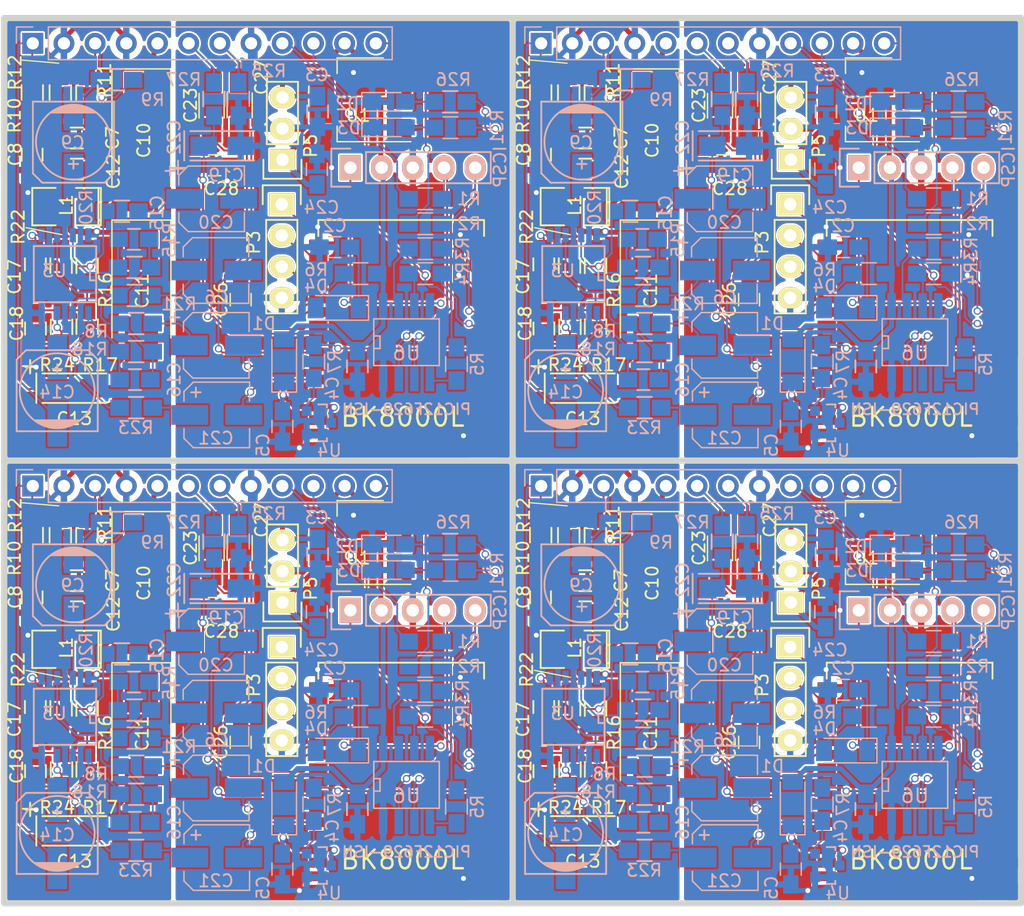
<source format=kicad_pcb>
(kicad_pcb (version 20211014) (generator pcbnew)
  (title_block (date "25 feb 2014"))
  (layers (0 "F.Cu" signal "Front") (31 "B.Cu" signal "Back") (34 "B.Paste" user) (35 "F.Paste" user) (36 "B.SilkS" user "B.Silkscreen") (37 "F.SilkS" user "F.Silkscreen") (38 "B.Mask" user) (39 "F.Mask" user) (44 "Edge.Cuts" user))
  (net 0 "")
  (net 1 "+5V")
  (net 2 "/DataOut")
  (net 3 "GND")
  (net 4 "+12V")
  (net 5 "/BT_RESET")
  (net 6 "+BATT")
  (net 7 "/BTOUTL")
  (net 8 "/BTOUTR")
  (net 9 "Net-(C8-Pad1)")
  (net 10 "/AOUTL")
  (net 11 "/AOUTR")
  (net 12 "GNDA")
  (net 13 "+12C")
  (net 14 "/VGND")
  (net 15 "/DataIn")
  (net 16 "/Clock")
  (net 17 "Net-(C7-Pad1)")
  (net 18 "Net-(C15-Pad1)")
  (net 19 "Net-(C14-Pad1)")
  (net 20 "Net-(C15-Pad2)")
  (net 21 "Net-(C16-Pad2)")
  (net 22 "Net-(C17-Pad1)")
  (net 23 "Net-(C18-Pad1)")
  (net 24 "Net-(C19-Pad1)")
  (net 25 "Net-(C21-Pad1)")
  (net 26 "/MIC_BIAS")
  (net 27 "/CDC_ENA_12V")
  (net 28 "/BTOUTRN")
  (net 29 "/BTOUTLN")
  (net 30 "/MICP")
  (net 31 "/MIC_IN2")
  (net 32 "/MICN")
  (net 33 "/MIC_IN1")
  (net 34 "Net-(D2-Pad2)")
  (net 35 "Net-(D3-Pad2)")
  (net 36 "/LED1")
  (net 37 "/LED2")
  (net 38 "/IN_DETECT")
  (net 39 "/INR")
  (net 40 "/INL")
  (net 41 "Net-(R5-Pad1)")
  (net 42 "Net-(R7-Pad1)")
  (net 43 "Net-(J1-Pad1)")
  (net 44 "Net-(J2-Pad1)")
  (net 45 "Net-(J3-Pad1)")
  (net 46 "Net-(J4-Pad1)")
  (net 47 "Net-(J5-Pad1)")
  (net 48 "Net-(C6-Pad1)")
  (net 49 "Net-(C20-Pad1)")
  (net 50 "Net-(D4-Pad2)")
  (net 51 "/PCLK")
  (net 52 "/PDATA")
  (net 53 "/RESET")
  (net 54 "/RX")
  (net 55 "Net-(R3-Pad2)")
  (net 56 "/TX")
  (net 57 "Net-(R4-Pad2)")
  (footprint "Resistors_SMD:R_0805_HandSoldering" (layer "F.Cu") (at 136.652 110.7148 90)
    (fp_text reference "R10")
    (fp_text value "39R")
  )
  (footprint "Resistors_SMD:R_0805_HandSoldering" (layer "F.Cu") (at 141.10462 110.72622 90)
    (fp_text reference "R11")
    (fp_text value "47k")
  )
  (footprint "Resistors_SMD:R_0805_HandSoldering" (layer "F.Cu") (at 141.1224 124.84354 90)
    (fp_text reference "R16")
    (fp_text value "100k")
  )
  (footprint "Capacitors_SMD:C_0805_HandSoldering" (layer "F.Cu") (at 136.91616 129.94768 90)
    (fp_text reference "C18")
    (fp_text value "33p")
  )
  (footprint "Resistors_SMD:R_0805_HandSoldering" (layer "F.Cu") (at 139.0015 124.8245 90)
    (fp_text reference "R22")
    (fp_text value "47k")
  )
  (footprint "Resistors_SMD:R_0805_HandSoldering" (layer "F.Cu") (at 139.03706 129.81306 -90)
    (fp_text reference "R24")
    (fp_text value "47k")
  )
  (footprint "Capacitors_SMD:C_0805_HandSoldering" (layer "F.Cu") (at 140.27658 114.42446 180)
    (fp_text reference "C7")
    (fp_text value "100n")
  )
  (footprint "Capacitors_SMD:C_0805_HandSoldering" (layer "F.Cu") (at 136.64184 115.78336 -90)
    (fp_text reference "C8")
    (fp_text value "100n")
  )
  (footprint "Capacitors_SMD:C_0805_HandSoldering" (layer "F.Cu") (at 151.511 116.6495)
    (fp_text reference "C28")
    (fp_text value "100n")
  )
  (footprint "Pin_Headers.pretty:Pin_Header_Straight_1x04" (layer "F.Cu") (at 156.972 119.8245)
    (fp_text reference "P3")
    (fp_text value "CONN_4" hide)
  )
  (footprint "Resistors_SMD:R_0805_HandSoldering" (layer "F.Cu") (at 138.938 110.7186 90)
    (fp_text reference "R12")
    (fp_text value "47k")
  )
  (footprint "Capacitors_Tantalum_SMD.pretty:TantalC_SizeA_EIA-3216_Wave" (layer "F.Cu") (at 140.081 134.8105)
    (fp_text reference "C13")
    (fp_text value "4u7/10V")
  )
  (footprint "modules:F-6188_nosilk" (layer "F.Cu") (at 173.44644 121.1072 180)
    (fp_text reference "U2" hide)
    (fp_text value "F-6188" hide)
  )
  (footprint "Pin_Headers.pretty:Pin_Header_Straight_1x03" (layer "F.Cu") (at 157.024 116.196 180)
    (fp_text reference "P5")
    (fp_text value "LM7805" hide)
  )
  (footprint "Capacitors_SMD:C_1206_HandSoldering" (layer "F.Cu") (at 153.543 111.7595 90)
    (fp_text reference "C27")
    (fp_text value "1u/10V")
  )
  (footprint "Capacitors_SMD:C_1206_HandSoldering" (layer "F.Cu") (at 151.257 111.7915 90)
    (fp_text reference "C23")
    (fp_text value "1u/10V")
  )
  (footprint "Resistors_SMD:R_0805_HandSoldering" (layer "F.Cu") (at 141.12494 129.80036 90)
    (fp_text reference "R17")
    (fp_text value "100k")
  )
  (footprint "Capacitors_SMD:C_0805_HandSoldering" (layer "F.Cu") (at 153.624 127.596 90)
    (fp_text reference "C26")
    (fp_text value "10n")
  )
  (footprint "SMD_Packages:SMD-1210_Pol" (layer "F.Cu") (at 139.446 120.015 180)
    (fp_text reference "L1")
    (fp_text value "330u")
  )
  (footprint "modules:1pin_smd" (layer "F.Cu") (at 174.9425 138.4935)
    (fp_text reference "J1" hide)
    (fp_text value "Ant")
  )
  (footprint "modules:1pin_smd" (layer "F.Cu") (at 174.9425 136.3345)
    (fp_text reference "J2" hide)
    (fp_text value "TMS")
  )
  (footprint "modules:1pin_smd" (layer "F.Cu") (at 174.9425 135.1915)
    (fp_text reference "J3" hide)
    (fp_text value "TCK")
  )
  (footprint "modules:1pin_smd" (layer "F.Cu") (at 174.9425 134.0485)
    (fp_text reference "J4" hide)
    (fp_text value "TDO")
  )
  (footprint "modules:1pin_smd" (layer "F.Cu") (at 174.9425 132.9055)
    (fp_text reference "J5" hide)
    (fp_text value "TDI")
  )
  (footprint "Capacitors_Tantalum_SMD:CP_Tantalum_Case-D_EIA-7343-31_Hand" (layer "F.Cu") (at 145.542 127.0635 -90)
    (fp_text reference "C11")
    (fp_text value "100u/16V")
  )
  (footprint "Capacitors_Tantalum_SMD:CP_Tantalum_Case-D_EIA-7343-31_Hand" (layer "F.Cu") (at 145.542 114.7445 -90)
    (fp_text reference "C10")
    (fp_text value "100u/16V")
  )
  (footprint "Capacitors_SMD:C_0805_HandSoldering" (layer "F.Cu") (at 136.906 124.7229 -90)
    (fp_text reference "C17")
    (fp_text value "33p")
  )
  (footprint "Capacitors_SMD:C_0805_HandSoldering" (layer "F.Cu") (at 140.29182 116.9594 180)
    (fp_text reference "C12")
    (fp_text value "100n")
  )
  (footprint "Resistors_SMD:R_0805_HandSoldering" (layer "F.Cu") (at 97.536 110.7186 90)
    (fp_text reference "R12")
    (fp_text value "47k")
  )
  (footprint "Pin_Headers.pretty:Pin_Header_Straight_1x04" (layer "F.Cu") (at 156.972 83.7565)
    (fp_text reference "P3")
    (fp_text value "CONN_4" hide)
  )
  (footprint "Capacitors_Tantalum_SMD.pretty:TantalC_SizeA_EIA-3216_Wave" (layer "F.Cu") (at 98.679 134.8105)
    (fp_text reference "C13")
    (fp_text value "4u7/10V")
  )
  (footprint "Resistors_SMD:R_0805_HandSoldering" (layer "F.Cu") (at 99.7204 88.77554 90)
    (fp_text reference "R16")
    (fp_text value "100k")
  )
  (footprint "Resistors_SMD:R_0805_HandSoldering" (layer "F.Cu") (at 97.5995 124.8245 90)
    (fp_text reference "R22")
    (fp_text value "47k")
  )
  (footprint "modules:1pin_smd" (layer "F.Cu") (at 174.9425 97.9805)
    (fp_text reference "J4" hide)
    (fp_text value "TDO")
  )
  (footprint "modules:1pin_smd" (layer "F.Cu") (at 174.9425 96.8375)
    (fp_text reference "J5" hide)
    (fp_text value "TDI")
  )
  (footprint "Capacitors_SMD:C_1206_HandSoldering" (layer "F.Cu") (at 112.141 111.7595 90)
    (fp_text reference "C27")
    (fp_text value "1u/10V")
  )
  (footprint "SMD_Packages:SMD-1210_Pol" (layer "F.Cu") (at 98.044 120.015 180)
    (fp_text reference "L1")
    (fp_text value "330u")
  )
  (footprint "modules:1pin_smd" (layer "F.Cu") (at 174.9425 102.4255)
    (fp_text reference "J1" hide)
    (fp_text value "Ant")
  )
  (footprint "Capacitors_SMD:C_0805_HandSoldering" (layer "F.Cu") (at 153.624 91.528 90)
    (fp_text reference "C26")
    (fp_text value "10n")
  )
  (footprint "Pin_Headers.pretty:Pin_Header_Straight_1x03" (layer "F.Cu") (at 157.024 80.128 180)
    (fp_text reference "P5")
    (fp_text value "LM7805" hide)
  )
  (footprint "SMD_Packages:SMD-1210_Pol" (layer "F.Cu") (at 98.044 83.947 180)
    (fp_text reference "L1")
    (fp_text value "330u")
  )
  (footprint "TO_SOT_Packages_SMD:SOT-223-3_TabPin2" (layer "F.Cu") (at 121.9835 75.2475 180)
    (fp_text reference "U1")
    (fp_text value "AP1117")
  )
  (footprint "modules:1pin_smd" (layer "F.Cu") (at 133.5405 102.4255)
    (fp_text reference "J1" hide)
    (fp_text value "Ant")
  )
  (footprint "modules:1pin_smd" (layer "F.Cu") (at 133.5405 138.4935)
    (fp_text reference "J1" hide)
    (fp_text value "Ant")
  )
  (footprint "Capacitors_SMD:C_0805_HandSoldering" (layer "F.Cu") (at 110.109 80.5815)
    (fp_text reference "C28")
    (fp_text value "100n")
  )
  (footprint "Pin_Headers.pretty:Pin_Header_Straight_1x03" (layer "F.Cu") (at 115.622 80.128 180)
    (fp_text reference "P5")
    (fp_text value "LM7805" hide)
  )
  (footprint "Capacitors_SMD:C_0805_HandSoldering" (layer "F.Cu") (at 95.23984 79.71536 -90)
    (fp_text reference "C8")
    (fp_text value "100n")
  )
  (footprint "modules:1pin_smd" (layer "F.Cu") (at 133.5405 97.9805)
    (fp_text reference "J4" hide)
    (fp_text value "TDO")
  )
  (footprint "Capacitors_SMD:C_0805_HandSoldering" (layer "F.Cu") (at 95.504 124.7229 -90)
    (fp_text reference "C17")
    (fp_text value "33p")
  )
  (footprint "Resistors_SMD:R_0805_HandSoldering" (layer "F.Cu") (at 97.536 74.6506 90)
    (fp_text reference "R12")
    (fp_text value "47k")
  )
  (footprint "modules:1pin_smd" (layer "F.Cu") (at 174.9425 99.1235)
    (fp_text reference "J3" hide)
    (fp_text value "TCK")
  )
  (footprint "Resistors_SMD:R_0805_HandSoldering" (layer "F.Cu") (at 97.63506 129.81306 -90)
    (fp_text reference "R24")
    (fp_text value "47k")
  )
  (footprint "Capacitors_SMD:C_1206_HandSoldering" (layer "F.Cu") (at 112.141 75.6915 90)
    (fp_text reference "C27")
    (fp_text value "1u/10V")
  )
  (footprint "Resistors_SMD:R_0805_HandSoldering" (layer "F.Cu") (at 99.70262 74.65822 90)
    (fp_text reference "R11")
    (fp_text value "47k")
  )
  (footprint "Resistors_SMD:R_0805_HandSoldering" (layer "F.Cu") (at 141.10462 74.65822 90)
    (fp_text reference "R11")
    (fp_text value "47k")
  )
  (footprint "Capacitors_SMD:C_0805_HandSoldering" (layer "F.Cu") (at 110.109 116.6495)
    (fp_text reference "C28")
    (fp_text value "100n")
  )
  (footprint "Capacitors_Tantalum_SMD:CP_Tantalum_Case-D_EIA-7343-31_Hand" (layer "F.Cu") (at 104.14 127.0635 -90)
    (fp_text reference "C11")
    (fp_text value "100u/16V")
  )
  (footprint "Pin_Headers.pretty:Pin_Header_Straight_1x04" (layer "F.Cu") (at 115.57 119.8245)
    (fp_text reference "P3")
    (fp_text value "CONN_4" hide)
  )
  (footprint "TO_SOT_Packages_SMD:SOT-223-3_TabPin2" (layer "F.Cu") (at 121.9835 111.3155 180)
    (fp_text reference "U1")
    (fp_text value "AP1117")
  )
  (footprint "Capacitors_SMD:C_0805_HandSoldering" (layer "F.Cu") (at 95.51416 93.87968 90)
    (fp_text reference "C18")
    (fp_text value "33p")
  )
  (footprint "Capacitors_SMD:C_0805_HandSoldering" (layer "F.Cu") (at 140.27658 78.35646 180)
    (fp_text reference "C7")
    (fp_text value "100n")
  )
  (footprint "modules:1pin_smd" (layer "F.Cu") (at 133.5405 136.3345)
    (fp_text reference "J2" hide)
    (fp_text value "TMS")
  )
  (footprint "modules:1pin_smd" (layer "F.Cu") (at 174.9425 100.2665)
    (fp_text reference "J2" hide)
    (fp_text value "TMS")
  )
  (footprint "Resistors_SMD:R_0805_HandSoldering" (layer "F.Cu") (at 97.63506 93.74506 -90)
    (fp_text reference "R24")
    (fp_text value "47k")
  )
  (footprint "Pin_Headers.pretty:Pin_Header_Straight_1x03" (layer "F.Cu") (at 115.622 116.196 180)
    (fp_text reference "P5")
    (fp_text value "LM7805" hide)
  )
  (footprint "Resistors_SMD:R_0805_HandSoldering" (layer "F.Cu") (at 97.5995 88.7565 90)
    (fp_text reference "R22")
    (fp_text value "47k")
  )
  (footprint "Capacitors_SMD:C_0805_HandSoldering" (layer "F.Cu") (at 95.23984 115.78336 -90)
    (fp_text reference "C8")
    (fp_text value "100n")
  )
  (footprint "Resistors_SMD:R_0805_HandSoldering" (layer "F.Cu") (at 141.1224 88.77554 90)
    (fp_text reference "R16")
    (fp_text value "100k")
  )
  (footprint "modules:F-6188_nosilk" (layer "F.Cu") (at 132.04444 121.1072 180)
    (fp_text reference "U2" hide)
    (fp_text value "F-6188" hide)
  )
  (footprint "modules:1pin_smd" (layer "F.Cu") (at 133.5405 100.2665)
    (fp_text reference "J2" hide)
    (fp_text value "TMS")
  )
  (footprint "Capacitors_SMD:C_1206_HandSoldering" (layer "F.Cu") (at 109.855 111.7915 90)
    (fp_text reference "C23")
    (fp_text value "1u/10V")
  )
  (footprint "Capacitors_Tantalum_SMD.pretty:TantalC_SizeA_EIA-3216_Wave" (layer "F.Cu") (at 98.679 98.7425)
    (fp_text reference "C13")
    (fp_text value "4u7/10V")
  )
  (footprint "SMD_Packages:SMD-1210_Pol" (layer "F.Cu") (at 139.446 83.947 180)
    (fp_text reference "L1")
    (fp_text value "330u")
  )
  (footprint "Capacitors_SMD:C_1206_HandSoldering" (layer "F.Cu") (at 109.855 75.7235 90)
    (fp_text reference "C23")
    (fp_text value "1u/10V")
  )
  (footprint "TO_SOT_Packages_SMD:SOT-223-3_TabPin2" (layer "F.Cu") (at 163.3855 75.2475 180)
    (fp_text reference "U1")
    (fp_text value "AP1117")
  )
  (footprint "Capacitors_SMD:C_0805_HandSoldering" (layer "F.Cu") (at 136.91616 93.87968 90)
    (fp_text reference "C18")
    (fp_text value "33p")
  )
  (footprint "Capacitors_Tantalum_SMD:CP_Tantalum_Case-D_EIA-7343-31_Hand" (layer "F.Cu") (at 104.14 78.6765 -90)
    (fp_text reference "C10")
    (fp_text value "100u/16V")
  )
  (footprint "Pin_Headers.pretty:Pin_Header_Straight_1x04" (layer "F.Cu") (at 115.57 83.7565)
    (fp_text reference "P3")
    (fp_text value "CONN_4" hide)
  )
  (footprint "Capacitors_SMD:C_0805_HandSoldering" (layer "F.Cu") (at 98.88982 80.8914 180)
    (fp_text reference "C12")
    (fp_text value "100n")
  )
  (footprint "Capacitors_SMD:C_1206_HandSoldering" (layer "F.Cu") (at 151.257 75.7235 90)
    (fp_text reference "C23")
    (fp_text value "1u/10V")
  )
  (footprint "TO_SOT_Packages_SMD:SOT-223-3_TabPin2" (layer "F.Cu") (at 163.3855 111.3155 180)
    (fp_text reference "U1")
    (fp_text value "AP1117")
  )
  (footprint "Capacitors_SMD:C_0805_HandSoldering" (layer "F.Cu") (at 112.222 91.528 90)
    (fp_text reference "C26")
    (fp_text value "10n")
  )
  (footprint "Capacitors_Tantalum_SMD.pretty:TantalC_SizeA_EIA-3216_Wave" (layer "F.Cu") (at 140.081 98.7425)
    (fp_text reference "C13")
    (fp_text value "4u7/10V")
  )
  (footprint "Capacitors_SMD:C_0805_HandSoldering" (layer "F.Cu") (at 98.88982 116.9594 180)
    (fp_text reference "C12")
    (fp_text value "100n")
  )
  (footprint "Resistors_SMD:R_0805_HandSoldering" (layer "F.Cu") (at 139.0015 88.7565 90)
    (fp_text reference "R22")
    (fp_text value "47k")
  )
  (footprint "modules:1pin_smd" (layer "F.Cu") (at 133.5405 96.8375)
    (fp_text reference "J5" hide)
    (fp_text value "TDI")
  )
  (footprint "Resistors_SMD:R_0805_HandSoldering" (layer "F.Cu") (at 139.03706 93.74506 -90)
    (fp_text reference "R24")
    (fp_text value "47k")
  )
  (footprint "Capacitors_SMD:C_0805_HandSoldering" (layer "F.Cu") (at 140.29182 80.8914 180)
    (fp_text reference "C12")
    (fp_text value "100n")
  )
  (footprint "Capacitors_SMD:C_0805_HandSoldering" (layer "F.Cu") (at 95.51416 129.94768 90)
    (fp_text reference "C18")
    (fp_text value "33p")
  )
  (footprint "modules:1pin_smd" (layer "F.Cu") (at 133.5405 135.1915)
    (fp_text reference "J3" hide)
    (fp_text value "TCK")
  )
  (footprint "Capacitors_SMD:C_0805_HandSoldering" (layer "F.Cu") (at 95.504 88.6549 -90)
    (fp_text reference "C17")
    (fp_text value "33p")
  )
  (footprint "Resistors_SMD:R_0805_HandSoldering" (layer "F.Cu") (at 141.12494 93.73236 90)
    (fp_text reference "R17")
    (fp_text value "100k")
  )
  (footprint "Capacitors_SMD:C_1206_HandSoldering" (layer "F.Cu") (at 153.543 75.6915 90)
    (fp_text reference "C27")
    (fp_text value "1u/10V")
  )
  (footprint "Resistors_SMD:R_0805_HandSoldering" (layer "F.Cu") (at 95.25 74.6468 90)
    (fp_text reference "R10")
    (fp_text value "39R")
  )
  (footprint "Resistors_SMD:R_0805_HandSoldering" (layer "F.Cu") (at 99.7204 124.84354 90)
    (fp_text reference "R16")
    (fp_text value "100k")
  )
  (footprint "Resistors_SMD:R_0805_HandSoldering" (layer "F.Cu") (at 99.72294 129.80036 90)
    (fp_text reference "R17")
    (fp_text value "100k")
  )
  (footprint "Resistors_SMD:R_0805_HandSoldering" (layer "F.Cu") (at 95.25 110.7148 90)
    (fp_text reference "R10")
    (fp_text value "39R")
  )
  (footprint "modules:1pin_smd" (layer "F.Cu") (at 133.5405 134.0485)
    (fp_text reference "J4" hide)
    (fp_text value "TDO")
  )
  (footprint "Capacitors_SMD:C_0805_HandSoldering" (layer "F.Cu") (at 98.87458 78.35646 180)
    (fp_text reference "C7")
    (fp_text value "100n")
  )
  (footprint "modules:1pin_smd" (layer "F.Cu") (at 133.5405 132.9055)
    (fp_text reference "J5" hide)
    (fp_text value "TDI")
  )
  (footprint "Capacitors_SMD:C_0805_HandSoldering" (layer "F.Cu") (at 98.87458 114.42446 180)
    (fp_text reference "C7")
    (fp_text value "100n")
  )
  (footprint "modules:F-6188_nosilk" (layer "F.Cu") (at 173.44644 85.0392 180)
    (fp_text reference "U2" hide)
    (fp_text value "F-6188" hide)
  )
  (footprint "Capacitors_Tantalum_SMD:CP_Tantalum_Case-D_EIA-7343-31_Hand" (layer "F.Cu") (at 145.542 78.6765 -90)
    (fp_text reference "C10")
    (fp_text value "100u/16V")
  )
  (footprint "modules:1pin_smd" (layer "F.Cu") (at 133.5405 99.1235)
    (fp_text reference "J3" hide)
    (fp_text value "TCK")
  )
  (footprint "Capacitors_SMD:C_0805_HandSoldering" (layer "F.Cu") (at 112.222 127.596 90)
    (fp_text reference "C26")
    (fp_text value "10n")
  )
  (footprint "Capacitors_Tantalum_SMD:CP_Tantalum_Case-D_EIA-7343-31_Hand" (layer "F.Cu") (at 104.14 114.7445 -90)
    (fp_text reference "C10")
    (fp_text value "100u/16V")
  )
  (footprint "Capacitors_SMD:C_0805_HandSoldering" (layer "F.Cu") (at 136.906 88.6549 -90)
    (fp_text reference "C17")
    (fp_text value "33p")
  )
  (footprint "Capacitors_SMD:C_0805_HandSoldering" (layer "F.Cu") (at 151.511 80.5815)
    (fp_text reference "C28")
    (fp_text value "100n")
  )
  (footprint "Resistors_SMD:R_0805_HandSoldering" (layer "F.Cu") (at 99.72294 93.73236 90)
    (fp_text reference "R17")
    (fp_text value "100k")
  )
  (footprint "Resistors_SMD:R_0805_HandSoldering" (layer "F.Cu") (at 138.938 74.6506 90)
    (fp_text reference "R12")
    (fp_text value "47k")
  )
  (footprint "Capacitors_Tantalum_SMD:CP_Tantalum_Case-D_EIA-7343-31_Hand" (layer "F.Cu") (at 145.542 90.9955 -90)
    (fp_text reference "C11")
    (fp_text value "100u/16V")
  )
  (footprint "Capacitors_Tantalum_SMD:CP_Tantalum_Case-D_EIA-7343-31_Hand" (layer "F.Cu") (at 104.14 90.9955 -90)
    (fp_text reference "C11")
    (fp_text value "100u/16V")
  )
  (footprint "modules:F-6188_nosilk" (layer "F.Cu") (at 132.04444 85.0392 180)
    (fp_text reference "U2" hide)
    (fp_text value "F-6188" hide)
  )
  (footprint "Resistors_SMD:R_0805_HandSoldering" (layer "F.Cu") (at 136.652 74.6468 90)
    (fp_text reference "R10")
    (fp_text value "39R")
  )
  (footprint "Resistors_SMD:R_0805_HandSoldering" (layer "F.Cu") (at 99.70262 110.72622 90)
    (fp_text reference "R11")
    (fp_text value "47k")
  )
  (footprint "Capacitors_SMD:C_0805_HandSoldering" (layer "F.Cu") (at 136.64184 79.71536 -90)
    (fp_text reference "C8")
    (fp_text value "100n")
  )
  (footprint "Capacitors_SMD:C_0805_HandSoldering" (layer "B.Cu") (at 159.893 112.268 -90)
    (fp_text reference "C3")
    (fp_text value "100n")
  )
  (footprint "Capacitors_SMD:CP_Elec_5x5.8" (layer "B.Cu") (at 151.638 131.318)
    (fp_text reference "C6")
    (fp_text value "1m/16V")
  )
  (footprint "Capacitors_SMD:c_elec_6.3x5.7" (layer "B.Cu") (at 140.0048 114.76482 -90)
    (fp_text reference "C9")
    (fp_text value "4.7m/25V")
  )
  (footprint "Resistors_SMD:R_0805_HandSoldering" (layer "B.Cu") (at 145.114 129.54)
    (fp_text reference "R8")
    (fp_text value "2k2")
  )
  (footprint "Resistors_SMD:R_0805_HandSoldering" (layer "B.Cu") (at 144.9832 124.968 180)
    (fp_text reference "R15")
    (fp_text value "47k")
  )
  (footprint "SMD_Packages:SOIC-8-N" (layer "B.Cu") (at 139.319 125.51664 180)
    (fp_text reference "U3")
    (fp_text value "TL072")
  )
  (footprint "Capacitors_SMD:C_0805_HandSoldering" (layer "B.Cu") (at 144.9324 122.682)
    (fp_text reference "C15")
    (fp_text value "33p")
  )
  (footprint "Capacitors_SMD:C_0805_HandSoldering" (layer "B.Cu") (at 145.014 134.112)
    (fp_text reference "C16")
    (fp_text value "33p")
  )
  (footprint "Capacitors_SMD:CP_Elec_5x5.8" (layer "B.Cu") (at 151.6126 125.222)
    (fp_text reference "C20")
    (fp_text value "1m/16V")
  )
  (footprint "Resistors_SMD:R_0805_HandSoldering" (layer "B.Cu") (at 145.114 131.826 180)
    (fp_text reference "R18")
    (fp_text value "47k")
  )
  (footprint "Resistors_SMD:R_0805_HandSoldering" (layer "B.Cu") (at 145.0086 127.254)
    (fp_text reference "R21")
    (fp_text value "2k2")
  )
  (footprint "Resistors_SMD:R_0805_HandSoldering" (layer "B.Cu") (at 145.114 136.398 180)
    (fp_text reference "R23")
    (fp_text value "2k2")
  )
  (footprint "Diodes_SMD:D_MiniMELF" (layer "B.Cu") (at 157.17012 132.57784 90)
    (fp_text reference "D1")
    (fp_text value "1N4148")
  )
  (footprint "Resistors_SMD:R_0805_HandSoldering" (layer "B.Cu") (at 159.57804 132.64642 90)
    (fp_text reference "R7")
    (fp_text value "1k")
  )
  (footprint "Resistors_SMD:R_0805_HandSoldering" (layer "B.Cu") (at 143.51 109.6772 180)
    (fp_text reference "R9")
    (fp_text value "39R")
  )
  (footprint "Capacitors_SMD:CP_Elec_5x5.8" (layer "B.Cu") (at 151.257 119.38)
    (fp_text reference "C19")
    (fp_text value "1m/16V")
  )
  (footprint "Capacitors_SMD:c_elec_6.3x5.7" (layer "B.Cu") (at 138.684 135.01624 90)
    (fp_text reference "C14")
    (fp_text value "4.7m/25V")
  )
  (footprint "Capacitors_SMD:C_0805_HandSoldering" (layer "B.Cu") (at 163.1315 133.0325 -90)
    (fp_text reference "C4")
    (fp_text value "100n")
  )
  (footprint "Pin_Headers:Pin_Header_Straight_1x12_Pitch2.54mm" (layer "B.Cu") (at 136.69264 106.71048 -90)
    (fp_text reference "P1" hide)
    (fp_text value "CONN_10")
  )
  (footprint "Resistors_SMD:R_0805_HandSoldering" (layer "B.Cu") (at 170.70704 113.58372 180)
    (fp_text reference "R31")
    (fp_text value "1k")
  )
  (footprint "LEDs:LED_0805_HandSoldering" (layer "B.Cu") (at 165.69816 113.55832)
    (fp_text reference "D3")
    (fp_text value "LED")
  )
  (footprint "Resistors_SMD:R_0805_HandSoldering" (layer "B.Cu") (at 170.68672 111.47552 180)
    (fp_text reference "R26")
    (fp_text value "1k")
  )
  (footprint "Capacitors_SMD:C_0805_HandSoldering" (layer "B.Cu") (at 157.0228 137.922 -90)
    (fp_text reference "C5")
    (fp_text value "100n")
  )
  (footprint "TO_SOT_Packages_SMD.pretty:SOT-23" (layer "B.Cu") (at 159.99714 137.63244 90)
    (fp_text reference "U4")
    (fp_text value "MAX809")
  )
  (footprint "Resistors_SMD:R_0805_HandSoldering" (layer "B.Cu") (at 153.44344 111.24184 90)
    (fp_text reference "R25")
    (fp_text value "1k(0?)")
  )
  (footprint "Resistors_SMD:R_0805_HandSoldering" (layer "B.Cu") (at 151.4475 111.252 -90)
    (fp_text reference "R27")
    (fp_text value "1k")
  )
  (footprint "Capacitors_Tantalum_SMD.pretty:TantalC_SizeA_EIA-3216_Wave" (layer "B.Cu") (at 152.12314 115.062)
    (fp_text reference "C22")
    (fp_text value "4u7/10V")
  )
  (footprint "Resistors_SMD:R_0805_HandSoldering" (layer "B.Cu") (at 143.9545 120.396 180)
    (fp_text reference "R20")
    (fp_text value "2k2")
  )
  (footprint "Capacitors_SMD:C_0805_HandSoldering" (layer "B.Cu") (at 159.8295 116.967 90)
    (fp_text reference "C24")
    (fp_text value "100n")
  )
  (footprint "LEDs:LED_0805_HandSoldering" (layer "B.Cu") (at 165.68292 111.47552)
    (fp_text reference "D2")
    (fp_text value "LED")
  )
  (footprint "Pin_Headers.pretty:Pin_Header_Straight_1x05" (layer "B.Cu") (at 162.56 116.84 -90)
    (fp_text reference "P2" hide)
    (fp_text value "ICSP")
  )
  (footprint "Resistors_SMD:R_0805_HandSoldering" (layer "B.Cu") (at 145.114 95.758 180)
    (fp_text reference "R18")
    (fp_text value "47k")
  )
  (footprint "Resistors_SMD:R_0805_HandSoldering" (layer "B.Cu") (at 143.9545 84.328 180)
    (fp_text reference "R20")
    (fp_text value "2k2")
  )
  (footprint "Capacitors_SMD:CP_Elec_5x5.8" (layer "B.Cu") (at 110.27664 136.98728)
    (fp_text reference "C21")
    (fp_text value "1m/16V")
  )
  (footprint "Capacitors_Tantalum_SMD.pretty:TantalC_SizeA_EIA-3216_Wave" (layer "B.Cu") (at 110.72114 115.062)
    (fp_text reference "C22")
    (fp_text value "4u7/10V")
  )
  (footprint "Resistors_SMD:R_0805_HandSoldering" (layer "B.Cu") (at 127.254 123.444 180)
    (fp_text reference "R3")
    (fp_text value "1k")
  )
  (footprint "Capacitors_SMD:c_elec_6.3x5.7" (layer "B.Cu") (at 97.282 98.94824 90)
    (fp_text reference "C14")
    (fp_text value "4.7m/25V")
  )
  (footprint "Resistors_SMD:R_0805_HandSoldering" (layer "B.Cu") (at 129.28472 111.47552 180)
    (fp_text reference "R26")
    (fp_text value "1k")
  )
  (footprint "Resistors_SMD:R_0805_HandSoldering" (layer "B.Cu") (at 121.9835 125.476)
    (fp_text reference "R6")
    (fp_text value "10k")
  )
  (footprint "Capacitors_SMD:C_0805_HandSoldering" (layer "B.Cu") (at 119.888 123.317 180)
    (fp_text reference "C2")
    (fp_text value "1uF/16V")
  )
  (footprint "Resistors_SMD:R_0805_HandSoldering" (layer "B.Cu") (at 168.656 125.476 180)
    (fp_text reference "R4")
    (fp_text value "1k")
  )
  (footprint "Resistors_SMD:R_0805_HandSoldering" (layer "B.Cu") (at 171.196 96.774 90)
    (fp_text reference "R5")
    (fp_text value "3k3")
  )
  (footprint "Resistors_SMD:R_0805_HandSoldering" (layer "B.Cu") (at 168.656 121.412 180)
    (fp_text reference "R2")
    (fp_text value "3k3")
  )
  (footprint "Resistors_SMD:R_0805_HandSoldering" (layer "B.Cu") (at 159.57804 96.57842 90)
    (fp_text reference "R7")
    (fp_text value "1k")
  )
  (footprint "Resistors_SMD:R_0805_HandSoldering" (layer "B.Cu") (at 121.9835 89.408)
    (fp_text reference "R6")
    (fp_text value "10k")
  )
  (footprint "Capacitors_SMD:C_0805_HandSoldering" (layer "B.Cu") (at 103.5304 86.614)
    (fp_text reference "C15")
    (fp_text value "33p")
  )
  (footprint "Diodes_SMD:D_MiniMELF" (layer "B.Cu") (at 120.0785 92.202 180)
    (fp_text reference "D4")
    (fp_text value "1N4148")
  )
  (footprint "Capacitors_SMD:c_elec_6.3x5.7" (layer "B.Cu") (at 97.282 135.01624 90)
    (fp_text reference "C14")
    (fp_text value "4.7m/25V")
  )
  (footprint "Resistors_SMD:R_0805_HandSoldering" (layer "B.Cu") (at 118.17604 132.64642 90)
    (fp_text reference "R7")
    (fp_text value "1k")
  )
  (footprint "Capacitors_SMD:C_0805_HandSoldering" (layer "B.Cu") (at 159.893 76.2 -90)
    (fp_text reference "C3")
    (fp_text value "100n")
  )
  (footprint "TO_SOT_Packages_SMD.pretty:SOT-23" (layer "B.Cu") (at 118.59514 137.63244 90)
    (fp_text reference "U4")
    (fp_text value "MAX809")
  )
  (footprint "Capacitors_SMD:C_0805_HandSoldering" (layer "B.Cu") (at 163.1315 96.9645 -90)
    (fp_text reference "C4")
    (fp_text value "100n")
  )
  (footprint "Capacitors_SMD:C_0805_HandSoldering" (layer "B.Cu") (at 118.4275 80.899 90)
    (fp_text reference "C24")
    (fp_text value "100n")
  )
  (footprint "Resistors_SMD:R_0805_HandSoldering" (layer "B.Cu") (at 170.68672 75.40752 180)
    (fp_text reference "R26")
    (fp_text value "1k")
  )
  (footprint "LEDs:LED_0805_HandSoldering" (layer "B.Cu") (at 165.68292 75.40752)
    (fp_text reference "D2")
    (fp_text value "LED")
  )
  (footprint "Capacitors_SMD:CP_Elec_5x5.8" (layer "B.Cu") (at 151.6126 89.154)
    (fp_text reference "C20")
    (fp_text value "1m/16V")
  )
  (footprint "Pin_Headers:Pin_Header_Straight_1x12_Pitch2.54mm" (layer "B.Cu") (at 136.69264 70.64248 -90)
    (fp_text reference "P1" hide)
    (fp_text value "CONN_10")
  )
  (footprint "Resistors_SMD:R_0805_HandSoldering" (layer "B.Cu") (at 102.5525 84.328 180)
    (fp_text reference "R20")
    (fp_text value "2k2")
  )
  (footprint "Resistors_SMD:R_0805_HandSoldering" (layer "B.Cu") (at 103.712 100.33 180)
    (fp_text reference "R23")
    (fp_text value "2k2")
  )
  (footprint "Capacitors_SMD:CP_Elec_5x5.8" (layer "B.Cu") (at 151.257 83.312)
    (fp_text reference "C19")
    (fp_text value "1m/16V")
  )
  (footprint "Resistors_SMD:R_0805_HandSoldering" (layer "B.Cu") (at 118.17604 96.57842 90)
    (fp_text reference "R7")
    (fp_text value "1k")
  )
  (footprint "Resistors_SMD:R_0805_HandSoldering" (layer "B.Cu") (at 103.712 129.54)
    (fp_text reference "R8")
    (fp_text value "2k2")
  )
  (footprint "Resistors_SMD:R_0805_HandSoldering" (layer "B.Cu") (at 103.712 131.826 180)
    (fp_text reference "R18")
    (fp_text value "47k")
  )
  (footprint "LEDs:LED_0805_HandSoldering" (layer "B.Cu") (at 124.29616 77.49032)
    (fp_text reference "D3")
    (fp_text value "LED")
  )
  (footprint "Resistors_SMD:R_0805_HandSoldering" (layer "B.Cu") (at 112.04144 75.17384 90)
    (fp_text reference "R25")
    (fp_text value "1k(0?)")
  )
  (footprint "Resistors_SMD:R_0805_HandSoldering" (layer "B.Cu") (at 168.656 123.444 180)
    (fp_text reference "R3")
    (fp_text value "1k")
  )
  (footprint "Resistors_SMD:R_0805_HandSoldering" (layer "B.Cu") (at 102.108 73.6092 180)
    (fp_text reference "R9")
    (fp_text value "39R")
  )
  (footprint "TO_SOT_Packages_SMD.pretty:SOT-23" (layer "B.Cu") (at 118.59514 101.56444 90)
    (fp_text reference "U4")
    (fp_text value "MAX809")
  )
  (footprint "Resistors_SMD:R_0805_HandSoldering" (layer "B.Cu") (at 168.656 89.408 180)
    (fp_text reference "R4")
    (fp_text value "1k")
  )
  (footprint "Resistors_SMD:R_0805_HandSoldering" (layer "B.Cu") (at 127.254 85.344 180)
    (fp_text reference "R2")
    (fp_text value "3k3")
  )
  (footprint "Capacitors_SMD:C_0805_HandSoldering" (layer "B.Cu") (at 157.0228 101.854 -90)
    (fp_text reference "C5")
    (fp_text value "100n")
  )
  (footprint "modules:SOIC-8-W_long_pads" (layer "B.Cu") (at 167.132 94.996)
    (fp_text reference "U6")
    (fp_text value "PIC12F629-ISN")
  )
  (footprint "Capacitors_SMD:C_0805_HandSoldering" (layer "B.Cu") (at 121.7295 96.9645 -90)
    (fp_text reference "C4")
    (fp_text value "100n")
  )
  (footprint "Resistors_SMD:R_0805_HandSoldering" (layer "B.Cu") (at 129.794 96.774 90)
    (fp_text reference "R5")
    (fp_text value "3k3")
  )
  (footprint "Resistors_SMD:R_0805_HandSoldering" (layer "B.Cu") (at 127.254 87.376 180)
    (fp_text reference "R3")
    (fp_text value "1k")
  )
  (footprint "Resistors_SMD:R_0805_HandSoldering" (layer "B.Cu") (at 129.30504 113.58372 180)
    (fp_text reference "R31")
    (fp_text value "1k")
  )
  (footprint "Diodes_SMD:D_MiniMELF" (layer "B.Cu") (at 161.4805 92.202 180)
    (fp_text reference "D4")
    (fp_text value "1N4148")
  )
  (footprint "Resistors_SMD:R_0805_HandSoldering" (layer "B.Cu") (at 103.6066 127.254)
    (fp_text reference "R21")
    (fp_text value "2k2")
  )
  (footprint "Pin_Headers.pretty:Pin_Header_Straight_1x05" (layer "B.Cu") (at 162.56 80.772 -90)
    (fp_text reference "P2" hide)
    (fp_text value "ICSP")
  )
  (footprint "Capacitors_SMD:CP_Elec_5x5.8" (layer "B.Cu") (at 110.2106 125.222)
    (fp_text reference "C20")
    (fp_text value "1m/16V")
  )
  (footprint "Capacitors_SMD:CP_Elec_5x5.8" (layer "B.Cu") (at 151.67864 136.98728)
    (fp_text reference "C21")
    (fp_text value "1m/16V")
  )
  (footprint "Capacitors_SMD:C_0805_HandSoldering" (layer "B.Cu") (at 103.5304 122.682)
    (fp_text reference "C15")
    (fp_text value "33p")
  )
  (footprint "Capacitors_Tantalum_SMD.pretty:TantalC_SizeA_EIA-3216_Wave" (layer "B.Cu") (at 152.12314 78.994)
    (fp_text reference "C22")
    (fp_text value "4u7/10V")
  )
  (footprint "SMD_Packages:SOIC-8-N" (layer "B.Cu") (at 97.917 125.51664 180)
    (fp_text reference "U3")
    (fp_text value "TL072")
  )
  (footprint "Capacitors_SMD:C_0805_HandSoldering" (layer "B.Cu") (at 159.8295 80.899 90)
    (fp_text reference "C24")
    (fp_text value "100n")
  )
  (footprint "Resistors_SMD:R_0805_HandSoldering" (layer "B.Cu") (at 102.108 109.6772 180)
    (fp_text reference "R9")
    (fp_text value "39R")
  )
  (footprint "Diodes_SMD:D_MiniMELF" (layer "B.Cu") (at 161.4805 128.27 180)
    (fp_text reference "D4")
    (fp_text value "1N4148")
  )
  (footprint "Resistors_SMD:R_0805_HandSoldering" (layer "B.Cu") (at 153.44344 75.17384 90)
    (fp_text reference "R25")
    (fp_text value "1k(0?)")
  )
  (footprint "Resistors_SMD:R_0805_HandSoldering" (layer "B.Cu") (at 102.5525 120.396 180)
    (fp_text reference "R20")
    (fp_text value "2k2")
  )
  (footprint "Resistors_SMD:R_0805_HandSoldering" (layer "B.Cu") (at 168.656 87.376 180)
    (fp_text reference "R3")
    (fp_text value "1k")
  )
  (footprint "Resistors_SMD:R_0805_HandSoldering" (layer "B.Cu") (at 145.0086 91.186)
    (fp_text reference "R21")
    (fp_text value "2k2")
  )
  (footprint "Capacitors_SMD:C_0805_HandSoldering" (layer "B.Cu") (at 119.888 87.249 180)
    (fp_text reference "C2")
    (fp_text value "1uF/16V")
  )
  (footprint "SMD_Packages:SOIC-8-N" (layer "B.Cu") (at 139.319 89.44864 180)
    (fp_text reference "U3")
    (fp_text value "TL072")
  )
  (footprint "LEDs:LED_0805_HandSoldering" (layer "B.Cu") (at 165.69816 77.49032)
    (fp_text reference "D3")
    (fp_text value "LED")
  )
  (footprint "Capacitors_SMD:CP_Elec_5x5.8" (layer "B.Cu") (at 151.67864 100.91928)
    (fp_text reference "C21")
    (fp_text value "1m/16V")
  )
  (footprint "Capacitors_SMD:C_0805_HandSoldering" (layer "B.Cu") (at 121.7295 133.0325 -90)
    (fp_text reference "C4")
    (fp_text value "100n")
  )
  (footprint "Capacitors_SMD:CP_Elec_5x5.8" (layer "B.Cu") (at 109.855 119.38)
    (fp_text reference "C19")
    (fp_text value "1m/16V")
  )
  (footprint "LEDs:LED_0805_HandSoldering" (layer "B.Cu") (at 124.29616 113.55832)
    (fp_text reference "D3")
    (fp_text value "LED")
  )
  (footprint "Resistors_SMD:R_0805_HandSoldering" (layer "B.Cu") (at 127.254 119.38 180)
    (fp_text reference "R1")
    (fp_text value "3k3")
  )
  (footprint "Capacitors_SMD:C_0805_HandSoldering" (layer "B.Cu") (at 118.491 112.268 -90)
    (fp_text reference "C3")
    (fp_text value "100n")
  )
  (footprint "Capacitors_SMD:CP_Elec_5x5.8" (layer "B.Cu") (at 110.236 131.318)
    (fp_text reference "C6")
    (fp_text value "1m/16V")
  )
  (footprint "Resistors_SMD:R_0805_HandSoldering" (layer "B.Cu") (at 129.794 132.842 90)
    (fp_text reference "R5")
    (fp_text value "3k3")
  )
  (footprint "Diodes_SMD:D_MiniMELF" (layer "B.Cu") (at 115.76812 132.57784 90)
    (fp_text reference "D1")
    (fp_text value "1N4148")
  )
  (footprint "Resistors_SMD:R_0805_HandSoldering" (layer "B.Cu") (at 168.656 119.38 180)
    (fp_text reference "R1")
    (fp_text value "3k3")
  )
  (footprint "Resistors_SMD:R_0805_HandSoldering" (layer "B.Cu") (at 144.9832 88.9 180)
    (fp_text reference "R15")
    (fp_text value "47k")
  )
  (footprint "Resistors_SMD:R_0805_HandSoldering" (layer "B.Cu") (at 171.196 132.842 90)
    (fp_text reference "R5")
    (fp_text value "3k3")
  )
  (footprint "Resistors_SMD:R_0805_HandSoldering" (layer "B.Cu") (at 151.4475 75.184 -90)
    (fp_text reference "R27")
    (fp_text value "1k")
  )
  (footprint "Capacitors_SMD:CP_Elec_5x5.8" (layer "B.Cu") (at 151.638 95.25)
    (fp_text reference "C6")
    (fp_text value "1m/16V")
  )
  (footprint "Resistors_SMD:R_0805_HandSoldering" (layer "B.Cu") (at 127.254 89.408 180)
    (fp_text reference "R4")
    (fp_text value "1k")
  )
  (footprint "Resistors_SMD:R_0805_HandSoldering" (layer "B.Cu") (at 168.656 85.344 180)
    (fp_text reference "R2")
    (fp_text value "3k3")
  )
  (footprint "Capacitors_Tantalum_SMD.pretty:TantalC_SizeA_EIA-3216_Wave" (layer "B.Cu") (at 110.72114 78.994)
    (fp_text reference "C22")
    (fp_text value "4u7/10V")
  )
  (footprint "modules:SOIC-8-W_long_pads" (layer "B.Cu") (at 125.73 131.064)
    (fp_text reference "U6")
    (fp_text value "PIC12F629-ISN")
  )
  (footprint "LEDs:LED_0805_HandSoldering" (layer "B.Cu") (at 124.28092 75.40752)
    (fp_text reference "D2")
    (fp_text value "LED")
  )
  (footprint "Capacitors_SMD:C_0805_HandSoldering" (layer "B.Cu") (at 161.29 123.317 180)
    (fp_text reference "C2")
    (fp_text value "1uF/16V")
  )
  (footprint "Resistors_SMD:R_0805_HandSoldering" (layer "B.Cu") (at 145.114 93.472)
    (fp_text reference "R8")
    (fp_text value "2k2")
  )
  (footprint "Resistors_SMD:R_0805_HandSoldering" (layer "B.Cu") (at 103.712 95.758 180)
    (fp_text reference "R18")
    (fp_text value "47k")
  )
  (footprint "Resistors_SMD:R_0805_HandSoldering" (layer "B.Cu") (at 112.04144 111.24184 90)
    (fp_text reference "R25")
    (fp_text value "1k(0?)")
  )
  (footprint "Resistors_SMD:R_0805_HandSoldering" (layer "B.Cu") (at 170.70704 77.51572 180)
    (fp_text reference "R31")
    (fp_text value "1k")
  )
  (footprint "Capacitors_SMD:C_0805_HandSoldering" (layer "B.Cu") (at 115.6208 137.922 -90)
    (fp_text reference "C5")
    (fp_text value "100n")
  )
  (footprint "Pin_Headers.pretty:Pin_Header_Straight_1x05" (layer "B.Cu") (at 121.158 116.84 -90)
    (fp_text reference "P2" hide)
    (fp_text value "ICSP")
  )
  (footprint "Diodes_SMD:D_MiniMELF" (layer "B.Cu") (at 115.76812 96.50984 90)
    (fp_text reference "D1")
    (fp_text value "1N4148")
  )
  (footprint "Resistors_SMD:R_0805_HandSoldering" (layer "B.Cu") (at 127.254 83.312 180)
    (fp_text reference "R1")
    (fp_text value "3k3")
  )
  (footprint "Resistors_SMD:R_0805_HandSoldering" (layer "B.Cu") (at 103.5812 124.968 180)
    (fp_text reference "R15")
    (fp_text value "47k")
  )
  (footprint "Pin_Headers.pretty:Pin_Header_Straight_1x05" (layer "B.Cu") (at 121.158 80.772 -90)
    (fp_text reference "P2" hide)
    (fp_text value "ICSP")
  )
  (footprint "Resistors_SMD:R_0805_HandSoldering" (layer "B.Cu") (at 168.656 83.312 180)
    (fp_text reference "R1")
    (fp_text value "3k3")
  )
  (footprint "Capacitors_SMD:CP_Elec_5x5.8" (layer "B.Cu") (at 110.2106 89.154)
    (fp_text reference "C20")
    (fp_text value "1m/16V")
  )
  (footprint "Capacitors_SMD:C_0805_HandSoldering" (layer "B.Cu") (at 161.29 87.249 180)
    (fp_text reference "C2")
    (fp_text value "1uF/16V")
  )
  (footprint "Capacitors_SMD:C_0805_HandSoldering" (layer "B.Cu") (at 144.9324 86.614)
    (fp_text reference "C15")
    (fp_text value "33p")
  )
  (footprint "Diodes_SMD:D_MiniMELF" (layer "B.Cu") (at 120.0785 128.27 180)
    (fp_text reference "D4")
    (fp_text value "1N4148")
  )
  (footprint "Resistors_SMD:R_0805_HandSoldering" (layer "B.Cu") (at 103.712 136.398 180)
    (fp_text reference "R23")
    (fp_text value "2k2")
  )
  (footprint "Resistors_SMD:R_0805_HandSoldering" (layer "B.Cu") (at 127.254 121.412 180)
    (fp_text reference "R2")
    (fp_text value "3k3")
  )
  (footprint "Capacitors_SMD:C_0805_HandSoldering" (layer "B.Cu") (at 118.4275 116.967 90)
    (fp_text reference "C24")
    (fp_text value "100n")
  )
  (footprint "Capacitors_SMD:CP_Elec_5x5.8" (layer "B.Cu") (at 109.855 83.312)
    (fp_text reference "C19")
    (fp_text value "1m/16V")
  )
  (footprint "Capacitors_SMD:C_0805_HandSoldering" (layer "B.Cu") (at 118.491 76.2 -90)
    (fp_text reference "C3")
    (fp_text value "100n")
  )
  (footprint "LEDs:LED_0805_HandSoldering" (layer "B.Cu") (at 124.28092 111.47552)
    (fp_text reference "D2")
    (fp_text value "LED")
  )
  (footprint "Pin_Headers:Pin_Header_Straight_1x12_Pitch2.54mm" (layer "B.Cu") (at 95.29064 106.71048 -90)
    (fp_text reference "P1" hide)
    (fp_text value "CONN_10")
  )
  (footprint "TO_SOT_Packages_SMD.pretty:SOT-23" (layer "B.Cu") (at 159.99714 101.56444 90)
    (fp_text reference "U4")
    (fp_text value "MAX809")
  )
  (footprint "Capacitors_SMD:c_elec_6.3x5.7" (layer "B.Cu") (at 98.6028 78.69682 -90)
    (fp_text reference "C9")
    (fp_text value "4.7m/25V")
  )
  (footprint "Capacitors_SMD:C_0805_HandSoldering" (layer "B.Cu") (at 103.612 134.112)
    (fp_text reference "C16")
    (fp_text value "33p")
  )
  (footprint "Resistors_SMD:R_0805_HandSoldering" (layer "B.Cu") (at 163.3855 89.408)
    (fp_text reference "R6")
    (fp_text value "10k")
  )
  (footprint "Capacitors_SMD:C_0805_HandSoldering" (layer "B.Cu") (at 145.014 98.044)
    (fp_text reference "C16")
    (fp_text value "33p")
  )
  (footprint "Resistors_SMD:R_0805_HandSoldering" (layer "B.Cu") (at 127.254 125.476 180)
    (fp_text reference "R4")
    (fp_text value "1k")
  )
  (footprint "Resistors_SMD:R_0805_HandSoldering" (layer "B.Cu") (at 110.0455 75.184 -90)
    (fp_text reference "R27")
    (fp_text value "1k")
  )
  (footprint "Resistors_SMD:R_0805_HandSoldering" (layer "B.Cu") (at 103.6066 91.186)
    (fp_text reference "R21")
    (fp_text value "2k2")
  )
  (footprint "Capacitors_SMD:CP_Elec_5x5.8" (layer "B.Cu") (at 110.236 95.25)
    (fp_text reference "C6")
    (fp_text value "1m/16V")
  )
  (footprint "Diodes_SMD:D_MiniMELF" (layer "B.Cu") (at 157.17012 96.50984 90)
    (fp_text reference "D1")
    (fp_text value "1N4148")
  )
  (footprint "Resistors_SMD:R_0805_HandSoldering" (layer "B.Cu") (at 103.712 93.472)
    (fp_text reference "R8")
    (fp_text value "2k2")
  )
  (footprint "Resistors_SMD:R_0805_HandSoldering" (layer "B.Cu") (at 163.3855 125.476)
    (fp_text reference "R6")
    (fp_text value "10k")
  )
  (footprint "Resistors_SMD:R_0805_HandSoldering" (layer "B.Cu") (at 143.51 73.6092 180)
    (fp_text reference "R9")
    (fp_text value "39R")
  )
  (footprint "Capacitors_SMD:C_0805_HandSoldering" (layer "B.Cu") (at 103.612 98.044)
    (fp_text reference "C16")
    (fp_text value "33p")
  )
  (footprint "Resistors_SMD:R_0805_HandSoldering" (layer "B.Cu") (at 129.30504 77.51572 180)
    (fp_text reference "R31")
    (fp_text value "1k")
  )
  (footprint "Capacitors_SMD:C_0805_HandSoldering" (layer "B.Cu") (at 115.6208 101.854 -90)
    (fp_text reference "C5")
    (fp_text value "100n")
  )
  (footprint "Capacitors_SMD:c_elec_6.3x5.7" (layer "B.Cu") (at 138.684 98.94824 90)
    (fp_text reference "C14")
    (fp_text value "4.7m/25V")
  )
  (footprint "Resistors_SMD:R_0805_HandSoldering" (layer "B.Cu") (at 145.114 100.33 180)
    (fp_text reference "R23")
    (fp_text value "2k2")
  )
  (footprint "Resistors_SMD:R_0805_HandSoldering" (layer "B.Cu") (at 110.0455 111.252 -90)
    (fp_text reference "R27")
    (fp_text value "1k")
  )
  (footprint "Capacitors_SMD:c_elec_6.3x5.7" (layer "B.Cu") (at 98.6028 114.76482 -90)
    (fp_text reference "C9")
    (fp_text value "4.7m/25V")
  )
  (footprint "modules:SOIC-8-W_long_pads" (layer "B.Cu") (at 167.132 131.064)
    (fp_text reference "U6")
    (fp_text value "PIC12F629-ISN")
  )
  (footprint "Pin_Headers:Pin_Header_Straight_1x12_Pitch2.54mm" (layer "B.Cu") (at 95.29064 70.64248 -90)
    (fp_text reference "P1" hide)
    (fp_text value "CONN_10")
  )
  (footprint "Resistors_SMD:R_0805_HandSoldering" (layer "B.Cu") (at 103.5812 88.9 180)
    (fp_text reference "R15")
    (fp_text value "47k")
  )
  (footprint "Resistors_SMD:R_0805_HandSoldering" (layer "B.Cu") (at 129.28472 75.40752 180)
    (fp_text reference "R26")
    (fp_text value "1k")
  )
  (footprint "Capacitors_SMD:c_elec_6.3x5.7" (layer "B.Cu") (at 140.0048 78.69682 -90)
    (fp_text reference "C9")
    (fp_text value "4.7m/25V")
  )
  (footprint "Capacitors_SMD:CP_Elec_5x5.8" (layer "B.Cu") (at 110.27664 100.91928)
    (fp_text reference "C21")
    (fp_text value "1m/16V")
  )
  (footprint "modules:SOIC-8-W_long_pads" (layer "B.Cu") (at 125.73 94.996)
    (fp_text reference "U6")
    (fp_text value "PIC12F629-ISN")
  )
  (footprint "SMD_Packages:SOIC-8-N" (layer "B.Cu") (at 97.917 89.44864 180)
    (fp_text reference "U3")
    (fp_text value "TL072")
  )
  (gr_line (start 94.742 121.7295) (end 97.663 122.301) (layer "F.SilkS") (width 0.1))
  (gr_line (start 94.4245 108.077) (end 97.409 108.331) (layer "F.SilkS") (width 0.1))
  (gr_line (start 135.8265 72.009) (end 138.811 72.263) (layer "F.SilkS") (width 0.1))
  (gr_line (start 94.4245 72.009) (end 97.409 72.263) (layer "F.SilkS") (width 0.1))
  (gr_line (start 136.144 85.6615) (end 139.065 86.233) (layer "F.SilkS") (width 0.1))
  (gr_line (start 136.144 121.7295) (end 139.065 122.301) (layer "F.SilkS") (width 0.1))
  (gr_line (start 135.8265 108.077) (end 138.811 108.331) (layer "F.SilkS") (width 0.1))
  (gr_line (start 94.742 85.6615) (end 97.663 86.233) (layer "F.SilkS") (width 0.1))
  (gr_line (start 134.366 104.648) (end 134.366 140.716) (layer "Edge.Cuts") (width 0.5))
  (gr_line (start 92.964 68.58) (end 92.964 104.648) (layer "Edge.Cuts") (width 0.5))
  (gr_line (start 175.768 68.58) (end 134.366 68.58) (layer "Edge.Cuts") (width 0.5))
  (gr_line (start 134.366 68.58) (end 92.964 68.58) (layer "Edge.Cuts") (width 0.5))
  (gr_line (start 134.366 140.716) (end 134.366 104.648) (layer "Edge.Cuts") (width 0.5))
  (gr_line (start 175.768 104.648) (end 175.768 68.58) (layer "Edge.Cuts") (width 0.5))
  (gr_line (start 134.366 104.648) (end 175.768 104.648) (layer "Edge.Cuts") (width 0.5))
  (gr_line (start 92.964 140.716) (end 134.366 140.716) (layer "Edge.Cuts") (width 0.5))
  (gr_line (start 92.964 104.648) (end 134.366 104.648) (layer "Edge.Cuts") (width 0.5))
  (gr_line (start 175.768 140.716) (end 175.768 104.648) (layer "Edge.Cuts") (width 0.5))
  (gr_line (start 92.964 104.648) (end 92.964 140.716) (layer "Edge.Cuts") (width 0.5))
  (gr_line (start 175.768 104.648) (end 134.366 104.648) (layer "Edge.Cuts") (width 0.5))
  (gr_line (start 134.366 104.648) (end 134.366 68.58) (layer "Edge.Cuts") (width 0.5))
  (gr_line (start 134.366 104.648) (end 92.964 104.648) (layer "Edge.Cuts") (width 0.5))
  (gr_line (start 134.366 68.58) (end 134.366 104.648) (layer "Edge.Cuts") (width 0.5))
  (gr_line (start 134.366 140.716) (end 175.768 140.716) (layer "Edge.Cuts") (width 0.5))
  (gr_text "BK8000L" (at 125.4125 101.092) (layer "F.SilkS") (effects (font (size 1.524 1.524) (thickness 0.2))))
  (gr_text "BK8000L" (at 125.4125 137.16) (layer "F.SilkS") (effects (font (size 1.524 1.524) (thickness 0.2))))
  (gr_text "BK8000L" (at 166.8145 137.16) (layer "F.SilkS") (effects (font (size 1.524 1.524) (thickness 0.2))))
  (gr_text "BK8000L" (at 166.8145 101.092) (layer "F.SilkS") (effects (font (size 1.524 1.524) (thickness 0.2))))
  (segment (start 118.8335 112.9845) (end 118.8335 111.3155) (width 0.4) (layer "F.Cu") (net 1))
  (segment (start 160.2355 76.9165) (end 160.2355 75.2475) (width 0.4) (layer "F.Cu") (net 1))
  (segment (start 123.6345 111.3155) (end 123.6345 116.7765) (width 0.4) (layer "F.Cu") (net 1))
  (segment (start 165.0365 116.7765) (end 165.1 116.84) (width 0.4) (layer "F.Cu") (net 1))
  (segment (start 165.0365 75.2475) (end 165.0365 80.7085) (width 0.4) (layer "F.Cu") (net 1))
  (segment (start 123.6345 116.7765) (end 123.698 116.84) (width 0.4) (layer "F.Cu") (net 1))
  (segment (start 115.622 80.128) (end 118.8335 76.9165) (width 0.4) (layer "F.Cu") (net 1))
  (segment (start 157.024 116.196) (end 160.2355 112.9845) (width 0.4) (layer "F.Cu") (net 1))
  (segment (start 160.2355 112.9845) (end 160.2355 111.3155) (width 0.4) (layer "F.Cu") (net 1))
  (segment (start 166.5355 111.3155) (end 165.0365 111.3155) (width 0.4) (layer "F.Cu") (net 1))
  (segment (start 165.0365 80.7085) (end 165.1 80.772) (width 0.4) (layer "F.Cu") (net 1))
  (segment (start 118.8335 76.9165) (end 118.8335 75.2475) (width 0.4) (layer "F.Cu") (net 1))
  (segment (start 166.5355 75.2475) (end 165.0365 75.2475) (width 0.4) (layer "F.Cu") (net 1))
  (segment (start 125.1335 111.3155) (end 123.6345 111.3155) (width 0.4) (layer "F.Cu") (net 1))
  (segment (start 123.6345 75.2475) (end 123.6345 80.7085) (width 0.4) (layer "F.Cu") (net 1))
  (segment (start 115.622 116.196) (end 118.8335 112.9845) (width 0.4) (layer "F.Cu") (net 1))
  (segment (start 157.024 80.128) (end 160.2355 76.9165) (width 0.4) (layer "F.Cu") (net 1))
  (segment (start 165.0365 75.2475) (end 160.2355 75.2475) (width 0.4) (layer "F.Cu") (net 1))
  (segment (start 125.1335 75.2475) (end 123.6345 75.2475) (width 0.4) (layer "F.Cu") (net 1))
  (segment (start 123.6345 111.3155) (end 118.8335 111.3155) (width 0.4) (layer "F.Cu") (net 1))
  (segment (start 123.6345 80.7085) (end 123.698 80.772) (width 0.4) (layer "F.Cu") (net 1))
  (segment (start 165.0365 111.3155) (end 160.2355 111.3155) (width 0.4) (layer "F.Cu") (net 1))
  (segment (start 123.6345 75.2475) (end 118.8335 75.2475) (width 0.4) (layer "F.Cu") (net 1))
  (segment (start 165.0365 111.3155) (end 165.0365 116.7765) (width 0.4) (layer "F.Cu") (net 1))
  (segment (start 115.76812 130.82784) (end 116.86546 129.7305) (width 0.4) (layer "B.Cu") (net 1))
  (segment (start 123.825 116.967) (end 123.698 116.84) (width 0.4) (layer "B.Cu") (net 1))
  (segment (start 165.227 129.7305) (end 165.227 128.064) (width 0.4) (layer "B.Cu") (net 1))
  (segment (start 117.643 118.217) (end 115.622 116.196) (width 0.4) (layer "B.Cu") (net 1))
  (segment (start 123.3335 89.408) (end 123.825 89.408) (width 0.4) (layer "B.Cu") (net 1))
  (segment (start 117.643 82.149) (end 115.622 80.128) (width 0.4) (layer "B.Cu") (net 1))
  (segment (start 123.825 129.7305) (end 123.825 128.064) (width 0.4) (layer "B.Cu") (net 1))
  (segment (start 159.8295 82.149) (end 159.045 82.149) (width 0.4) (layer "B.Cu") (net 1))
  (segment (start 118.4275 82.149) (end 117.643 82.149) (width 0.4) (layer "B.Cu") (net 1))
  (segment (start 123.825 91.996) (end 123.825 89.408) (width 0.4) (layer "B.Cu") (net 1))
  (segment (start 161.0795 93.6625) (end 163.1315 95.7145) (width 0.4) (layer "B.Cu") (net 1))
  (segment (start 123.825 125.476) (end 123.825 116.967) (width 0.4) (layer "B.Cu") (net 1))
  (segment (start 116.86546 129.7305) (end 119.6775 129.7305) (width 0.4) (layer "B.Cu") (net 1))
  (segment (start 158.26746 129.7305) (end 161.0795 129.7305) (width 0.4) (layer "B.Cu") (net 1))
  (segment (start 163.1315 131.7825) (end 163.175 131.7825) (width 0.4) (layer "B.Cu") (net 1))
  (segment (start 164.7355 89.408) (end 165.227 89.408) (width 0.4) (layer "B.Cu") (net 1))
  (segment (start 119.6775 93.6625) (end 121.7295 95.7145) (width 0.4) (layer "B.Cu") (net 1))
  (segment (start 123.825 93.6625) (end 123.825 91.996) (width 0.4) (layer "B.Cu") (net 1))
  (segment (start 165.227 91.996) (end 165.227 89.408) (width 0.4) (layer "B.Cu") (net 1))
  (segment (start 159.045 82.149) (end 157.024 80.128) (width 0.4) (layer "B.Cu") (net 1))
  (segment (start 123.825 80.899) (end 123.698 80.772) (width 0.4) (layer "B.Cu") (net 1))
  (segment (start 158.26746 93.6625) (end 161.0795 93.6625) (width 0.4) (layer "B.Cu") (net 1))
  (segment (start 165.227 116.967) (end 165.1 116.84) (width 0.4) (layer "B.Cu") (net 1))
  (segment (start 115.76812 94.75984) (end 116.86546 93.6625) (width 0.4) (layer "B.Cu") (net 1))
  (segment (start 159.8295 118.217) (end 159.045 118.217) (width 0.4) (layer "B.Cu") (net 1))
  (segment (start 165.227 128.064) (end 165.227 125.476) (width 0.4) (layer "B.Cu") (net 1))
  (segment (start 123.3335 125.476) (end 123.825 125.476) (width 0.4) (layer "B.Cu") (net 1))
  (segment (start 163.175 131.7825) (end 165.227 129.7305) (width 0.4) (layer "B.Cu") (net 1))
  (segment (start 157.17012 130.82784) (end 158.26746 129.7305) (width 0.4) (layer "B.Cu") (net 1))
  (segment (start 123.825 89.408) (end 123.825 80.899) (width 0.4) (layer "B.Cu") (net 1))
  (segment (start 157.17012 94.75984) (end 158.26746 93.6625) (width 0.4) (layer "B.Cu") (net 1))
  (segment (start 121.773 95.7145) (end 123.825 93.6625) (width 0.4) (layer "B.Cu") (net 1))
  (segment (start 165.227 125.476) (end 165.227 116.967) (width 0.4) (layer "B.Cu") (net 1))
  (segment (start 164.7355 125.476) (end 165.227 125.476) (width 0.4) (layer "B.Cu") (net 1))
  (segment (start 165.227 89.408) (end 165.227 80.899) (width 0.4) (layer "B.Cu") (net 1))
  (segment (start 118.4275 118.217) (end 117.643 118.217) (width 0.4) (layer "B.Cu") (net 1))
  (segment (start 161.0795 129.7305) (end 163.1315 131.7825) (width 0.4) (layer "B.Cu") (net 1))
  (segment (start 165.227 93.6625) (end 165.227 91.996) (width 0.4) (layer "B.Cu") (net 1))
  (segment (start 119.6775 129.7305) (end 121.7295 131.7825) (width 0.4) (layer "B.Cu") (net 1))
  (segment (start 165.227 80.899) (end 165.1 80.772) (width 0.4) (layer "B.Cu") (net 1))
  (segment (start 123.825 128.064) (end 123.825 125.476) (width 0.4) (layer "B.Cu") (net 1))
  (segment (start 163.175 95.7145) (end 165.227 93.6625) (width 0.4) (layer "B.Cu") (net 1))
  (segment (start 163.1315 95.7145) (end 163.175 95.7145) (width 0.4) (layer "B.Cu") (net 1))
  (segment (start 121.7295 95.7145) (end 121.773 95.7145) (width 0.4) (layer "B.Cu") (net 1))
  (segment (start 121.7295 131.7825) (end 121.773 131.7825) (width 0.4) (layer "B.Cu") (net 1))
  (segment (start 159.045 118.217) (end 157.024 116.196) (width 0.4) (layer "B.Cu") (net 1))
  (segment (start 121.773 131.7825) (end 123.825 129.7305) (width 0.4) (layer "B.Cu") (net 1))
  (segment (start 116.86546 93.6625) (end 119.6775 93.6625) (width 0.4) (layer "B.Cu") (net 1))
  (segment (start 159.5501 106.71302) (end 159.55264 106.71048) (width 0.15) (layer "F.Cu") (net 2))
  (segment (start 122.4788 77.6478) (end 121.158 76.327) (width 0.15) (layer "F.Cu") (net 2))
  (segment (start 118.1481 70.64502) (end 118.15064 70.64248) (width 0.15) (layer "F.Cu") (net 2))
  (segment (start 122.4788 113.7158) (end 121.158 112.395) (width 0.15) (layer "F.Cu") (net 2))
  (segment (start 163.8808 113.7158) (end 162.56 112.395) (width 0.15) (layer "F.Cu") (net 2))
  (segment (start 163.8808 120.8278) (end 163.8808 113.7158) (width 0.15) (layer "F.Cu") (net 2))
  (segment (start 168.656 125.603) (end 163.8808 120.8278) (width 0.15) (layer "F.Cu") (net 2))
  (segment (start 168.656 89.535) (end 163.8808 84.7598) (width 0.15) (layer "F.Cu") (net 2))
  (segment (start 118.1481 106.71302) (end 118.15064 106.71048) (width 0.15) (layer "F.Cu") (net 2))
  (segment (start 159.5501 70.64502) (end 159.55264 70.64248) (width 0.15) (layer "F.Cu") (net 2))
  (segment (start 163.8808 84.7598) (end 163.8808 77.6478) (width 0.15) (layer "F.Cu") (net 2))
  (segment (start 122.4788 120.8278) (end 122.4788 113.7158) (width 0.15) (layer "F.Cu") (net 2))
  (segment (start 122.4788 84.7598) (end 122.4788 77.6478) (width 0.15) (layer "F.Cu") (net 2))
  (segment (start 163.8808 77.6478) (end 162.56 76.327) (width 0.15) (layer "F.Cu") (net 2))
  (segment (start 127.254 125.603) (end 122.4788 120.8278) (width 0.15) (layer "F.Cu") (net 2))
  (segment (start 127.254 89.535) (end 122.4788 84.7598) (width 0.15) (layer "F.Cu") (net 2))
  (via (at 168.656 125.603) (size 0.6) (drill 0.4) (layers "F.Cu" "B.Cu") (net 2))
  (via (at 121.158 112.395) (size 0.6) (drill 0.4) (layers "F.Cu" "B.Cu") (net 2))
  (via (at 127.254 89.535) (size 0.6) (drill 0.4) (layers "F.Cu" "B.Cu") (net 2))
  (via (at 127.254 125.603) (size 0.6) (drill 0.4) (layers "F.Cu" "B.Cu") (net 2))
  (via (at 162.56 76.327) (size 0.6) (drill 0.4) (layers "F.Cu" "B.Cu") (net 2))
  (via (at 121.158 76.327) (size 0.6) (drill 0.4) (layers "F.Cu" "B.Cu") (net 2))
  (via (at 162.56 112.395) (size 0.6) (drill 0.4) (layers "F.Cu" "B.Cu") (net 2))
  (via (at 168.656 89.535) (size 0.6) (drill 0.4) (layers "F.Cu" "B.Cu") (net 2))
  (segment (start 171.196 131.492) (end 170.797999 131.093999) (width 0.15) (layer "B.Cu") (net 2))
  (segment (start 118.15064 72.24014) (end 118.15064 70.64248) (width 0.15) (layer "B.Cu") (net 2))
  (segment (start 170.797999 95.025999) (end 170.797999 91.676999) (width 0.15) (layer "B.Cu") (net 2))
  (segment (start 121.031 75.1205) (end 118.15064 72.24014) (width 0.15) (layer "B.Cu") (net 2))
  (segment (start 129.395999 131.093999) (end 129.395999 127.744999) (width 0.15) (layer "B.Cu") (net 2))
  (segment (start 121.158 75.2475) (end 121.031 75.1205) (width 0.15) (layer "B.Cu") (net 2))
  (segment (start 170.797999 127.744999) (end 169.6085 126.5555) (width 0.15) (layer "B.Cu") (net 2))
  (segment (start 129.395999 95.025999) (end 129.395999 91.676999) (width 0.15) (layer "B.Cu") (net 2))
  (segment (start 162.433 111.1885) (end 159.55264 108.30814) (width 0.15) (layer "B.Cu") (net 2))
  (segment (start 169.037 126.5555) (end 168.656 126.1745) (width 0.15) (layer "B.Cu") (net 2))
  (segment (start 159.55264 72.24014) (end 159.55264 70.64248) (width 0.15) (layer "B.Cu") (net 2))
  (segment (start 169.6085 90.4875) (end 169.037 90.4875) (width 0.15) (layer "B.Cu") (net 2))
  (segment (start 171.196 95.424) (end 170.797999 95.025999) (width 0.15) (layer "B.Cu") (net 2))
  (segment (start 129.794 131.492) (end 129.395999 131.093999) (width 0.15) (layer "B.Cu") (net 2))
  (segment (start 121.031 111.1885) (end 118.15064 108.30814) (width 0.15) (layer "B.Cu") (net 2))
  (segment (start 129.395999 127.744999) (end 128.2065 126.5555) (width 0.15) (layer "B.Cu") (net 2))
  (segment (start 127.254 126.1745) (end 127.254 125.603) (width 0.15) (layer "B.Cu") (net 2))
  (segment (start 162.433 75.1205) (end 159.55264 72.24014) (width 0.15) (layer "B.Cu") (net 2))
  (segment (start 170.797999 91.676999) (end 169.6085 90.4875) (width 0.15) (layer "B.Cu") (net 2))
  (segment (start 169.6085 126.5555) (end 169.037 126.5555) (width 0.15) (layer "B.Cu") (net 2))
  (segment (start 168.656 90.1065) (end 168.656 89.535) (width 0.15) (layer "B.Cu") (net 2))
  (segment (start 169.037 90.4875) (end 168.656 90.1065) (width 0.15) (layer "B.Cu") (net 2))
  (segment (start 127.254 90.1065) (end 127.254 89.535) (width 0.15) (layer "B.Cu") (net 2))
  (segment (start 162.56 76.327) (end 162.56 75.2475) (width 0.15) (layer "B.Cu") (net 2))
  (segment (start 128.2065 90.4875) (end 127.635 90.4875) (width 0.15) (layer "B.Cu") (net 2))
  (segment (start 121.158 111.3155) (end 121.031 111.1885) (width 0.15) (layer "B.Cu") (net 2))
  (segment (start 159.55264 108.30814) (end 159.55264 106.71048) (width 0.15) (layer "B.Cu") (net 2))
  (segment (start 127.635 90.4875) (end 127.254 90.1065) (width 0.15) (layer "B.Cu") (net 2))
  (segment (start 128.2065 126.5555) (end 127.635 126.5555) (width 0.15) (layer "B.Cu") (net 2))
  (segment (start 118.15064 108.30814) (end 118.15064 106.71048) (width 0.15) (layer "B.Cu") (net 2))
  (segment (start 127.635 126.5555) (end 127.254 126.1745) (width 0.15) (layer "B.Cu") (net 2))
  (segment (start 162.56 75.2475) (end 162.433 75.1205) (width 0.15) (layer "B.Cu") (net 2))
  (segment (start 121.158 76.327) (end 121.158 75.2475) (width 0.15) (layer "B.Cu") (net 2))
  (segment (start 129.794 95.424) (end 129.395999 95.025999) (width 0.15) (layer "B.Cu") (net 2))
  (segment (start 129.395999 91.676999) (end 128.2065 90.4875) (width 0.15) (layer "B.Cu") (net 2))
  (segment (start 162.56 112.395) (end 162.56 111.3155) (width 0.15) (layer "B.Cu") (net 2))
  (segment (start 168.656 126.1745) (end 168.656 125.603) (width 0.15) (layer "B.Cu") (net 2))
  (segment (start 162.56 111.3155) (end 162.433 111.1885) (width 0.15) (layer "B.Cu") (net 2))
  (segment (start 170.797999 131.093999) (end 170.797999 127.744999) (width 0.15) (layer "B.Cu") (net 2))
  (segment (start 121.158 112.395) (end 121.158 111.3155) (width 0.15) (layer "B.Cu") (net 2))
  (segment (start 154.5209 106.75874) (end 154.47264 106.71048) (width 0.4) (layer "F.Cu") (net 3))
  (segment (start 152.761 116.6495) (end 152.761 117.6855) (width 0.4) (layer "F.Cu") (net 3))
  (segment (start 118.766587 139.829347) (end 118.54444 139.6072) (width 0.4) (layer "F.Cu") (net 3))
  (segment (start 111.359 117.6855) (end 111.125 117.9195) (width 0.4) (layer "F.Cu") (net 3))
  (segment (start 159.94644 87.0392) (end 159.491438 87.0392) (width 0.4) (layer "F.Cu") (net 3))
  (segment (start 152.761 81.6175) (end 152.527 81.8515) (width 0.4) (layer "F.Cu") (net 3))
  (segment (start 171.7675 139.2555) (end 172.1192 139.6072) (width 0.4) (layer "F.Cu") (net 3))
  (segment (start 159.94644 103.5392) (end 170.8443 103.5392) (width 0.4) (layer "F.Cu") (net 3))
  (segment (start 117.0051 139.67714) (end 118.4745 139.67714) (width 0.4) (layer "F.Cu") (net 3))
  (segment (start 159.8765 139.67714) (end 159.94644 139.6072) (width 0.4) (layer "F.Cu") (net 3))
  (segment (start 167.64 116.84) (end 167.64 114.72) (width 0.4) (layer "F.Cu") (net 3))
  (segment (start 158.4071 139.67714) (end 159.8765 139.67714) (width 0.4) (layer "F.Cu") (net 3))
  (segment (start 115.76 77.45) (end 115.622 77.588) (width 0.4) (layer "F.Cu") (net 3))
  (segment (start 130.3655 102.616) (end 130.3655 103.1875) (width 0.4) (layer "F.Cu") (net 3))
  (segment (start 126.238 114.72) (end 125.1335 113.6155) (width 0.4) (layer "F.Cu") (net 3))
  (segment (start 172.1192 139.6072) (end 173.44644 139.6072) (width 0.4) (layer "F.Cu") (net 3))
  (segment (start 172.1192 103.5392) (end 173.44644 103.5392) (width 0.4) (layer "F.Cu") (net 3))
  (segment (start 160.168587 103.761347) (end 159.94644 103.5392) (width 0.4) (layer "F.Cu") (net 3))
  (segment (start 159.94644 139.6072) (end 170.8443 139.6072) (width 0.4) (layer "F.Cu") (net 3))
  (segment (start 132.08 87.00364) (end 132.04444 87.0392) (width 0.4) (layer "F.Cu") (net 3))
  (segment (start 132.04444 137.4072) (end 130.89444 137.4072) (width 0.4) (layer "F.Cu") (net 3))
  (segment (start 130.3655 138.684) (end 130.3655 139.2555) (width 0.4) (layer "F.Cu") (net 3))
  (segment (start 159.94644 87.0392) (end 159.94644 85.65144) (width 0.4) (layer "F.Cu") (net 3))
  (segment (start 172.29644 101.3392) (end 171.7675 101.86814) (width 0.4) (layer "F.Cu") (net 3))
  (segment (start 171.7675 103.1875) (end 172.1192 103.5392) (width 0.4) (layer "F.Cu") (net 3))
  (segment (start 167.64 78.652) (end 166.5355 77.5475) (width 0.4) (layer "F.Cu") (net 3))
  (segment (start 159.94644 123.1072) (end 159.491438 123.1072) (width 0.4) (layer "F.Cu") (net 3))
  (segment (start 130.3655 139.2555) (end 130.7172 139.6072) (width 0.4) (layer "F.Cu") (net 3))
  (segment (start 118.54444 121.71944) (end 118.491 121.666) (width 0.4) (layer "F.Cu") (net 3))
  (segment (start 152.761 117.6855) (end 152.527 117.9195) (width 0.4) (layer "F.Cu") (net 3))
  (segment (start 132.08 123.07164) (end 132.04444 123.1072) (width 0.4) (layer "F.Cu") (net 3))
  (segment (start 171.7675 137.93614) (end 171.7675 138.684) (width 0.4) (layer "F.Cu") (net 3))
  (segment (start 159.8765 103.60914) (end 159.94644 103.5392) (width 0.4) (layer "F.Cu") (net 3))
  (segment (start 130.3655 101.86814) (end 130.3655 102.616) (width 0.4) (layer "F.Cu") (net 3))
  (segment (start 159.94644 123.1072) (end 159.94644 121.71944) (width 0.4) (layer "F.Cu") (net 3))
  (segment (start 118.54444 139.6072) (end 129.4423 139.6072) (width 0.4) (layer "F.Cu") (net 3))
  (segment (start 126.238 78.652) (end 125.1335 77.5475) (width 0.4) (layer "F.Cu") (net 3))
  (segment (start 171.7675 138.684) (end 171.7675 139.2555) (width 0.4) (layer "F.Cu") (net 3))
  (segment (start 118.54444 87.0392) (end 118.089438 87.0392) (width 0.4) (layer "F.Cu") (net 3))
  (segment (start 118.4745 139.67714) (end 118.54444 139.6072) (width 0.4) (layer "F.Cu") (net 3))
  (segment (start 118.54444 123.1072) (end 118.54444 121.71944) (width 0.4) (layer "F.Cu") (net 3))
  (segment (start 173.482 123.07164) (end 173.44644 123.1072) (width 0.4) (layer "F.Cu") (net 3))
  (segment (start 157.162 113.518) (end 157.024 113.656) (width 0.4) (layer "F.Cu") (net 3))
  (segment (start 126.238 116.84) (end 126.238 114.72) (width 0.4) (layer "F.Cu") (net 3))
  (segment (start 118.54444 87.0392) (end 118.54444 85.65144) (width 0.4) (layer "F.Cu") (net 3))
  (segment (start 126.238 80.772) (end 126.238 78.652) (width 0.4) (layer "F.Cu") (net 3))
  (segment (start 154.5209 70.69074) (end 154.47264 70.64248) (width 0.4) (layer "F.Cu") (net 3))
  (segment (start 129.4423 139.6072) (end 130.3655 138.684) (width 0.4) (layer "F.Cu") (net 3))
  (segment (start 172.29644 137.4072) (end 171.7675 137.93614) (width 0.4) (layer "F.Cu") (net 3))
  (segment (start 118.54444 123.1072) (end 118.089438 123.1072) (width 0.4) (layer "F.Cu") (net 3))
  (segment (start 171.7675 102.616) (end 171.7675 103.1875) (width 0.4) (layer "F.Cu") (net 3))
  (segment (start 118.4745 103.60914) (end 118.54444 103.5392) (width 0.4) (layer "F.Cu") (net 3))
  (segment (start 159.94644 121.71944) (end 159.893 121.666) (width 0.4) (layer "F.Cu") (net 3))
  (segment (start 152.761 80.5815) (end 152.761 81.6175) (width 0.4) (layer "F.Cu") (net 3))
  (segment (start 129.4423 103.5392) (end 130.3655 102.616) (width 0.4) (layer "F.Cu") (net 3))
  (segment (start 132.04444 101.3392) (end 130.89444 101.3392) (width 0.4) (layer "F.Cu") (net 3))
  (segment (start 130.3655 103.1875) (end 130.7172 103.5392) (width 0.4) (layer "F.Cu") (net 3))
  (segment (start 167.64 80.772) (end 167.64 78.652) (width 0.4) (layer "F.Cu") (net 3))
  (segment (start 115.76 113.518) (end 115.622 113.656) (width 0.4) (layer "F.Cu") (net 3))
  (segment (start 157.162 77.45) (end 157.024 77.588) (width 0.4) (layer "F.Cu") (net 3))
  (segment (start 117.0051 103.60914) (end 118.4745 103.60914) (width 0.4) (layer "F.Cu") (net 3))
  (segment (start 111.359 80.5815) (end 111.359 81.6175) (width 0.4) (layer "F.Cu") (net 3))
  (segment (start 170.8443 139.6072) (end 171.7675 138.684) (width 0.4) (layer "F.Cu") (net 3))
  (segment (start 118.766587 103.761347) (end 118.54444 103.5392) (width 0.4) (layer "F.Cu") (net 3))
  (segment (start 130.7172 103.5392) (end 132.04444 103.5392) (width 0.4) (layer "F.Cu") (net 3))
  (segment (start 167.64 114.72) (end 166.5355 113.6155) (width 0.4) (layer "F.Cu") (net 3))
  (segment (start 173.44644 137.4072) (end 172.29644 137.4072) (width 0.4) (layer "F.Cu") (net 3))
  (segment (start 113.1189 70.69074) (end 113.07064 70.64248) (width 0.4) (layer "F.Cu") (net 3))
  (segment (start 173.482 87.00364) (end 173.44644 87.0392) (width 0.4) (layer "F.Cu") (net 3))
  (segment (start 130.3655 137.93614) (end 130.3655 138.684) (width 0.4) (layer "F.Cu") (net 3))
  (segment (start 170.8443 103.5392) (end 171.7675 102.616) (width 0.4) (layer "F.Cu") (net 3))
  (segment (start 158.4071 103.60914) (end 159.8765 103.60914) (width 0.4) (layer "F.Cu") (net 3))
  (segment (start 118.54444 85.65144) (end 118.491 85.598) (width 0.4) (layer "F.Cu") (net 3))
  (segment (start 111.359 81.6175) (end 111.125 81.8515) (width 0.4) (layer "F.Cu") (net 3))
  (segment (start 159.94644 85.65144) (end 159.893 85.598) (width 0.4) (layer "F.Cu") (net 3))
  (segment (start 160.168587 139.829347) (end 159.94644 139.6072) (width 0.4) (layer "F.Cu") (net 3))
  (segment (start 111.359 116.6495) (end 111.359 117.6855) (width 0.4) (layer "F.Cu") (net 3))
  (segment (start 130.89444 101.3392) (end 130.3655 101.86814) (width 0.4) (layer "F.Cu") (net 3))
  (segment (start 118.54444 103.5392) (end 129.4423 103.5392) (width 0.4) (layer "F.Cu") (net 3))
  (segment (start 171.7675 101.86814) (end 171.7675 102.616) (width 0.4) (layer "F.Cu") (net 3))
  (segment (start 130.89444 137.4072) (end 130.3655 137.93614) (width 0.4) (layer "F.Cu") (net 3))
  (segment (start 113.1189 106.75874) (end 113.07064 106.71048) (width 0.4) (layer "F.Cu") (net 3))
  (segment (start 130.7172 139.6072) (end 132.04444 139.6072) (width 0.4) (layer "F.Cu") (net 3))
  (segment (start 173.44644 101.3392) (end 172.29644 101.3392) (width 0.4) (layer "F.Cu") (net 3))
  (via (at 152.527 117.9195) (size 0.6) (drill 0.4) (layers "F.Cu" "B.Cu") (net 3))
  (via (at 158.4071 139.67714) (size 0.6) (drill 0.4) (layers "F.Cu" "B.Cu") (net 3))
  (via (at 152.527 81.8515) (size 0.6) (drill 0.4) (layers "F.Cu" "B.Cu") (net 3))
  (via (at 162.814 109.093) (size 0.6) (drill 0.4) (layers "F.Cu" "B.Cu") (net 3))
  (via (at 119.634 116.84) (size 0.6) (drill 0.4) (layers "F.Cu" "B.Cu") (net 3))
  (via (at 118.491 85.598) (size 0.6) (drill 0.4) (layers "F.Cu" "B.Cu") (net 3))
  (via (at 121.412 109.093) (size 0.6) (drill 0.4) (layers "F.Cu" "B.Cu") (net 3))
  (via (at 111.125 81.8515) (size 0.6) (drill 0.4) (layers "F.Cu" "B.Cu") (net 3))
  (via (at 130.1115 122.301) (size 0.6) (drill 0.4) (layers "F.Cu" "B.Cu") (net 3))
  (via (at 171.5135 86.233) (size 0.6) (drill 0.4) (layers "F.Cu" "B.Cu") (net 3))
  (via (at 161.036 116.84) (size 0.6) (drill 0.4) (layers "F.Cu" "B.Cu") (net 3))
  (via (at 171.5135 122.301) (size 0.6) (drill 0.4) (layers "F.Cu" "B.Cu") (net 3))
  (via (at 121.412 73.025) (size 0.6) (drill 0.4) (layers "F.Cu" "B.Cu") (net 3))
  (via (at 117.0051 139.67714) (size 0.6) (drill 0.4) (layers "F.Cu" "B.Cu") (net 3))
  (via (at 171.7675 102.616) (size 0.6) (drill 0.4) (layers "F.Cu" "B.Cu") (net 3))
  (via (at 129.9845 89.535) (size 0.6) (drill 0.4) (layers "F.Cu" "B.Cu") (net 3))
  (via (at 118.491 121.666) (size 0.6) (drill 0.4) (layers "F.Cu" "B.Cu") (net 3))
  (via (at 130.3655 138.684) (size 0.6) (drill 0.4) (layers "F.Cu" "B.Cu") (net 3))
  (via (at 117.0051 103.60914) (size 0.6) (drill 0.4) (layers "F.Cu" "B.Cu") (net 3))
  (via (at 171.7675 138.684) (size 0.6) (drill 0.4) (layers "F.Cu" "B.Cu") (net 3))
  (via (at 162.814 73.025) (size 0.6) (drill 0.4) (layers "F.Cu" "B.Cu") (net 3))
  (via (at 111.125 117.9195) (size 0.6) (drill 0.4) (layers "F.Cu" "B.Cu") (net 3))
  (via (at 159.893 121.666) (size 0.6) (drill 0.4) (layers "F.Cu" "B.Cu") (net 3))
  (via (at 159.893 85.598) (size 0.6) (drill 0.4) (layers "F.Cu" "B.Cu") (net 3))
  (via (at 158.4071 103.60914) (size 0.6) (drill 0.4) (layers "F.Cu" "B.Cu") (net 3))
  (via (at 171.3865 125.603) (size 0.6) (drill 0.4) (layers "F.Cu" "B.Cu") (net 3))
  (via (at 130.1115 86.233) (size 0.6) (drill 0.4) (layers "F.Cu" "B.Cu") (net 3))
  (via (at 119.634 80.772) (size 0.6) (drill 0.4) (layers "F.Cu" "B.Cu") (net 3))
  (via (at 130.3655 102.616) (size 0.6) (drill 0.4) (layers "F.Cu" "B.Cu") (net 3))
  (via (at 129.9845 125.603) (size 0.6) (drill 0.4) (layers "F.Cu" "B.Cu") (net 3))
  (via (at 161.036 80.772) (size 0.6) (drill 0.4) (layers "F.Cu" "B.Cu") (net 3))
  (via (at 171.3865 89.535) (size 0.6) (drill 0.4) (layers "F.Cu" "B.Cu") (net 3))
  (segment (start 159.893 79.502) (end 159.893 79.041) (width 0.4) (layer "B.Cu") (net 3))
  (segment (start 158.99638 102.51444) (end 158.99638 103.51262) (width 0.4) (layer "B.Cu") (net 3))
  (segment (start 158.89986 103.60914) (end 158.4071 103.60914) (width 0.4) (layer "B.Cu") (net 3))
  (segment (start 111.424999 117.619501) (end 111.125 117.9195) (width 0.4) (layer "B.Cu") (net 3))
  (segment (start 113.92534 112.59184) (end 114.9895 113.656) (width 0.4) (layer "B.Cu") (net 3))
  (segment (start 153.62428 80.75422) (end 152.826999 81.551501) (width 0.4) (layer "B.Cu") (net 3))
  (segment (start 121.639911 73.066511) (end 121.453511 73.066511) (width 0.4) (layer "B.Cu") (net 3))
  (segment (start 118.491 85.598) (end 119.634 84.455) (width 0.4) (layer "B.Cu") (net 3))
  (segment (start 164.33292 75.40752) (end 164.81552 75.40752) (width 0.4) (layer "B.Cu") (net 3))
  (segment (start 155.32734 112.59184) (end 156.3915 113.656) (width 0.4) (layer "B.Cu") (net 3))
  (segment (start 118.491 85.598) (end 118.491 87.102) (width 0.4) (layer "B.Cu") (net 3))
  (segment (start 158.0515 127.4445) (end 156.972 127.4445) (width 0.4) (layer "B.Cu") (net 3))
  (segment (start 164.33292 111.47552) (end 164.81552 111.47552) (width 0.4) (layer "B.Cu") (net 3))
  (segment (start 112.22228 80.75422) (end 111.424999 81.551501) (width 0.4) (layer "B.Cu") (net 3))
  (segment (start 119.634 80.772) (end 119.634 80.191429) (width 0.4) (layer "B.Cu") (net 3))
  (segment (start 153.62428 112.77268) (end 153.44344 112.59184) (width 0.4) (layer "B.Cu") (net 3))
  (segment (start 159.893 85.598) (end 161.036 84.455) (width 0.4) (layer "B.Cu") (net 3))
  (segment (start 118.491 115.57) (end 118.491 115.109) (width 0.4) (layer "B.Cu") (net 3))
  (segment (start 156.3915 77.588) (end 154.813 76.0095) (width 0.4) (layer "B.Cu") (net 3))
  (segment (start 161.036 80.772) (end 161.036 80.191429) (width 0.4) (layer "B.Cu") (net 3))
  (segment (start 154.813 112.0775) (end 154.813 107.05084) (width 0.4) (layer "B.Cu") (net 3))
  (segment (start 117.59438 103.51262) (end 117.49786 103.60914) (width 0.4) (layer "B.Cu") (net 3))
  (segment (start 117.49786 103.60914) (end 117.0051 103.60914) (width 0.4) (layer "B.Cu") (net 3))
  (segment (start 122.94616 77.49032) (end 122.94616 75.42276) (width 0.4) (layer "B.Cu") (net 3))
  (segment (start 155.32734 76.52384) (end 156.3915 77.588) (width 0.4) (layer "B.Cu") (net 3))
  (segment (start 159.893 78.6) (end 159.893 79.502) (width 0.4) (layer "B.Cu") (net 3))
  (segment (start 114.9895 77.588) (end 113.411 76.0095) (width 0.4) (layer "B.Cu") (net 3))
  (segment (start 153.62428 115.062) (end 153.62428 116.82222) (width 0.4) (layer "B.Cu") (net 3))
  (segment (start 158.4071 103.60914) (end 157.52794 103.60914) (width 0.4) (layer "B.Cu") (net 3))
  (segment (start 111.424999 81.551501) (end 111.125 81.8515) (width 0.4) (layer "B.Cu") (net 3))
  (segment (start 153.62428 116.82222) (end 152.826999 117.619501) (width 0.4) (layer "B.Cu") (net 3))
  (segment (start 159.893 77.45) (end 157.162 77.45) (width 0.4) (layer "B.Cu") (net 3))
  (segment (start 156.3915 113.656) (end 154.813 112.0775) (width 0.4) (layer "B.Cu") (net 3))
  (segment (start 159.893 121.666) (end 159.893 123.17) (width 0.4) (layer "B.Cu") (net 3))
  (segment (start 112.22228 116.82222) (end 111.424999 117.619501) (width 0.4) (layer "B.Cu") (net 3))
  (segment (start 121.639911 109.134511) (end 121.453511 109.134511) (width 0.4) (layer "B.Cu") (net 3))
  (segment (start 112.22228 115.062) (end 112.22228 116.82222) (width 0.4) (layer "B.Cu") (net 3))
  (segment (start 152.826999 117.619501) (end 152.527 117.9195) (width 0.4) (layer "B.Cu") (net 3))
  (segment (start 164.33292 111.47552) (end 164.33292 110.42552) (width 0.4) (layer "B.Cu") (net 3))
  (segment (start 158.99638 103.51262) (end 158.89986 103.60914) (width 0.4) (layer "B.Cu") (net 3))
  (segment (start 117.49786 139.67714) (end 117.0051 139.67714) (width 0.4) (layer "B.Cu") (net 3))
  (segment (start 164.33292 75.40752) (end 164.33292 74.35752) (width 0.4) (layer "B.Cu") (net 3))
  (segment (start 164.34816 111.49076) (end 164.33292 111.47552) (width 0.4) (layer "B.Cu") (net 3))
  (segment (start 159.893 113.518) (end 159.893 114.668) (width 0.4) (layer "B.Cu") (net 3))
  (segment (start 162.855511 109.134511) (end 162.814 109.093) (width 0.4) (layer "B.Cu") (net 3))
  (segment (start 118.491 78.6) (end 118.491 79.502) (width 0.4) (layer "B.Cu") (net 3))
  (segment (start 153.44344 112.59184) (end 155.32734 112.59184) (width 0.4) (layer "B.Cu") (net 3))
  (segment (start 118.638 123.317) (end 118.638 125.456) (width 0.4) (layer "B.Cu") (net 3))
  (segment (start 158.89986 139.67714) (end 158.4071 139.67714) (width 0.4) (layer "B.Cu") (net 3))
  (segment (start 164.33292 110.42552) (end 163.041911 109.134511) (width 0.4) (layer "B.Cu") (net 3))
  (segment (start 112.22228 76.70468) (end 112.04144 76.52384) (width 0.4) (layer "B.Cu") (net 3))
  (segment (start 112.22228 112.77268) (end 112.04144 112.59184) (width 0.4) (layer "B.Cu") (net 3))
  (segment (start 117.59438 139.58062) (end 117.49786 139.67714) (width 0.4) (layer "B.Cu") (net 3))
  (segment (start 161.036 84.455) (end 161.036 80.772) (width 0.4) (layer "B.Cu") (net 3))
  (segment (start 118.491 79.502) (end 118.491 79.041) (width 0.4) (layer "B.Cu") (net 3))
  (segment (start 122.93092 111.47552) (end 122.93092 110.42552) (width 0.4) (layer "B.Cu") (net 3))
  (segment (start 160.04 125.456) (end 158.0515 127.4445) (width 0.4) (layer "B.Cu") (net 3))
  (segment (start 157.024 77.588) (end 156.3915 77.588) (width 0.4) (layer "B.Cu") (net 3))
  (segment (start 119.091571 79.649) (end 118.4275 79.649) (width 0.4) (layer "B.Cu") (net 3))
  (segment (start 152.826999 81.551501) (end 152.527 81.8515) (width 0.4) (layer "B.Cu") (net 3))
  (segment (start 117.59438 138.58244) (end 117.59438 139.58062) (width 0.4) (layer "B.Cu") (net 3))
  (segment (start 154.813 70.98284) (end 154.47264 70.64248) (width 0.4) (layer "B.Cu") (net 3))
  (segment (start 158.99638 138.58244) (end 158.99638 139.58062) (width 0.4) (layer "B.Cu") (net 3))
  (segment (start 118.638 89.388) (end 116.6495 91.3765) (width 0.4) (layer "B.Cu") (net 3))
  (segment (start 118.491 113.518) (end 115.76 113.518) (width 0.4) (layer "B.Cu") (net 3))
  (segment (start 113.411 107.05084) (end 113.07064 106.71048) (width 0.4) (layer "B.Cu") (net 3))
  (segment (start 116.12594 139.67714) (end 115.6208 139.172) (width 0.4) (layer "B.Cu") (net 3))
  (segment (start 116.6495 91.3765) (end 115.57 91.3765) (width 0.4) (layer "B.Cu") (net 3))
  (segment (start 159.893 87.102) (end 160.04 87.249) (width 0.4) (layer "B.Cu") (net 3))
  (segment (start 118.491 77.45) (end 118.491 78.6) (width 0.4) (layer "B.Cu") (net 3))
  (segment (start 161.036 80.191429) (end 160.493571 79.649) (width 0.4) (layer "B.Cu") (net 3))
  (segment (start 164.34816 77.49032) (end 164.34816 75.42276) (width 0.4) (layer "B.Cu") (net 3))
  (segment (start 115.613 77.597) (end 115.622 77.588) (width 0.4) (layer "B.Cu") (net 3))
  (segment (start 112.22228 78.994) (end 112.22228 76.70468) (width 0.4) (layer "B.Cu") (net 3))
  (segment (start 160.04 89.388) (end 158.0515 91.3765) (width 0.4) (layer "B.Cu") (net 3))
  (segment (start 122.93092 110.42552) (end 121.639911 109.134511) (width 0.4) (layer "B.Cu") (net 3))
  (segment (start 160.04 123.317) (end 160.04 125.456) (width 0.4) (layer "B.Cu") (net 3))
  (segment (start 118.491 121.666) (end 119.634 120.523) (width 0.4) (layer "B.Cu") (net 3))
  (segment (start 164.34816 113.55832) (end 164.34816 111.49076) (width 0.4) (layer "B.Cu") (net 3))
  (segment (start 153.62428 78.994) (end 153.62428 76.70468) (width 0.4) (layer "B.Cu") (net 3))
  (segment (start 159.893 85.598) (end 159.893 87.102) (width 0.4) (layer "B.Cu") (net 3))
  (segment (start 112.04144 76.52384) (end 113.92534 76.52384) (width 0.4) (layer "B.Cu") (net 3))
  (segment (start 159.893 113.518) (end 157.162 113.518) (width 0.4) (layer "B.Cu") (net 3))
  (segment (start 121.453511 73.066511) (end 121.412 73.025) (width 0.4) (layer "B.Cu") (net 3))
  (segment (start 115.76 113.518) (end 115.622 113.656) (width 0.4) (layer "B.Cu") (net 3))
  (segment (start 115.613 113.665) (end 115.622 113.656) (width 0.4) (layer "B.Cu") (net 3))
  (segment (start 153.62428 78.994) (end 153.62428 80.75422) (width 0.4) (layer "B.Cu") (net 3))
  (segment (start 162.855511 73.066511) (end 162.814 73.025) (width 0.4) (layer "B.Cu") (net 3))
  (segment (start 159.893 115.57) (end 159.893 115.109) (width 0.4) (layer "B.Cu") (net 3))
  (segment (start 157.015 77.597) (end 157.024 77.588) (width 0.4) (layer "B.Cu") (net 3))
  (segment (start 122.93092 75.40752) (end 123.41352 75.40752) (width 0.4) (layer "B.Cu") (net 3))
  (segment (start 112.22228 115.062) (end 112.22228 112.77268) (width 0.4) (layer "B.Cu") (net 3))
  (segment (start 118.491 123.17) (end 118.638 123.317) (width 0.4) (layer "B.Cu") (net 3))
  (segment (start 159.893 77.45) (end 159.893 78.6) (width 0.4) (layer "B.Cu") (net 3))
  (segment (start 118.638 125.456) (end 116.6495 127.4445) (width 0.4) (layer "B.Cu") (net 3))
  (segment (start 118.491 114.668) (end 118.491 115.57) (width 0.4) (layer "B.Cu") (net 3))
  (segment (start 117.0051 103.60914) (end 116.12594 103.60914) (width 0.4) (layer "B.Cu") (net 3))
  (segment (start 118.491 121.666) (end 118.491 123.17) (width 0.4) (layer "B.Cu") (net 3))
  (segment (start 159.893 123.17) (end 160.04 123.317) (width 0.4) (layer "B.Cu") (net 3))
  (segment (start 154.813 76.0095) (end 154.813 70.98284) (width 0.4) (layer "B.Cu") (net 3))
  (segment (start 160.493571 79.649) (end 159.8295 79.649) (width 0.4) (layer "B.Cu") (net 3))
  (segment (start 118.491 113.518) (end 118.491 114.668) (width 0.4) (layer "B.Cu") (net 3))
  (segment (start 115.622 77.588) (end 114.9895 77.588) (width 0.4) (layer "B.Cu") (net 3))
  (segment (start 119.634 120.523) (end 119.634 116.84) (width 0.4) (layer "B.Cu") (net 3))
  (segment (start 159.893 121.666) (end 161.036 120.523) (width 0.4) (layer "B.Cu") (net 3))
  (segment (start 118.638 87.249) (end 118.638 89.388) (width 0.4) (layer "B.Cu") (net 3))
  (segment (start 158.4071 139.67714) (end 157.52794 139.67714) (width 0.4) (layer "B.Cu") (net 3))
  (segment (start 112.04144 112.59184) (end 113.92534 112.59184) (width 0.4) (layer "B.Cu") (net 3))
  (segment (start 163.041911 109.134511) (end 162.855511 109.134511) (width 0.4) (layer "B.Cu") (net 3))
  (segment (start 119.634 84.455) (end 119.634 80.772) (width 0.4) (layer "B.Cu") (net 3))
  (segment (start 153.44344 76.52384) (end 155.32734 76.52384) (width 0.4) (layer "B.Cu") (net 3))
  (segment (start 122.94616 111.49076) (end 122.93092 111.47552) (width 0.4) (layer "B.Cu") (net 3))
  (segment (start 114.9895 113.656) (end 113.411 112.0775) (width 0.4) (layer "B.Cu") (net 3))
  (segment (start 117.59438 102.51444) (end 117.59438 103.51262) (width 0.4) (layer "B.Cu") (net 3))
  (segment (start 112.22228 78.994) (end 112.22228 80.75422) (width 0.4) (layer "B.Cu") (net 3))
  (segment (start 119.634 116.84) (end 119.634 116.259429) (width 0.4) (layer "B.Cu") (net 3))
  (segment (start 157.52794 139.67714) (end 157.0228 139.172) (width 0.4) (layer "B.Cu") (net 3))
  (segment (start 157.015 113.665) (end 157.024 113.656) (width 0.4) (layer "B.Cu") (net 3))
  (segment (start 121.453511 109.134511) (end 121.412 109.093) (width 0.4) (layer "B.Cu") (net 3))
  (segment (start 115.76 77.45) (end 115.622 77.588) (width 0.4) (layer "B.Cu") (net 3))
  (segment (start 113.411 70.98284) (end 113.07064 70.64248) (width 0.4) (layer "B.Cu") (net 3))
  (segment (start 115.622 113.656) (end 114.9895 113.656) (width 0.4) (layer "B.Cu") (net 3))
  (segment (start 122.93092 111.47552) (end 123.41352 111.47552) (width 0.4) (layer "B.Cu") (net 3))
  (segment (start 157.52794 103.60914) (end 157.0228 103.104) (width 0.4) (layer "B.Cu") (net 3))
  (segment (start 161.036 116.84) (end 161.036 116.259429) (width 0.4) (layer "B.Cu") (net 3))
  (segment (start 154.813 107.05084) (end 154.47264 106.71048) (width 0.4) (layer "B.Cu") (net 3))
  (segment (start 153.62428 76.70468) (end 153.44344 76.52384) (width 0.4) (layer "B.Cu") (net 3))
  (segment (start 122.93092 74.35752) (end 121.639911 73.066511) (width 0.4) (layer "B.Cu") (net 3))
  (segment (start 158.0515 91.3765) (end 156.972 91.3765) (width 0.4) (layer "B.Cu") (net 3))
  (segment (start 116.12594 103.60914) (end 115.6208 103.104) (width 0.4) (layer "B.Cu") (net 3))
  (segment (start 159.893 114.668) (end 159.893 115.57) (width 0.4) (layer "B.Cu") (net 3))
  (segment (start 118.491 87.102) (end 118.638 87.249) (width 0.4) (layer "B.Cu") (net 3))
  (segment (start 160.04 87.249) (end 160.04 89.388) (width 0.4) (layer "B.Cu") (net 3))
  (segment (start 122.94616 113.55832) (end 122.94616 111.49076) (width 0.4) (layer "B.Cu") (net 3))
  (segment (start 113.92534 76.52384) (end 114.9895 77.588) (width 0.4) (layer "B.Cu") (net 3))
  (segment (start 161.036 116.259429) (end 160.493571 115.717) (width 0.4) (layer "B.Cu") (net 3))
  (segment (start 157.162 113.518) (end 157.024 113.656) (width 0.4) (layer "B.Cu") (net 3))
  (segment (start 163.041911 73.066511) (end 162.855511 73.066511) (width 0.4) (layer "B.Cu") (net 3))
  (segment (start 160.493571 115.717) (end 159.8295 115.717) (width 0.4) (layer "B.Cu") (net 3))
  (segment (start 119.634 116.259429) (end 119.091571 115.717) (width 0.4) (layer "B.Cu") (net 3))
  (segment (start 122.93092 75.40752) (end 122.93092 74.35752) (width 0.4) (layer "B.Cu") (net 3))
  (segment (start 158.99638 139.58062) (end 158.89986 139.67714) (width 0.4) (layer "B.Cu") (net 3))
  (segment (start 118.491 77.45) (end 115.76 77.45) (width 0.4) (layer "B.Cu") (net 3))
  (segment (start 122.94616 75.42276) (end 122.93092 75.40752) (width 0.4) (layer "B.Cu") (net 3))
  (segment (start 161.036 120.523) (end 161.036 116.84) (width 0.4) (layer "B.Cu") (net 3))
  (segment (start 157.162 77.45) (end 157.024 77.588) (width 0.4) (layer "B.Cu") (net 3))
  (segment (start 164.34816 75.42276) (end 164.33292 75.40752) (width 0.4) (layer "B.Cu") (net 3))
  (segment (start 153.62428 115.062) (end 153.62428 112.77268) (width 0.4) (layer "B.Cu") (net 3))
  (segment (start 116.6495 127.4445) (end 115.57 127.4445) (width 0.4) (layer "B.Cu") (net 3))
  (segment (start 164.33292 74.35752) (end 163.041911 73.066511) (width 0.4) (layer "B.Cu") (net 3))
  (segment (start 117.0051 139.67714) (end 116.12594 139.67714) (width 0.4) (layer "B.Cu") (net 3))
  (segment (start 113.411 112.0775) (end 113.411 107.05084) (width 0.4) (layer "B.Cu") (net 3))
  (segment (start 157.024 113.656) (end 156.3915 113.656) (width 0.4) (layer "B.Cu") (net 3))
  (segment (start 119.091571 115.717) (end 118.4275 115.717) (width 0.4) (layer "B.Cu") (net 3))
  (segment (start 119.634 80.191429) (end 119.091571 79.649) (width 0.4) (layer "B.Cu") (net 3))
  (segment (start 113.411 76.0095) (end 113.411 70.98284) (width 0.4) (layer "B.Cu") (net 3))
  (segment (start 105.537 70.72884) (end 105.45064 70.64248) (width 0.4) (layer "F.Cu") (net 4))
  (segment (start 143.51 118.5545) (end 143.51 113.3865) (width 0.4) (layer "F.Cu") (net 4))
  (segment (start 105.156 72.517) (end 105.156 70.93712) (width 0.4) (layer "F.Cu") (net 4))
  (segment (start 100.861 120.015) (end 102.108 118.768) (width 0.4) (layer "F.Cu") (net 4))
  (segment (start 102.108 82.4865) (end 102.108 77.3185) (width 0.4) (layer "F.Cu") (net 4))
  (segment (start 104.8385 74.588) (end 104.8385 72.8345) (width 0.4) (layer "F.Cu") (net 4))
  (segment (start 102.108 113.3865) (end 104.8385 110.656) (width 0.4) (layer "F.Cu") (net 4))
  (segment (start 104.8385 110.656) (end 104.8385 108.9025) (width 0.4) (layer "F.Cu") (net 4))
  (segment (start 146.558 70.93712) (end 146.85264 70.64248) (width 0.4) (layer "F.Cu") (net 4))
  (segment (start 142.263 120.015) (end 143.51 118.768) (width 0.4) (layer "F.Cu") (net 4))
  (segment (start 102.108 118.5545) (end 102.108 113.3865) (width 0.4) (layer "F.Cu") (net 4))
  (segment (start 143.525 82.5015) (end 143.51 82.4865) (width 0.4) (layer "F.Cu") (net 4))
  (segment (start 146.939 70.72884) (end 146.85264 70.64248) (width 0.4) (layer "F.Cu") (net 4))
  (segment (start 146.2405 74.588) (end 146.2405 72.8345) (width 0.4) (layer "F.Cu") (net 4))
  (segment (start 141.224 83.947) (end 142.263 83.947) (width 0.4) (layer "F.Cu") (net 4))
  (segment (start 143.51 82.7) (end 143.51 82.4865) (width 0.4) (layer "F.Cu") (net 4))
  (segment (start 143.51 118.768) (end 143.51 118.5545) (width 0.4) (layer "F.Cu") (net 4))
  (segment (start 146.2405 72.8345) (end 146.558 72.517) (width 0.4) (layer "F.Cu") (net 4))
  (segment (start 141.224 120.015) (end 142.113 120.015) (width 0.4) (layer "F.Cu") (net 4))
  (segment (start 105.156 70.93712) (end 105.45064 70.64248) (width 0.4) (layer "F.Cu") (net 4))
  (segment (start 99.822 83.947) (end 100.711 83.947) (width 0.4) (layer "F.Cu") (net 4))
  (segment (start 102.123 118.5695) (end 102.108 118.5545) (width 0.4) (layer "F.Cu") (net 4))
  (segment (start 143.51 77.3185) (end 146.2405 74.588) (width 0.4) (layer "F.Cu") (net 4))
  (segment (start 141.224 120.015) (end 142.263 120.015) (width 0.4) (layer "F.Cu") (net 4))
  (segment (start 146.2405 108.9025) (end 146.558 108.585) (width 0.4) (layer "F.Cu") (net 4))
  (segment (start 146.558 108.585) (end 146.558 107.00512) (width 0.4) (layer "F.Cu") (net 4))
  (segment (start 143.525 118.5695) (end 143.51 118.5545) (width 0.4) (layer "F.Cu") (net 4))
  (segment (start 104.8385 72.8345) (end 105.156 72.517) (width 0.4) (layer "F.Cu") (net 4))
  (segment (start 146.939 106.79684) (end 146.85264 106.71048) (width 0.4) (layer "F.Cu") (net 4))
  (segment (start 105.537 106.79684) (end 105.45064 106.71048) (width 0.4) (layer "F.Cu") (net 4))
  (segment (start 100.861 83.947) (end 102.108 82.7) (width 0.4) (layer "F.Cu") (net 4))
  (segment (start 146.558 107.00512) (end 146.85264 106.71048) (width 0.4) (layer "F.Cu") (net 4))
  (segment (start 102.123 82.5015) (end 102.108 82.4865) (width 0.4) (layer "F.Cu") (net 4))
  (segment (start 102.108 118.768) (end 102.108 118.5545) (width 0.4) (layer "F.Cu") (net 4))
  (segment (start 143.51 113.3865) (end 146.2405 110.656) (width 0.4) (layer "F.Cu") (net 4))
  (segment (start 141.224 83.947) (end 142.113 83.947) (width 0.4) (layer "F.Cu") (net 4))
  (segment (start 104.8385 108.9025) (end 105.156 108.585) (width 0.4) (layer "F.Cu") (net 4))
  (segment (start 105.156 107.00512) (end 105.45064 106.71048) (width 0.4) (layer "F.Cu") (net 4))
  (segment (start 105.156 108.585) (end 105.156 107.00512) (width 0.4) (layer "F.Cu") (net 4))
  (segment (start 142.263 83.947) (end 143.51 82.7) (width 0.4) (layer "F.Cu") (net 4))
  (segment (start 99.822 83.947) (end 100.861 83.947) (width 0.4) (layer "F.Cu") (net 4))
  (segment (start 146.558 72.517) (end 146.558 70.93712) (width 0.4) (layer "F.Cu") (net 4))
  (segment (start 143.51 82.4865) (end 143.51 77.3185) (width 0.4) (layer "F.Cu") (net 4))
  (segment (start 99.822 120.015) (end 100.861 120.015) (width 0.4) (layer "F.Cu") (net 4))
  (segment (start 102.108 77.3185) (end 104.8385 74.588) (width 0.4) (layer "F.Cu") (net 4))
  (segment (start 102.108 82.7) (end 102.108 82.4865) (width 0.4) (layer "F.Cu") (net 4))
  (segment (start 146.2405 110.656) (end 146.2405 108.9025) (width 0.4) (layer "F.Cu") (net 4))
  (segment (start 99.822 120.015) (end 100.711 120.015) (width 0.4) (layer "F.Cu") (net 4))
  (segment (start 146.939 70.72884) (end 146.85264 70.64248) (width 0.4) (layer "B.Cu") (net 4))
  (segment (start 146.939 106.79684) (end 146.85264 106.71048) (width 0.4) (layer "B.Cu") (net 4))
  (segment (start 105.537 70.72884) (end 105.45064 70.64248) (width 0.4) (layer "B.Cu") (net 4))
  (segment (start 105.537 106.79684) (end 105.45064 106.71048) (width 0.4) (layer "B.Cu") (net 4))
  (segment (start 161.544 131.572) (end 173.11124 131.572) (width 0.15) (layer "F.Cu") (net 5))
  (segment (start 131.70924 131.572) (end 132.04444 131.9072) (width 0.15) (layer "F.Cu") (net 5))
  (segment (start 120.142 131.572) (end 131.70924 131.572) (width 0.15) (layer "F.Cu") (net 5))
  (segment (start 173.11124 95.504) (end 173.44644 95.8392) (width 0.15) (layer "F.Cu") (net 5))
  (segment (start 131.70924 95.504) (end 132.04444 95.8392) (width 0.15) (layer "F.Cu") (net 5))
  (segment (start 120.142 95.504) (end 131.70924 95.504) (width 0.15) (layer "F.Cu") (net 5))
  (segment (start 161.544 95.504) (end 173.11124 95.504) (width 0.15) (layer "F.Cu") (net 5))
  (segment (start 173.11124 131.572) (end 173.44644 131.9072) (width 0.15) (layer "F.Cu") (net 5))
  (via (at 161.544 95.504) (size 0.6) (drill 0.4) (layers "F.Cu" "B.Cu") (net 5))
  (via (at 120.142 95.504) (size 0.6) (drill 0.4) (layers "F.Cu" "B.Cu") (net 5))
  (via (at 161.544 131.572) (size 0.6) (drill 0.4) (layers "F.Cu" "B.Cu") (net 5))
  (via (at 120.142 131.572) (size 0.6) (drill 0.4) (layers "F.Cu" "B.Cu") (net 5))
  (segment (start 161.20492 95.22842) (end 159.57804 95.22842) (width 0.15) (layer "B.Cu") (net 5))
  (segment (start 120.142 95.504) (end 119.80292 95.22842) (width 0.15) (layer "B.Cu") (net 5))
  (segment (start 119.80292 131.29642) (end 118.17604 131.29642) (width 0.15) (layer "B.Cu") (net 5))
  (segment (start 120.142 131.572) (end 119.80292 131.29642) (width 0.15) (layer "B.Cu") (net 5))
  (segment (start 161.544 95.504) (end 161.20492 95.22842) (width 0.15) (layer "B.Cu") (net 5))
  (segment (start 161.544 131.572) (end 161.20492 131.29642) (width 0.15) (layer "B.Cu") (net 5))
  (segment (start 119.80292 95.22842) (end 118.17604 95.22842) (width 0.15) (layer "B.Cu") (net 5))
  (segment (start 161.20492 131.29642) (end 159.57804 131.29642) (width 0.15) (layer "B.Cu") (net 5))
  (segment (start 116.62474 100.2392) (end 115.984299 99.598759) (width 0.4) (layer "F.Cu") (net 6))
  (segment (start 115.984299 99.598759) (end 115.6843 99.29876) (width 0.4) (layer "F.Cu") (net 6))
  (segment (start 159.94644 100.2392) (end 161.15602 100.2392) (width 0.4) (layer "F.Cu") (net 6))
  (segment (start 159.94644 136.3072) (end 161.15602 136.3072) (width 0.4) (layer "F.Cu") (net 6))
  (segment (start 118.54444 136.3072) (end 116.62474 136.3072) (width 0.4) (layer "F.Cu") (net 6))
  (segment (start 118.54444 100.2392) (end 116.62474 100.2392) (width 0.4) (layer "F.Cu") (net 6))
  (segment (start 158.02674 100.2392) (end 157.386299 99.598759) (width 0.4) (layer "F.Cu") (net 6))
  (segment (start 157.386299 135.666759) (end 157.0863 135.36676) (width 0.4) (layer "F.Cu") (net 6))
  (segment (start 118.54444 136.3072) (end 119.75402 136.3072) (width 0.4) (layer "F.Cu") (net 6))
  (segment (start 118.54444 100.2392) (end 119.75402 100.2392) (width 0.4) (layer "F.Cu") (net 6))
  (segment (start 159.94644 136.3072) (end 158.02674 136.3072) (width 0.4) (layer "F.Cu") (net 6))
  (segment (start 116.62474 136.3072) (end 115.984299 135.666759) (width 0.4) (layer "F.Cu") (net 6))
  (segment (start 161.15602 136.3072) (end 161.22904 136.38022) (width 0.4) (layer "F.Cu") (net 6))
  (segment (start 157.386299 99.598759) (end 157.0863 99.29876) (width 0.4) (layer "F.Cu") (net 6))
  (segment (start 159.94644 100.2392) (end 158.02674 100.2392) (width 0.4) (layer "F.Cu") (net 6))
  (segment (start 119.75402 136.3072) (end 119.82704 136.38022) (width 0.4) (layer "F.Cu") (net 6))
  (segment (start 119.75402 100.2392) (end 119.82704 100.31222) (width 0.4) (layer "F.Cu") (net 6))
  (segment (start 115.984299 135.666759) (end 115.6843 135.36676) (width 0.4) (layer "F.Cu") (net 6))
  (segment (start 161.15602 100.2392) (end 161.22904 100.31222) (width 0.4) (layer "F.Cu") (net 6))
  (segment (start 158.02674 136.3072) (end 157.386299 135.666759) (width 0.4) (layer "F.Cu") (net 6))
  (via (at 119.82704 136.38022) (size 0.6) (drill 0.4) (layers "F.Cu" "B.Cu") (net 6))
  (via (at 157.0863 135.36676) (size 0.6) (drill 0.4) (layers "F.Cu" "B.Cu") (net 6))
  (via (at 161.22904 100.31222) (size 0.6) (drill 0.4) (layers "F.Cu" "B.Cu") (net 6))
  (via (at 115.6843 99.29876) (size 0.6) (drill 0.4) (layers "F.Cu" "B.Cu") (net 6))
  (via (at 157.0863 99.29876) (size 0.6) (drill 0.4) (layers "F.Cu" "B.Cu") (net 6))
  (via (at 119.82704 100.31222) (size 0.6) (drill 0.4) (layers "F.Cu" "B.Cu") (net 6))
  (via (at 115.6843 135.36676) (size 0.6) (drill 0.4) (layers "F.Cu" "B.Cu") (net 6))
  (via (at 161.22904 136.38022) (size 0.6) (drill 0.4) (layers "F.Cu" "B.Cu") (net 6))
  (segment (start 115.6208 99.36226) (end 115.6843 99.29876) (width 0.4) (layer "B.Cu") (net 6))
  (segment (start 119.59336 101.56444) (end 119.59336 100.5459) (width 0.4) (layer "B.Cu") (net 6))
  (segment (start 160.99536 137.63244) (end 160.99536 136.6139) (width 0.4) (layer "B.Cu") (net 6))
  (segment (start 157.0863 99.29876) (end 157.0863 98.34366) (width 0.4) (layer "B.Cu") (net 6))
  (segment (start 157.0228 100.604) (end 157.0228 99.36226) (width 0.4) (layer "B.Cu") (net 6))
  (segment (start 115.6208 136.672) (end 115.6208 135.43026) (width 0.4) (layer "B.Cu") (net 6))
  (segment (start 115.6843 99.29876) (end 115.6843 98.34366) (width 0.4) (layer "B.Cu") (net 6))
  (segment (start 157.0228 99.36226) (end 157.0863 99.29876) (width 0.4) (layer "B.Cu") (net 6))
  (segment (start 119.59336 136.6139) (end 119.82704 136.38022) (width 0.4) (layer "B.Cu") (net 6))
  (segment (start 157.0863 135.36676) (end 157.0863 134.41166) (width 0.4) (layer "B.Cu") (net 6))
  (segment (start 160.99536 101.56444) (end 160.99536 100.5459) (width 0.4) (layer "B.Cu") (net 6))
  (segment (start 119.59336 100.5459) (end 119.82704 100.31222) (width 0.4) (layer "B.Cu") (net 6))
  (segment (start 157.0228 136.672) (end 157.0228 135.43026) (width 0.4) (layer "B.Cu") (net 6))
  (segment (start 115.6843 135.36676) (end 115.6843 134.41166) (width 0.4) (layer "B.Cu") (net 6))
  (segment (start 160.99536 100.5459) (end 161.22904 100.31222) (width 0.4) (layer "B.Cu") (net 6))
  (segment (start 119.59336 137.63244) (end 119.59336 136.6139) (width 0.4) (layer "B.Cu") (net 6))
  (segment (start 157.0228 135.43026) (end 157.0863 135.36676) (width 0.4) (layer "B.Cu") (net 6))
  (segment (start 115.6843 98.34366) (end 115.76812 98.25984) (width 0.4) (layer "B.Cu") (net 6))
  (segment (start 157.0863 134.41166) (end 157.17012 134.32784) (width 0.4) (layer "B.Cu") (net 6))
  (segment (start 115.6843 134.41166) (end 115.76812 134.32784) (width 0.4) (layer "B.Cu") (net 6))
  (segment (start 160.99536 136.6139) (end 161.22904 136.38022) (width 0.4) (layer "B.Cu") (net 6))
  (segment (start 115.6208 135.43026) (end 115.6843 135.36676) (width 0.4) (layer "B.Cu") (net 6))
  (segment (start 115.6208 100.604) (end 115.6208 99.36226) (width 0.4) (layer "B.Cu") (net 6))
  (segment (start 157.0863 98.34366) (end 157.17012 98.25984) (width 0.4) (layer "B.Cu") (net 6))
  (segment (start 152.1352 131.9072) (end 151.824 131.596) (width 0.15) (layer "F.Cu") (net 7))
  (segment (start 110.7332 131.9072) (end 110.422 131.596) (width 0.15) (layer "F.Cu") (net 7))
  (segment (start 110.7332 95.8392) (end 110.422 95.528) (width 0.15) (layer "F.Cu") (net 7))
  (segment (start 118.54444 131.9072) (end 110.7332 131.9072) (width 0.15) (layer "F.Cu") (net 7))
  (segment (start 152.1352 95.8392) (end 151.824 95.528) (width 0.15) (layer "F.Cu") (net 7))
  (segment (start 118.54444 95.8392) (end 110.7332 95.8392) (width 0.15) (layer "F.Cu") (net 7))
  (segment (start 159.94644 131.9072) (end 152.1352 131.9072) (width 0.15) (layer "F.Cu") (net 7))
  (segment (start 159.94644 95.8392) (end 152.1352 95.8392) (width 0.15) (layer "F.Cu") (net 7))
  (via (at 151.824 131.596) (size 0.6) (drill 0.4) (layers "F.Cu" "B.Cu") (net 7))
  (via (at 110.422 95.528) (size 0.6) (drill 0.4) (layers "F.Cu" "B.Cu") (net 7))
  (via (at 110.422 131.596) (size 0.6) (drill 0.4) (layers "F.Cu" "B.Cu") (net 7))
  (via (at 151.824 95.528) (size 0.6) (drill 0.4) (layers "F.Cu" "B.Cu") (net 7))
  (segment (start 111.596 89.154) (end 110.422 90.328) (width 0.15) (layer "B.Cu") (net 7))
  (segment (start 152.998 89.154) (end 151.824 90.328) (width 0.15) (layer "B.Cu") (net 7))
  (segment (start 110.422 131.171736) (end 110.422 131.596) (width 0.15) (layer "B.Cu") (net 7))
  (segment (start 110.422 126.396) (end 110.422 131.171736) (width 0.15) (layer "B.Cu") (net 7))
  (segment (start 153.81224 89.154) (end 152.998 89.154) (width 0.15) (layer "B.Cu") (net 7))
  (segment (start 151.824 131.171736) (end 151.824 131.596) (width 0.15) (layer "B.Cu") (net 7))
  (segment (start 110.422 90.328) (end 110.422 95.103736) (width 0.15) (layer "B.Cu") (net 7))
  (segment (start 110.422 95.103736) (end 110.422 95.528) (width 0.15) (layer "B.Cu") (net 7))
  (segment (start 152.998 125.222) (end 151.824 126.396) (width 0.15) (layer "B.Cu") (net 7))
  (segment (start 153.81224 125.222) (end 152.998 125.222) (width 0.15) (layer "B.Cu") (net 7))
  (segment (start 151.824 90.328) (end 151.824 95.103736) (width 0.15) (layer "B.Cu") (net 7))
  (segment (start 112.41024 125.222) (end 111.596 125.222) (width 0.15) (layer "B.Cu") (net 7))
  (segment (start 112.41024 89.154) (end 111.596 89.154) (width 0.15) (layer "B.Cu") (net 7))
  (segment (start 151.824 95.103736) (end 151.824 95.528) (width 0.15) (layer "B.Cu") (net 7))
  (segment (start 111.596 125.222) (end 110.422 126.396) (width 0.15) (layer "B.Cu") (net 7))
  (segment (start 151.824 126.396) (end 151.824 131.171736) (width 0.15) (layer "B.Cu") (net 7))
  (segment (start 159.94644 96.9392) (end 154.216 96.9392) (width 0.15) (layer "F.Cu") (net 8))
  (segment (start 118.54444 96.9392) (end 112.814 96.9392) (width 0.15) (layer "F.Cu") (net 8))
  (segment (start 112.814 133.0072) (end 112.79124 133.02996) (width 0.15) (layer "F.Cu") (net 8))
  (segment (start 159.94644 133.0072) (end 154.216 133.0072) (width 0.15) (layer "F.Cu") (net 8))
  (segment (start 154.216 133.0072) (end 154.19324 133.02996) (width 0.15) (layer "F.Cu") (net 8))
  (segment (start 154.216 96.9392) (end 154.19324 96.96196) (width 0.15) (layer "F.Cu") (net 8))
  (segment (start 118.54444 133.0072) (end 112.814 133.0072) (width 0.15) (layer "F.Cu") (net 8))
  (segment (start 112.814 96.9392) (end 112.79124 96.96196) (width 0.15) (layer "F.Cu") (net 8))
  (via (at 154.19324 133.02996) (size 0.6) (drill 0.4) (layers "F.Cu" "B.Cu") (net 8))
  (via (at 112.79124 133.02996) (size 0.6) (drill 0.4) (layers "F.Cu" "B.Cu") (net 8))
  (via (at 112.79124 96.96196) (size 0.6) (drill 0.4) (layers "F.Cu" "B.Cu") (net 8))
  (via (at 154.19324 96.96196) (size 0.6) (drill 0.4) (layers "F.Cu" "B.Cu") (net 8))
  (segment (start 112.43564 96.60636) (end 112.43564 95.25) (width 0.15) (layer "B.Cu") (net 8))
  (segment (start 112.79124 133.02996) (end 112.43564 132.67436) (width 0.15) (layer "B.Cu") (net 8))
  (segment (start 113.296616 95.25) (end 112.43564 95.25) (width 0.15) (layer "B.Cu") (net 8))
  (segment (start 153.83764 132.67436) (end 153.83764 131.318) (width 0.15) (layer "B.Cu") (net 8))
  (segment (start 112.43564 132.67436) (end 112.43564 131.318) (width 0.15) (layer "B.Cu") (net 8))
  (segment (start 112.79124 96.96196) (end 112.43564 96.60636) (width 0.15) (layer "B.Cu") (net 8))
  (segment (start 153.83764 96.60636) (end 153.83764 95.25) (width 0.15) (layer "B.Cu") (net 8))
  (segment (start 154.698616 95.25) (end 153.83764 95.25) (width 0.15) (layer "B.Cu") (net 8))
  (segment (start 154.698616 131.318) (end 153.83764 131.318) (width 0.15) (layer "B.Cu") (net 8))
  (segment (start 154.19324 96.96196) (end 153.83764 96.60636) (width 0.15) (layer "B.Cu") (net 8))
  (segment (start 154.19324 133.02996) (end 153.83764 132.67436) (width 0.15) (layer "B.Cu") (net 8))
  (segment (start 113.296616 131.318) (end 112.43564 131.318) (width 0.15) (layer "B.Cu") (net 8))
  (segment (start 136.96918 114.01806) (end 136.96918 111.45614) (width 0.15) (layer "F.Cu") (net 9))
  (segment (start 95.56718 77.95006) (end 95.56718 75.38814) (width 0.15) (layer "F.Cu") (net 9))
  (segment (start 95.56718 114.01806) (end 95.56718 111.45614) (width 0.15) (layer "F.Cu") (net 9))
  (segment (start 136.96918 77.95006) (end 136.96918 75.38814) (width 0.15) (layer "F.Cu") (net 9))
  (segment (start 95.25 73.2968) (end 95.25 70.68312) (width 0.15) (layer "F.Cu") (net 10))
  (segment (start 136.01192 71.3232) (end 136.69264 70.64248) (width 0.15) (layer "F.Cu") (net 10))
  (segment (start 94.60992 71.3232) (end 95.29064 70.64248) (width 0.15) (layer "F.Cu") (net 10))
  (segment (start 139.065 73.2714) (end 137.05332 73.2714) (width 0.15) (layer "F.Cu") (net 10))
  (segment (start 97.663 73.2714) (end 95.65132 73.2714) (width 0.15) (layer "F.Cu") (net 10))
  (segment (start 136.01192 107.3912) (end 136.69264 106.71048) (width 0.15) (layer "F.Cu") (net 10))
  (segment (start 95.25 109.3648) (end 95.25 106.75112) (width 0.15) (layer "F.Cu") (net 10))
  (segment (start 136.652 70.68312) (end 136.69264 70.64248) (width 0.15) (layer "F.Cu") (net 10))
  (segment (start 136.652 109.3648) (end 136.652 106.75112) (width 0.15) (layer "F.Cu") (net 10))
  (segment (start 139.065 109.3394) (end 137.05332 109.3394) (width 0.15) (layer "F.Cu") (net 10))
  (segment (start 95.25 106.75112) (end 95.29064 106.71048) (width 0.15) (layer "F.Cu") (net 10))
  (segment (start 95.25 70.68312) (end 95.29064 70.64248) (width 0.15) (layer "F.Cu") (net 10))
  (segment (start 136.652 106.75112) (end 136.69264 106.71048) (width 0.15) (layer "F.Cu") (net 10))
  (segment (start 94.60992 107.3912) (end 95.29064 106.71048) (width 0.15) (layer "F.Cu") (net 10))
  (segment (start 97.663 109.3394) (end 95.65132 109.3394) (width 0.15) (layer "F.Cu") (net 10))
  (segment (start 136.652 73.2968) (end 136.652 70.68312) (width 0.15) (layer "F.Cu") (net 10))
  (segment (start 94.11716 134.09168) (end 94.11716 130.200162) (width 0.15) (layer "B.Cu") (net 10))
  (segment (start 135.51916 130.200162) (end 135.507239 130.188241) (width 0.15) (layer "B.Cu") (net 10))
  (segment (start 94.29064 70.64248) (end 95.29064 70.64248) (width 0.15) (layer "B.Cu") (net 10))
  (segment (start 135.507239 106.895881) (end 135.69264 106.71048) (width 0.15) (layer "B.Cu") (net 10))
  (segment (start 139.15136 137.76706) (end 139.15136 137.72388) (width 0.15) (layer "B.Cu") (net 10))
  (segment (start 135.507239 94.120241) (end 135.507239 70.827881) (width 0.15) (layer "B.Cu") (net 10))
  (segment (start 139.15136 101.69906) (end 139.15136 101.65588) (width 0.15) (layer "B.Cu") (net 10))
  (segment (start 135.51916 134.09168) (end 135.51916 130.200162) (width 0.15) (layer "B.Cu") (net 10))
  (segment (start 94.105239 70.827881) (end 94.29064 70.64248) (width 0.15) (layer "B.Cu") (net 10))
  (segment (start 94.29064 106.71048) (end 95.29064 106.71048) (width 0.15) (layer "B.Cu") (net 10))
  (segment (start 94.11716 130.200162) (end 94.105239 130.188241) (width 0.15) (layer "B.Cu") (net 10))
  (segment (start 135.51916 94.132162) (end 135.507239 94.120241) (width 0.15) (layer "B.Cu") (net 10))
  (segment (start 94.105239 106.895881) (end 94.29064 106.71048) (width 0.15) (layer "B.Cu") (net 10))
  (segment (start 135.51916 98.02368) (end 135.51916 94.132162) (width 0.15) (layer "B.Cu") (net 10))
  (segment (start 94.11716 98.02368) (end 94.11716 94.132162) (width 0.15) (layer "B.Cu") (net 10))
  (segment (start 94.105239 94.120241) (end 94.105239 70.827881) (width 0.15) (layer "B.Cu") (net 10))
  (segment (start 97.74936 101.65588) (end 94.11716 98.02368) (width 0.15) (layer "B.Cu") (net 10))
  (segment (start 94.11716 94.132162) (end 94.105239 94.120241) (width 0.15) (layer "B.Cu") (net 10))
  (segment (start 94.105239 130.188241) (end 94.105239 106.895881) (width 0.15) (layer "B.Cu") (net 10))
  (segment (start 139.15136 137.72388) (end 135.51916 134.09168) (width 0.15) (layer "B.Cu") (net 10))
  (segment (start 97.74936 137.76706) (end 97.74936 137.72388) (width 0.15) (layer "B.Cu") (net 10))
  (segment (start 97.74936 137.72388) (end 94.11716 134.09168) (width 0.15) (layer "B.Cu") (net 10))
  (segment (start 97.74936 101.69906) (end 97.74936 101.65588) (width 0.15) (layer "B.Cu") (net 10))
  (segment (start 135.507239 70.827881) (end 135.69264 70.64248) (width 0.15) (layer "B.Cu") (net 10))
  (segment (start 135.69264 70.64248) (end 136.69264 70.64248) (width 0.15) (layer "B.Cu") (net 10))
  (segment (start 135.69264 106.71048) (end 136.69264 106.71048) (width 0.15) (layer "B.Cu") (net 10))
  (segment (start 139.15136 101.65588) (end 135.51916 98.02368) (width 0.15) (layer "B.Cu") (net 10))
  (segment (start 135.507239 130.188241) (end 135.507239 106.895881) (width 0.15) (layer "B.Cu") (net 10))
  (segment (start 100.37064 72.6402) (end 99.70262 73.30822) (width 0.15) (layer "F.Cu") (net 11))
  (segment (start 100.37064 108.7082) (end 99.70262 109.37622) (width 0.15) (layer "F.Cu") (net 11))
  (segment (start 141.77264 108.7082) (end 141.10462 109.37622) (width 0.15) (layer "F.Cu") (net 11))
  (segment (start 100.37064 70.64248) (end 100.37064 72.6402) (width 0.15) (layer "F.Cu") (net 11))
  (segment (start 100.37064 106.71048) (end 100.37064 108.7082) (width 0.15) (layer "F.Cu") (net 11))
  (segment (start 141.77264 72.6402) (end 141.10462 73.30822) (width 0.15) (layer "F.Cu") (net 11))
  (segment (start 141.77264 106.71048) (end 141.77264 108.7082) (width 0.15) (layer "F.Cu") (net 11))
  (segment (start 141.77264 70.64248) (end 141.77264 72.6402) (width 0.15) (layer "F.Cu") (net 11))
  (segment (start 98.6028 112.014) (end 98.6028 111.8324) (width 0.15) (layer "B.Cu") (net 11))
  (segment (start 100.758 109.6772) (end 100.758 107.09784) (width 0.15) (layer "B.Cu") (net 11))
  (segment (start 100.758 107.09784) (end 100.37064 106.71048) (width 0.15) (layer "B.Cu") (net 11))
  (segment (start 142.16 71.02984) (end 141.77264 70.64248) (width 0.15) (layer "B.Cu") (net 11))
  (segment (start 98.6028 111.8324) (end 100.758 109.6772) (width 0.15) (layer "B.Cu") (net 11))
  (segment (start 140.0048 112.014) (end 140.0048 111.8324) (width 0.15) (layer "B.Cu") (net 11))
  (segment (start 142.16 109.6772) (end 142.16 107.09784) (width 0.15) (layer "B.Cu") (net 11))
  (segment (start 140.0048 75.7644) (end 142.16 73.6092) (width 0.15) (layer "B.Cu") (net 11))
  (segment (start 98.6028 75.946) (end 98.6028 75.7644) (width 0.15) (layer "B.Cu") (net 11))
  (segment (start 140.0048 75.946) (end 140.0048 75.7644) (width 0.15) (layer "B.Cu") (net 11))
  (segment (start 142.16 73.6092) (end 142.16 71.02984) (width 0.15) (layer "B.Cu") (net 11))
  (segment (start 140.0048 111.8324) (end 142.16 109.6772) (width 0.15) (layer "B.Cu") (net 11))
  (segment (start 98.6028 75.7644) (end 100.758 73.6092) (width 0.15) (layer "B.Cu") (net 11))
  (segment (start 100.758 71.02984) (end 100.37064 70.64248) (width 0.15) (layer "B.Cu") (net 11))
  (segment (start 100.758 73.6092) (end 100.758 71.02984) (width 0.15) (layer "B.Cu") (net 11))
  (segment (start 142.16 107.09784) (end 141.77264 106.71048) (width 0.15) (layer "B.Cu") (net 11))
  (segment (start 141.06398 134.493) (end 141.06398 132.81152) (width 0.4) (layer "F.Cu") (net 12))
  (segment (start 99.66198 96.74352) (end 99.66198 95.14332) (width 0.4) (layer "F.Cu") (net 12))
  (segment (start 140.698459 133.111001) (end 140.74648 133.06298) (width 0.4) (layer "F.Cu") (net 12))
  (segment (start 140.698459 133.111001) (end 141.03096 132.7785) (width 0.4) (layer "F.Cu") (net 12))
  (segment (start 99.66198 131.21132) (end 99.72294 131.15036) (width 0.4) (layer "F.Cu") (net 12))
  (segment (start 140.698459 97.043001) (end 140.683458 97.028) (width 0.4) (layer "F.Cu") (net 12))
  (segment (start 141.06398 131.21132) (end 141.06398 132.36702) (width 0.4) (layer "F.Cu") (net 12))
  (segment (start 141.08684 75.88504) (end 138.92784 75.88504) (width 0.4) (layer "F.Cu") (net 12))
  (segment (start 139.23264 70.25386) (end 139.23264 70.64248) (width 0.4) (layer "F.Cu") (net 12))
  (segment (start 136.64184 80.96536) (end 138.96786 80.96536) (width 0.4) (layer "F.Cu") (net 12))
  (segment (start 143.3195 69.215) (end 140.2715 69.215) (width 0.4) (layer "F.Cu") (net 12))
  (segment (start 144.31264 106.27614) (end 143.3195 105.283) (width 0.4) (layer "F.Cu") (net 12))
  (segment (start 99.8393 131.034) (end 99.72294 131.15036) (width 0.4) (layer "F.Cu") (net 12))
  (segment (start 138.938 112.0686) (end 138.938 114.33588) (width 0.4) (layer "F.Cu") (net 12))
  (segment (start 99.281458 97.028) (end 95.5675 97.028) (width 0.4) (layer "F.Cu") (net 12))
  (segment (start 102.91064 106.27614) (end 101.9175 105.283) (width 0.4) (layer "F.Cu") (net 12))
  (segment (start 101.9175 105.283) (end 98.8695 105.283) (width 0.4) (layer "F.Cu") (net 12))
  (segment (start 99.62896 132.7785) (end 102.2 132.7785) (width 0.4) (layer "F.Cu") (net 12))
  (segment (start 99.62896 96.7105) (end 102.2 96.7105) (width 0.4) (layer "F.Cu") (net 12))
  (segment (start 140.698459 97.043001) (end 141.03096 96.7105) (width 0.4) (layer "F.Cu") (net 12))
  (segment (start 97.63982 80.8914) (end 97.63982 78.3717) (width 0.4) (layer "F.Cu") (net 12))
  (segment (start 141.03096 132.7785) (end 143.602 132.7785) (width 0.4) (layer "F.Cu") (net 12))
  (segment (start 144.31264 106.71048) (end 144.31264 106.27614) (width 0.4) (layer "F.Cu") (net 12))
  (segment (start 102.91064 70.64248) (end 102.91064 70.20814) (width 0.4) (layer "F.Cu") (net 12))
  (segment (start 136.2964 82.804) (end 136.3977 82.3595) (width 0.4) (layer "F.Cu") (net 12))
  (segment (start 99.66198 134.493) (end 99.66198 132.81152) (width 0.4) (layer "F.Cu") (net 12))
  (segment (start 140.683458 133.096) (end 136.9695 133.096) (width 0.4) (layer "F.Cu") (net 12))
  (segment (start 138.96786 117.03336) (end 139.04182 116.9594) (width 0.4) (layer "F.Cu") (net 12))
  (segment (start 136.271 118.3008) (end 136.271 117.4042) (width 0.4) (layer "F.Cu") (net 12))
  (segment (start 139.02658 115.697) (end 139.02658 114.42446) (width 0.4) (layer "F.Cu") (net 12))
  (segment (start 136.2964 118.872) (end 136.3977 118.4275) (width 0.4) (layer "F.Cu") (net 12))
  (segment (start 97.62458 115.697) (end 97.62458 114.42446) (width 0.4) (layer "F.Cu") (net 12))
  (segment (start 94.869 81.3362) (end 95.23984 80.96536) (width 0.4) (layer "F.Cu") (net 12))
  (segment (start 95.23984 117.03336) (end 97.56586 117.03336) (width 0.4) (layer "F.Cu") (net 12))
  (segment (start 141.06398 131.21132) (end 141.12494 131.15036) (width 0.4) (layer "F.Cu") (net 12))
  (segment (start 136.271 81.3362) (end 136.64184 80.96536) (width 0.4) (layer "F.Cu") (net 12))
  (segment (start 94.9957 118.4275) (end 94.869 118.3008) (width 0.4) (layer "F.Cu") (net 12))
  (segment (start 141.2413 94.966) (end 141.12494 95.08236) (width 0.4) (layer "F.Cu") (net 12))
  (segment (start 99.66198 131.21132) (end 99.66198 132.36702) (width 0.4) (layer "F.Cu") (net 12))
  (segment (start 97.536 112.0686) (end 97.536 114.33588) (width 0.4) (layer "F.Cu") (net 12))
  (segment (start 141.06398 98.425) (end 141.06398 96.74352) (width 0.4) (layer "F.Cu") (net 12))
  (segment (start 139.23264 106.32186) (end 139.23264 106.71048) (width 0.4) (layer "F.Cu") (net 12))
  (segment (start 139.02658 79.629) (end 139.02658 78.35646) (width 0.4) (layer "F.Cu") (net 12))
  (segment (start 136.271 82.2328) (end 136.271 81.3362) (width 0.4) (layer "F.Cu") (net 12))
  (segment (start 99.66198 132.81152) (end 99.66198 131.21132) (width 0.4) (layer "F.Cu") (net 12))
  (segment (start 141.03096 96.7105) (end 143.602 96.7105) (width 0.4) (layer "F.Cu") (net 12))
  (segment (start 141.06398 95.14332) (end 141.06398 96.29902) (width 0.4) (layer "F.Cu") (net 12))
  (segment (start 102.2 132.7785) (end 104.14 130.8385) (width 0.4) (layer "F.Cu") (net 12))
  (segment (start 99.68484 75.88504) (end 97.52584 75.88504) (width 0.4) (layer "F.Cu") (net 12))
  (segment (start 99.68484 111.95304) (end 97.52584 111.95304) (width 0.4) (layer "F.Cu") (net 12))
  (segment (start 99.296459 97.043001) (end 99.62896 96.7105) (width 0.4) (layer "F.Cu") (net 12))
  (segment (start 99.62896 132.7785) (end 99.66198 132.81152) (width 0.4) (layer "F.Cu") (net 12))
  (segment (start 101.9175 69.215) (end 98.8695 69.215) (width 0.4) (layer "F.Cu") (net 12))
  (segment (start 99.296459 133.111001) (end 99.281458 133.096) (width 0.4) (layer "F.Cu") (net 12))
  (segment (start 97.83064 106.32186) (end 97.83064 106.71048) (width 0.4) (layer "F.Cu") (net 12))
  (segment (start 139.04182 80.8914) (end 139.04182 78.3717) (width 0.4) (layer "F.Cu") (net 12))
  (segment (start 97.536 76.0006) (end 97.536 78.26788) (width 0.4) (layer "F.Cu") (net 12))
  (segment (start 97.63982 78.3717) (end 97.62458 78.35646) (width 0.4) (layer "F.Cu") (net 12))
  (segment (start 99.296459 97.043001) (end 99.281458 97.028) (width 0.4) (layer "F.Cu") (net 12))
  (segment (start 99.66198 98.425) (end 99.66198 96.74352) (width 0.4) (layer "F.Cu") (net 12))
  (segment (start 136.64184 117.03336) (end 138.96786 117.03336) (width 0.4) (layer "F.Cu") (net 12))
  (segment (start 99.8393 94.966) (end 99.72294 95.08236) (width 0.4) (layer "F.Cu") (net 12))
  (segment (start 97.56586 117.03336) (end 97.63982 116.9594) (width 0.4) (layer "F.Cu") (net 12))
  (segment (start 94.869 118.3008) (end 94.869 117.4042) (width 0.4) (layer "F.Cu") (net 12))
  (segment (start 97.83064 70.25386) (end 97.83064 70.64248) (width 0.4) (layer "F.Cu") (net 12))
  (segment (start 94.8944 82.804) (end 94.9957 82.3595) (width 0.4) (layer "F.Cu") (net 12))
  (segment (start 141.03096 132.7785) (end 141.06398 132.81152) (width 0.4) (layer "F.Cu") (net 12))
  (segment (start 141.08684 111.95304) (end 138.92784 111.95304) (width 0.4) (layer "F.Cu") (net 12))
  (segment (start 140.698459 97.043001) (end 140.74648 96.99498) (width 0.4) (layer "F.Cu") (net 12))
  (segment (start 99.296459 97.043001) (end 99.34448 96.99498) (width 0.4) (layer "F.Cu") (net 12))
  (segment (start 139.04182 78.3717) (end 139.02658 78.35646) (width 0.4) (layer "F.Cu") (net 12))
  (segment (start 136.3977 82.3595) (end 136.271 82.2328) (width 0.4) (layer "F.Cu") (net 12))
  (segment (start 144.31264 70.64248) (end 144.31264 70.20814) (width 0.4) (layer "F.Cu") (net 12))
  (segment (start 102.91064 106.71048) (end 102.91064 106.27614) (width 0.4) (layer "F.Cu") (net 12))
  (segment (start 98.8695 69.215) (end 97.83064 70.25386) (width 0.4) (layer "F.Cu") (net 12))
  (segment (start 97.62458 79.629) (end 97.62458 78.35646) (width 0.4) (layer "F.Cu") (net 12))
  (segment (start 94.869 82.2328) (end 94.869 81.3362) (width 0.4) (layer "F.Cu") (net 12))
  (segment (start 144.31264 70.20814) (end 143.3195 69.215) (width 0.4) (layer "F.Cu") (net 12))
  (segment (start 139.04182 114.4397) (end 139.02658 114.42446) (width 0.4) (layer "F.Cu") (net 12))
  (segment (start 97.56586 80.96536) (end 97.63982 80.8914) (width 0.4) (layer "F.Cu") (net 12))
  (segment (start 99.281458 133.096) (end 95.5675 133.096) (width 0.4) (layer "F.Cu") (net 12))
  (segment (start 141.06398 95.14332) (end 141.12494 95.08236) (width 0.4) (layer "F.Cu") (net 12))
  (segment (start 141.06398 132.81152) (end 141.06398 131.21132) (width 0.4) (layer "F.Cu") (net 12))
  (segment (start 94.869 117.4042) (end 95.23984 117.03336) (width 0.4) (layer "F.Cu") (net 12))
  (segment (start 97.63982 116.9594) (end 97.63982 114.4397) (width 0.4) (layer "F.Cu") (net 12))
  (segment (start 94.9957 82.3595) (end 94.869 82.2328) (width 0.4) (layer "F.Cu") (net 12))
  (segment (start 143.602 96.7105) (end 145.542 94.7705) (width 0.4) (layer "F.Cu") (net 12))
  (segment (start 141.06398 96.74352) (end 141.06398 95.14332) (width 0.4) (layer "F.Cu") (net 12))
  (segment (start 139.04182 116.9594) (end 139.04182 114.4397) (width 0.4) (layer "F.Cu") (net 12))
  (segment (start 102.91064 70.20814) (end 101.9175 69.215) (width 0.4) (layer "F.Cu") (net 12))
  (segment (start 98.8695 105.283) (end 97.83064 106.32186) (width 0.4) (layer "F.Cu") (net 12))
  (segment (start 97.63982 114.4397) (end 97.62458 114.42446) (width 0.4) (layer "F.Cu") (net 12))
  (segment (start 94.8944 118.872) (end 94.9957 118.4275) (width 0.4) (layer "F.Cu") (net 12))
  (segment (start 143.3195 105.283) (end 140.2715 105.283) (width 0.4) (layer "F.Cu") (net 12))
  (segment (start 143.602 132.7785) (end 145.542 130.8385) (width 0.4) (layer "F.Cu") (net 12))
  (segment (start 99.66198 95.14332) (end 99.72294 95.08236) (width 0.4) (layer "F.Cu") (net 12))
  (segment (start 140.2715 69.215) (end 139.23264 70.25386) (width 0.4) (layer "F.Cu") (net 12))
  (segment (start 141.03096 96.7105) (end 141.06398 96.74352) (width 0.4) (layer "F.Cu") (net 12))
  (segment (start 138.938 76.0006) (end 138.938 78.26788) (width 0.4) (layer "F.Cu") (net 12))
  (segment (start 140.698459 133.111001) (end 140.683458 133.096) (width 0.4) (layer "F.Cu") (net 12))
  (segment (start 95.23984 80.96536) (end 97.56586 80.96536) (width 0.4) (layer "F.Cu") (net 12))
  (segment (start 99.62896 96.7105) (end 99.66198 96.74352) (width 0.4) (layer "F.Cu") (net 12))
  (segment (start 141.2413 131.034) (end 141.12494 131.15036) (width 0.4) (layer "F.Cu") (net 12))
  (segment (start 99.296459 133.111001) (end 99.62896 132.7785) (width 0.4) (layer "F.Cu") (net 12))
  (segment (start 138.96786 80.96536) (end 139.04182 80.8914) (width 0.4) (layer "F.Cu") (net 12))
  (segment (start 99.296459 133.111001) (end 99.34448 133.06298) (width 0.4) (layer "F.Cu") (net 12))
  (segment (start 136.271 117.4042) (end 136.64184 117.03336) (width 0.4) (layer "F.Cu") (net 12))
  (segment (start 99.66198 95.14332) (end 99.66198 96.29902) (width 0.4) (layer "F.Cu") (net 12))
  (segment (start 140.2715 105.283) (end 139.23264 106.32186) (width 0.4) (layer "F.Cu") (net 12))
  (segment (start 102.2 96.7105) (end 104.14 94.7705) (width 0.4) (layer "F.Cu") (net 12))
  (segment (start 140.683458 97.028) (end 136.9695 97.028) (width 0.4) (layer "F.Cu") (net 12))
  (segment (start 136.3977 118.4275) (end 136.271 118.3008) (width 0.4) (layer "F.Cu") (net 12))
  (via (at 95.5675 97.028) (size 0.6) (drill 0.4) (layers "F.Cu" "B.Cu") (net 12))
  (via (at 94.8944 82.804) (size 0.6) (drill 0.4) (layers "F.Cu" "B.Cu") (net 12))
  (via (at 136.2964 82.804) (size 0.6) (drill 0.4) (layers "F.Cu" "B.Cu") (net 12))
  (via (at 136.2964 118.872) (size 0.6) (drill 0.4) (layers "F.Cu" "B.Cu") (net 12))
  (via (at 94.8944 118.872) (size 0.6) (drill 0.4) (layers "F.Cu" "B.Cu") (net 12))
  (via (at 95.5675 133.096) (size 0.6) (drill 0.4) (layers "F.Cu" "B.Cu") (net 12))
  (via (at 136.9695 97.028) (size 0.6) (drill 0.4) (layers "F.Cu" "B.Cu") (net 12))
  (via (at 136.9695 133.096) (size 0.6) (drill 0.4) (layers "F.Cu" "B.Cu") (net 12))
  (segment (start 96.012 132.6515) (end 95.867499 132.796001) (width 0.4) (layer "B.Cu") (net 12))
  (segment (start 96.012 96.5835) (end 95.867499 96.728001) (width 0.4) (layer "B.Cu") (net 12))
  (segment (start 96.012 92.62364) (end 96.012 96.5835) (width 0.4) (layer "B.Cu") (net 12))
  (segment (start 136.2964 118.872) (end 136.271 109.67212) (width 0.4) (layer "B.Cu") (net 12))
  (segment (start 137.414 132.6515) (end 137.269499 132.796001) (width 0.4) (layer "B.Cu") (net 12))
  (segment (start 135.971001 91.834641) (end 136.76 92.62364) (width 0.4) (layer "B.Cu") (net 12))
  (segment (start 95.358 128.69164) (end 96.012 128.69164) (width 0.4) (layer "B.Cu") (net 12))
  (segment (start 136.2964 82.804) (end 136.271 73.60412) (width 0.4) (layer "B.Cu") (net 12))
  (segment (start 94.8944 118.872) (end 94.569001 118.727499) (width 0.4) (layer "B.Cu") (net 12))
  (segment (start 94.569001 127.902641) (end 95.358 128.69164) (width 0.4) (layer "B.Cu") (net 12))
  (segment (start 136.271 73.60412) (end 139.23264 70.64248) (width 0.4) (layer "B.Cu") (net 12))
  (segment (start 95.867499 96.728001) (end 95.5675 97.028) (width 0.4) (layer "B.Cu") (net 12))
  (segment (start 136.76 92.62364) (end 137.414 92.62364) (width 0.4) (layer "B.Cu") (net 12))
  (segment (start 137.269499 132.796001) (end 136.9695 133.096) (width 0.4) (layer "B.Cu") (net 12))
  (segment (start 136.2964 118.872) (end 135.971001 118.727499) (width 0.4) (layer "B.Cu") (net 12))
  (segment (start 137.269499 96.728001) (end 136.9695 97.028) (width 0.4) (layer "B.Cu") (net 12))
  (segment (start 137.414 92.62364) (end 137.414 96.5835) (width 0.4) (layer "B.Cu") (net 12))
  (segment (start 94.569001 82.659499) (end 94.569001 91.834641) (width 0.4) (layer "B.Cu") (net 12))
  (segment (start 94.8944 82.804) (end 94.569001 82.659499) (width 0.4) (layer "B.Cu") (net 12))
  (segment (start 94.8944 118.872) (end 94.869 109.67212) (width 0.4) (layer "B.Cu") (net 12))
  (segment (start 94.8944 82.804) (end 94.869 73.60412) (width 0.4) (layer "B.Cu") (net 12))
  (segment (start 136.76 128.69164) (end 137.414 128.69164) (width 0.4) (layer "B.Cu") (net 12))
  (segment (start 94.569001 91.834641) (end 95.358 92.62364) (width 0.4) (layer "B.Cu") (net 12))
  (segment (start 135.971001 82.659499) (end 135.971001 91.834641) (width 0.4) (layer "B.Cu") (net 12))
  (segment (start 95.358 92.62364) (end 96.012 92.62364) (width 0.4) (layer "B.Cu") (net 12))
  (segment (start 94.569001 118.727499) (end 94.569001 127.902641) (width 0.4) (layer "B.Cu") (net 12))
  (segment (start 96.012 128.69164) (end 96.012 132.6515) (width 0.4) (layer "B.Cu") (net 12))
  (segment (start 95.867499 132.796001) (end 95.5675 133.096) (width 0.4) (layer "B.Cu") (net 12))
  (segment (start 136.2964 82.804) (end 135.971001 82.659499) (width 0.4) (layer "B.Cu") (net 12))
  (segment (start 135.971001 118.727499) (end 135.971001 127.902641) (width 0.4) (layer "B.Cu") (net 12))
  (segment (start 137.414 128.69164) (end 137.414 132.6515) (width 0.4) (layer "B.Cu") (net 12))
  (segment (start 136.271 109.67212) (end 139.23264 106.71048) (width 0.4) (layer "B.Cu") (net 12))
  (segment (start 137.414 96.5835) (end 137.269499 96.728001) (width 0.4) (layer "B.Cu") (net 12))
  (segment (start 94.869 73.60412) (end 97.83064 70.64248) (width 0.4) (layer "B.Cu") (net 12))
  (segment (start 135.971001 127.902641) (end 136.76 128.69164) (width 0.4) (layer "B.Cu") (net 12))
  (segment (start 94.869 109.67212) (end 97.83064 106.71048) (width 0.4) (layer "B.Cu") (net 12))
  (segment (start 139.7635 82.2325) (end 139.7635 83.947) (width 0.4) (layer "F.Cu") (net 13))
  (segment (start 141.1224 87.32554) (end 141.529441 86.918499) (width 0.4) (layer "F.Cu") (net 13))
  (segment (start 141.1224 122.34354) (end 140.82586 122.047) (width 0.4) (layer "F.Cu") (net 13))
  (segment (start 98.3615 82.2325) (end 98.3615 83.947) (width 0.4) (layer "F.Cu") (net 13))
  (segment (start 139.827 122.047) (end 141.90549 122.047) (width 0.4) (layer "F.Cu") (net 13))
  (segment (start 137.668 83.439) (end 137.668 83.947) (width 0.4) (layer "F.Cu") (net 13))
  (segment (start 141.54182 116.9594) (end 141.1046 116.9594) (width 0.4) (layer "F.Cu") (net 13))
  (segment (start 144.364 86.0425) (end 141.96899 86.0425) (width 0.4) (layer "F.Cu") (net 13))
  (segment (start 99.7204 123.39354) (end 99.7204 123.49354) (width 0.4) (layer "F.Cu") (net 13))
  (segment (start 139.7635 121.9835) (end 139.827 122.047) (width 0.4) (layer "F.Cu") (net 13))
  (segment (start 97.9805 120.015) (end 98.3615 120.015) (width 0.4) (layer "F.Cu") (net 13))
  (segment (start 141.1224 87.42554) (end 141.1224 86.27554) (width 0.4) (layer "F.Cu") (net 13))
  (segment (start 96.266 84.328) (end 96.266 83.947) (width 0.4) (layer "F.Cu") (net 13))
  (segment (start 99.7204 87.32554) (end 100.127441 86.918499) (width 0.4) (layer "F.Cu") (net 13))
  (segment (start 137.668 119.507) (end 137.668 120.015) (width 0.4) (layer "F.Cu") (net 13))
  (segment (start 99.7204 87.42554) (end 99.7204 86.27554) (width 0.4) (layer "F.Cu") (net 13))
  (segment (start 99.7204 122.34354) (end 99.42386 122.047) (width 0.4) (layer "F.Cu") (net 13))
  (segment (start 99.7204 87.42554) (end 99.7204 87.4649) (width 0.4) (layer "F.Cu") (net 13))
  (segment (start 145.542 87.2205) (end 144.364 86.0425) (width 0.4) (layer "F.Cu") (net 13))
  (segment (start 145.542 123.2885) (end 144.364 122.1105) (width 0.4) (layer "F.Cu") (net 13))
  (segment (start 140.82586 122.047) (end 139.827 122.047) (width 0.4) (layer "F.Cu") (net 13))
  (segment (start 139.827 85.979) (end 141.90549 85.979) (width 0.4) (layer "F.Cu") (net 13))
  (segment (start 99.7204 123.49354) (end 99.7204 122.34354) (width 0.4) (layer "F.Cu") (net 13))
  (segment (start 141.1224 86.27554) (end 141.41894 85.979) (width 0.4) (layer "F.Cu") (net 13))
  (segment (start 141.1224 123.49354) (end 141.1224 123.5329) (width 0.4) (layer "F.Cu") (net 13))
  (segment (start 141.1046 80.8914) (end 139.7635 82.2325) (width 0.4) (layer "F.Cu") (net 13))
  (segment (start 100.56699 122.1105) (end 100.50349 122.047) (width 0.4) (layer "F.Cu") (net 13))
  (segment (start 141.96899 86.0425) (end 141.90549 85.979) (width 0.4) (layer "F.Cu") (net 13))
  (segment (start 99.7026 80.8914) (end 98.3615 82.2325) (width 0.4) (layer "F.Cu") (net 13))
  (segment (start 141.1224 123.39354) (end 141.1224 123.49354) (width 0.4) (layer "F.Cu") (net 13))
  (segment (start 104.14 87.2205) (end 102.962 86.0425) (width 0.4) (layer "F.Cu") (net 13))
  (segment (start 99.7204 123.39354) (end 100.127441 122.986499) (width 0.4) (layer "F.Cu") (net 13))
  (segment (start 141.41894 122.047) (end 141.481226 122.047) (width 0.4) (layer "F.Cu") (net 13))
  (segment (start 141.1224 123.39354) (end 141.529441 122.986499) (width 0.4) (layer "F.Cu") (net 13))
  (segment (start 104.14 123.2885) (end 102.962 122.1105) (width 0.4) (layer "F.Cu") (net 13))
  (segment (start 141.1224 86.27554) (end 140.82586 85.979) (width 0.4) (layer "F.Cu") (net 13))
  (segment (start 100.13982 116.9594) (end 99.7026 116.9594) (width 0.4) (layer "F.Cu") (net 13))
  (segment (start 141.1224 122.34354) (end 141.41894 122.047) (width 0.4) (layer "F.Cu") (net 13))
  (segment (start 96.266 120.396) (end 96.266 120.015) (width 0.4) (layer "F.Cu") (net 13))
  (segment (start 102.962 86.0425) (end 100.56699 86.0425) (width 0.4) (layer "F.Cu") (net 13))
  (segment (start 98.3615 85.9155) (end 98.425 85.979) (width 0.4) (layer "F.Cu") (net 13))
  (segment (start 141.96899 122.1105) (end 141.90549 122.047) (width 0.4) (layer "F.Cu") (net 13))
  (segment (start 141.481226 85.979) (end 141.90549 85.979) (width 0.4) (layer "F.Cu") (net 13))
  (segment (start 137.668 83.947) (end 138.957 83.947) (width 0.4) (layer "F.Cu") (net 13))
  (segment (start 141.1224 87.42554) (end 141.1224 87.4649) (width 0.4) (layer "F.Cu") (net 13))
  (segment (start 96.266 83.947) (end 97.555 83.947) (width 0.4) (layer "F.Cu") (net 13))
  (segment (start 97.9805 83.947) (end 98.3615 83.947) (width 0.4) (layer "F.Cu") (net 13))
  (segment (start 144.364 122.1105) (end 141.96899 122.1105) (width 0.4) (layer "F.Cu") (net 13))
  (segment (start 100.56699 86.0425) (end 100.50349 85.979) (width 0.4) (layer "F.Cu") (net 13))
  (segment (start 102.962 122.1105) (end 100.56699 122.1105) (width 0.4) (layer "F.Cu") (net 13))
  (segment (start 137.668 84.328) (end 137.668 83.947) (width 0.4) (layer "F.Cu") (net 13))
  (segment (start 99.7204 86.27554) (end 99.42386 85.979) (width 0.4) (layer "F.Cu") (net 13))
  (segment (start 141.1224 123.49354) (end 141.1224 122.34354) (width 0.4) (layer "F.Cu") (net 13))
  (segment (start 141.1046 116.9594) (end 139.7635 118.3005) (width 0.4) (layer "F.Cu") (net 13))
  (segment (start 99.7026 116.9594) (end 98.3615 118.3005) (width 0.4) (layer "F.Cu") (net 13))
  (segment (start 141.41894 85.979) (end 141.481226 85.979) (width 0.4) (layer "F.Cu") (net 13))
  (segment (start 98.425 85.979) (end 100.50349 85.979) (width 0.4) (layer "F.Cu") (net 13))
  (segment (start 139.3825 120.015) (end 139.7635 120.015) (width 0.4) (layer "F.Cu") (net 13))
  (segment (start 100.13982 80.8914) (end 99.7026 80.8914) (width 0.4) (layer "F.Cu") (net 13))
  (segment (start 100.13982 80.8914) (end 99.736598 80.8914) (width 0.4) (layer "F.Cu") (net 13))
  (segment (start 98.3615 118.3005) (end 98.3615 120.015) (width 0.4) (layer "F.Cu") (net 13))
  (segment (start 137.668 120.015) (end 138.957 120.015) (width 0.4) (layer "F.Cu") (net 13))
  (segment (start 139.7635 85.9155) (end 139.827 85.979) (width 0.4) (layer "F.Cu") (net 13))
  (segment (start 100.079226 85.979) (end 100.50349 85.979) (width 0.4) (layer "F.Cu") (net 13))
  (segment (start 96.266 119.507) (end 96.266 120.015) (width 0.4) (layer "F.Cu") (net 13))
  (segment (start 139.7635 120.015) (end 139.7635 121.9835) (width 0.4) (layer "F.Cu") (net 13))
  (segment (start 100.01694 85.979) (end 100.079226 85.979) (width 0.4) (layer "F.Cu") (net 13))
  (segment (start 99.7204 87.32554) (end 99.7204 87.42554) (width 0.4) (layer "F.Cu") (net 13))
  (segment (start 138.957 120.015) (end 139.3825 120.015) (width 0.4) (layer "F.Cu") (net 13))
  (segment (start 99.7204 122.34354) (end 100.01694 122.047) (width 0.4) (layer "F.Cu") (net 13))
  (segment (start 98.425 122.047) (end 100.50349 122.047) (width 0.4) (layer "F.Cu") (net 13))
  (segment (start 138.957 83.947) (end 139.3825 83.947) (width 0.4) (layer "F.Cu") (net 13))
  (segment (start 98.3615 120.015) (end 98.3615 121.9835) (width 0.4) (layer "F.Cu") (net 13))
  (segment (start 139.3825 83.947) (end 139.7635 83.947) (width 0.4) (layer "F.Cu") (net 13))
  (segment (start 96.266 120.015) (end 97.555 120.015) (width 0.4) (layer "F.Cu") (net 13))
  (segment (start 100.01694 122.047) (end 100.079226 122.047) (width 0.4) (layer "F.Cu") (net 13))
  (segment (start 100.13982 116.9594) (end 99.736598 116.9594) (width 0.4) (layer "F.Cu") (net 13))
  (segment (start 99.7204 86.27554) (end 100.01694 85.979) (width 0.4) (layer "F.Cu") (net 13))
  (segment (start 97.555 83.947) (end 97.9805 83.947) (width 0.4) (layer "F.Cu") (net 13))
  (segment (start 137.668 120.396) (end 137.668 120.015) (width 0.4) (layer "F.Cu") (net 13))
  (segment (start 140.82586 85.979) (end 139.827 85.979) (width 0.4) (layer "F.Cu") (net 13))
  (segment (start 141.54182 80.8914) (end 141.1046 80.8914) (width 0.4) (layer "F.Cu") (net 13))
  (segment (start 100.079226 122.047) (end 100.50349 122.047) (width 0.4) (layer "F.Cu") (net 13))
  (segment (start 141.1224 87.32554) (end 141.1224 87.42554) (width 0.4) (layer "F.Cu") (net 13))
  (segment (start 141.481226 122.047) (end 141.90549 122.047) (width 0.4) (layer "F.Cu") (net 13))
  (segment (start 98.3615 121.9835) (end 98.425 122.047) (width 0.4) (layer "F.Cu") (net 13))
  (segment (start 98.3615 83.947) (end 98.3615 85.9155) (width 0.4) (layer "F.Cu") (net 13))
  (segment (start 96.266 83.439) (end 96.266 83.947) (width 0.4) (layer "F.Cu") (net 13))
  (segment (start 99.7204 123.49354) (end 99.7204 123.5329) (width 0.4) (layer "F.Cu") (net 13))
  (segment (start 99.42386 85.979) (end 98.425 85.979) (width 0.4) (layer "F.Cu") (net 13))
  (segment (start 141.54182 80.8914) (end 141.138598 80.8914) (width 0.4) (layer "F.Cu") (net 13))
  (segment (start 99.42386 122.047) (end 98.425 122.047) (width 0.4) (layer "F.Cu") (net 13))
  (segment (start 141.54182 116.9594) (end 141.138598 116.9594) (width 0.4) (layer "F.Cu") (net 13))
  (segment (start 139.7635 118.3005) (end 139.7635 120.015) (width 0.4) (layer "F.Cu") (net 13))
  (segment (start 97.555 120.015) (end 97.9805 120.015) (width 0.4) (layer "F.Cu") (net 13))
  (segment (start 139.7635 83.947) (end 139.7635 85.9155) (width 0.4) (layer "F.Cu") (net 13))
  (via (at 100.50349 85.979) (size 0.6) (drill 0.4) (layers "F.Cu" "B.Cu") (net 13))
  (via (at 141.90549 85.979) (size 0.6) (drill 0.4) (layers "F.Cu" "B.Cu") (net 13))
  (via (at 100.50349 122.047) (size 0.6) (drill 0.4) (layers "F.Cu" "B.Cu") (net 13))
  (via (at 141.90549 122.047) (size 0.6) (drill 0.4) (layers "F.Cu" "B.Cu") (net 13))
  (segment (start 99.822 122.34164) (end 100.476 122.34164) (width 0.4) (layer "B.Cu") (net 13))
  (segment (start 100.50349 86.24615) (end 100.50349 85.979) (width 0.4) (layer "B.Cu") (net 13))
  (segment (start 141.90549 86.24615) (end 141.90549 85.979) (width 0.4) (layer "B.Cu") (net 13))
  (segment (start 100.476 86.27364) (end 100.50349 86.24615) (width 0.4) (layer "B.Cu") (net 13))
  (segment (start 141.224 86.27364) (end 141.878 86.27364) (width 0.4) (layer "B.Cu") (net 13))
  (segment (start 141.224 122.34164) (end 141.878 122.34164) (width 0.4) (layer "B.Cu") (net 13))
  (segment (start 141.90549 122.31415) (end 141.90549 122.047) (width 0.4) (layer "B.Cu") (net 13))
  (segment (start 100.476 122.34164) (end 100.50349 122.31415) (width 0.4) (layer "B.Cu") (net 13))
  (segment (start 141.878 122.34164) (end 141.90549 122.31415) (width 0.4) (layer "B.Cu") (net 13))
  (segment (start 141.878 86.27364) (end 141.90549 86.24615) (width 0.4) (layer "B.Cu") (net 13))
  (segment (start 100.50349 122.31415) (end 100.50349 122.047) (width 0.4) (layer "B.Cu") (net 13))
  (segment (start 99.822 86.27364) (end 100.476 86.27364) (width 0.4) (layer "B.Cu") (net 13))
  (segment (start 94.73916 128.69768) (end 95.51416 128.69768) (width 0.15) (layer "F.Cu") (net 14))
  (segment (start 97.63506 128.46306) (end 95.74878 128.46306) (width 0.15) (layer "F.Cu") (net 14))
  (segment (start 138.01852 134.874) (end 136.271 134.874) (width 0.15) (layer "F.Cu") (net 14))
  (segment (start 141.1224 128.44782) (end 141.12494 128.45036) (width 0.15) (layer "F.Cu") (net 14))
  (segment (start 141.1224 90.12554) (end 141.1224 92.37982) (width 0.15) (layer "F.Cu") (net 14))
  (segment (start 141.10336 90.1065) (end 141.1224 90.12554) (width 0.15) (layer "F.Cu") (net 14))
  (segment (start 97.5995 90.1065) (end 99.70136 90.1065) (width 0.15) (layer "F.Cu") (net 14))
  (segment (start 99.7204 90.12554) (end 99.7204 92.37982) (width 0.15) (layer "F.Cu") (net 14))
  (segment (start 94.234 134.239) (end 94.234 129.20284) (width 0.15) (layer "F.Cu") (net 14))
  (segment (start 94.869 98.806) (end 94.234 98.171) (width 0.15) (layer "F.Cu") (net 14))
  (segment (start 136.14116 92.62968) (end 136.91616 92.62968) (width 0.15) (layer "F.Cu") (net 14))
  (segment (start 95.74878 128.46306) (end 95.51416 128.69768) (width 0.15) (layer "F.Cu") (net 14))
  (segment (start 138.08202 98.7425) (end 138.01852 98.806) (width 0.15) (layer "F.Cu") (net 14))
  (segment (start 139.03706 92.39506) (end 137.15078 92.39506) (width 0.15) (layer "F.Cu") (net 14))
  (segment (start 135.636 98.171) (end 135.636 93.13484) (width 0.15) (layer "F.Cu") (net 14))
  (segment (start 138.7999 125.9729) (end 139.0015 126.1745) (width 0.15) (layer "F.Cu") (net 14))
  (segment (start 94.234 93.13484) (end 94.73916 92.62968) (width 0.15) (layer "F.Cu") (net 14))
  (segment (start 99.7204 92.37982) (end 99.72294 92.38236) (width 0.15) (layer "F.Cu") (net 14))
  (segment (start 95.504 89.9049) (end 97.3979 89.9049) (width 0.15) (layer "F.Cu") (net 14))
  (segment (start 97.3979 89.9049) (end 97.5995 90.1065) (width 0.15) (layer "F.Cu") (net 14))
  (segment (start 139.03706 128.46306) (end 137.15078 128.46306) (width 0.15) (layer "F.Cu") (net 14))
  (segment (start 141.12494 128.45036) (end 139.04976 128.45036) (width 0.15) (layer "F.Cu") (net 14))
  (segment (start 95.74878 92.39506) (end 95.51416 92.62968) (width 0.15) (layer "F.Cu") (net 14))
  (segment (start 137.15078 92.39506) (end 136.91616 92.62968) (width 0.15) (layer "F.Cu") (net 14))
  (segment (start 135.636 129.20284) (end 136.14116 128.69768) (width 0.15) (layer "F.Cu") (net 14))
  (segment (start 136.14116 128.69768) (end 136.91616 128.69768) (width 0.15) (layer "F.Cu") (net 14))
  (segment (start 97.64776 128.45036) (end 97.63506 128.46306) (width 0.15) (layer "F.Cu") (net 14))
  (segment (start 94.234 98.171) (end 94.234 93.13484) (width 0.15) (layer "F.Cu") (net 14))
  (segment (start 141.10336 126.1745) (end 141.1224 126.19354) (width 0.15) (layer "F.Cu") (net 14))
  (segment (start 139.0015 90.1065) (end 141.10336 90.1065) (width 0.15) (layer "F.Cu") (net 14))
  (segment (start 97.64776 92.38236) (end 97.63506 92.39506) (width 0.15) (layer "F.Cu") (net 14))
  (segment (start 99.70136 90.1065) (end 99.7204 90.12554) (width 0.15) (layer "F.Cu") (net 14))
  (segment (start 141.12494 92.38236) (end 139.04976 92.38236) (width 0.15) (layer "F.Cu") (net 14))
  (segment (start 96.68002 134.8105) (end 96.61652 134.874) (width 0.15) (layer "F.Cu") (net 14))
  (segment (start 136.271 134.874) (end 135.636 134.239) (width 0.15) (layer "F.Cu") (net 14))
  (segment (start 94.73916 92.62968) (end 95.51416 92.62968) (width 0.15) (layer "F.Cu") (net 14))
  (segment (start 136.906 89.9049) (end 138.7999 89.9049) (width 0.15) (layer "F.Cu") (net 14))
  (segment (start 99.72294 128.45036) (end 97.64776 128.45036) (width 0.15) (layer "F.Cu") (net 14))
  (segment (start 94.869 134.874) (end 94.234 134.239) (width 0.15) (layer "F.Cu") (net 14))
  (segment (start 138.7999 89.9049) (end 139.0015 90.1065) (width 0.15) (layer "F.Cu") (net 14))
  (segment (start 138.08202 134.8105) (end 138.01852 134.874) (width 0.15) (layer "F.Cu") (net 14))
  (segment (start 135.636 93.13484) (end 136.14116 92.62968) (width 0.15) (layer "F.Cu") (net 14))
  (segment (start 96.61652 134.874) (end 94.869 134.874) (width 0.15) (layer "F.Cu") (net 14))
  (segment (start 99.7204 126.19354) (end 99.7204 128.44782) (width 0.15) (layer "F.Cu") (net 14))
  (segment (start 135.636 134.239) (end 135.636 129.20284) (width 0.15) (layer "F.Cu") (net 14))
  (segment (start 141.1224 92.37982) (end 141.12494 92.38236) (width 0.15) (layer "F.Cu") (net 14))
  (segment (start 141.1224 126.19354) (end 141.1224 128.44782) (width 0.15) (layer "F.Cu") (net 14))
  (segment (start 99.70136 126.1745) (end 99.7204 126.19354) (width 0.15) (layer "F.Cu") (net 14))
  (segment (start 139.04976 128.45036) (end 139.03706 128.46306) (width 0.15) (layer "F.Cu") (net 14))
  (segment (start 99.72294 92.38236) (end 97.64776 92.38236) (width 0.15) (layer "F.Cu") (net 14))
  (segment (start 96.61652 98.806) (end 94.869 98.806) (width 0.15) (layer "F.Cu") (net 14))
  (segment (start 139.0015 126.1745) (end 141.10336 126.1745) (width 0.15) (layer "F.Cu") (net 14))
  (segment (start 139.04976 92.38236) (end 139.03706 92.39506) (width 0.15) (layer "F.Cu") (net 14))
  (segment (start 95.504 125.9729) (end 97.3979 125.9729) (width 0.15) (layer "F.Cu") (net 14))
  (segment (start 97.3979 125.9729) (end 97.5995 126.1745) (width 0.15) (layer "F.Cu") (net 14))
  (segment (start 99.7204 128.44782) (end 99.72294 128.45036) (width 0.15) (layer "F.Cu") (net 14))
  (segment (start 136.906 125.9729) (end 138.7999 125.9729) (width 0.15) (layer "F.Cu") (net 14))
  (segment (start 97.5995 126.1745) (end 99.70136 126.1745) (width 0.15) (layer "F.Cu") (net 14))
  (segment (start 97.63506 92.39506) (end 95.74878 92.39506) (width 0.15) (layer "F.Cu") (net 14))
  (segment (start 137.15078 128.46306) (end 136.91616 128.69768) (width 0.15) (layer "F.Cu") (net 14))
  (segment (start 96.68002 98.7425) (end 96.61652 98.806) (width 0.15) (layer "F.Cu") (net 14))
  (segment (start 94.234 129.20284) (end 94.73916 128.69768) (width 0.15) (layer "F.Cu") (net 14))
  (segment (start 138.01852 98.806) (end 136.271 98.806) (width 0.15) (layer "F.Cu") (net 14))
  (segment (start 136.271 98.806) (end 135.636 98.171) (width 0.15) (layer "F.Cu") (net 14))
  (segment (start 168.698538 78.528538) (end 168.698538 72.686538) (width 0.15) (layer "F.Cu") (net 15))
  (segment (start 168.698538 115.231538) (end 168.783 115.316) (width 0.15) (layer "F.Cu") (net 15))
  (segment (start 127.296538 78.640499) (end 127.296538 78.528538) (width 0.15) (layer "F.Cu") (net 15))
  (segment (start 127.296538 72.686538) (end 126.619 72.009) (width 0.15) (layer "F.Cu") (net 15))
  (segment (start 123.23064 106.71048) (end 125.25248 106.71048) (width 0.15) (layer "F.Cu") (net 15))
  (segment (start 125.25248 70.64248) (end 126.619 72.009) (width 0.15) (layer "F.Cu") (net 15))
  (segment (start 168.698538 72.686538) (end 168.021 72.009) (width 0.15) (layer "F.Cu") (net 15))
  (segment (start 127.296538 114.708499) (end 127.296538 114.596538) (width 0.15) (layer "F.Cu") (net 15))
  (segment (start 168.698538 114.708499) (end 168.698538 115.231538) (width 0.15) (layer "F.Cu") (net 15))
  (segment (start 168.698538 114.708499) (end 168.698538 114.596538) (width 0.15) (layer "F.Cu") (net 15))
  (segment (start 166.65448 70.64248) (end 168.021 72.009) (width 0.15) (layer "F.Cu") (net 15))
  (segment (start 168.698538 108.754538) (end 168.021 108.077) (width 0.15) (layer "F.Cu") (net 15))
  (segment (start 127.296538 78.528538) (end 127.296538 72.686538) (width 0.15) (layer "F.Cu") (net 15))
  (segment (start 127.296538 79.163538) (end 127.381 79.248) (width 0.15) (layer "F.Cu") (net 15))
  (segment (start 168.698538 78.640499) (end 168.698538 78.528538) (width 0.15) (layer "F.Cu") (net 15))
  (segment (start 164.63264 70.64248) (end 166.65448 70.64248) (width 0.15) (layer "F.Cu") (net 15))
  (segment (start 127.296538 114.596538) (end 127.296538 108.754538) (width 0.15) (layer "F.Cu") (net 15))
  (segment (start 168.698538 79.163538) (end 168.783 79.248) (width 0.15) (layer "F.Cu") (net 15))
  (segment (start 127.296538 114.708499) (end 127.296538 115.231538) (width 0.15) (layer "F.Cu") (net 15))
  (segment (start 168.698538 114.596538) (end 168.698538 108.754538) (width 0.15) (layer "F.Cu") (net 15))
  (segment (start 168.698538 78.640499) (end 168.698538 79.163538) (width 0.15) (layer "F.Cu") (net 15))
  (segment (start 127.296538 108.754538) (end 126.619 108.077) (width 0.15) (layer "F.Cu") (net 15))
  (segment (start 125.25248 106.71048) (end 126.619 108.077) (width 0.15) (layer "F.Cu") (net 15))
  (segment (start 123.23064 70.64248) (end 125.25248 70.64248) (width 0.15) (layer "F.Cu") (net 15))
  (segment (start 127.296538 78.640499) (end 127.296538 79.163538) (width 0.15) (layer "F.Cu") (net 15))
  (segment (start 127.296538 115.231538) (end 127.381 115.316) (width 0.15) (layer "F.Cu") (net 15))
  (segment (start 166.65448 106.71048) (end 168.021 108.077) (width 0.15) (layer "F.Cu") (net 15))
  (segment (start 164.63264 106.71048) (end 166.65448 106.71048) (width 0.15) (layer "F.Cu") (net 15))
  (via (at 168.783 115.316) (size 0.6) (drill 0.4) (layers "F.Cu" "B.Cu") (net 15))
  (via (at 127.381 79.248) (size 0.6) (drill 0.4) (layers "F.Cu" "B.Cu") (net 15))
  (via (at 168.783 79.248) (size 0.6) (drill 0.4) (layers "F.Cu" "B.Cu") (net 15))
  (via (at 127.381 115.316) (size 0.6) (drill 0.4) (layers "F.Cu" "B.Cu") (net 15))
  (segment (start 167.306 85.344) (end 168.91 83.74) (width 0.15) (layer "B.Cu") (net 15))
  (segment (start 168.91 79.375) (end 168.783 79.248) (width 0.15) (layer "B.Cu") (net 15))
  (segment (start 127.508 119.808) (end 127.508 115.443) (width 0.15) (layer "B.Cu") (net 15))
  (segment (start 125.904 85.344) (end 127.508 83.74) (width 0.15) (layer "B.Cu") (net 15))
  (segment (start 167.306 121.412) (end 168.91 119.808) (width 0.15) (layer "B.Cu") (net 15))
  (segment (start 127.508 79.375) (end 127.381 79.248) (width 0.15) (layer "B.Cu") (net 15))
  (segment (start 125.904 121.412) (end 127.508 119.808) (width 0.15) (layer "B.Cu") (net 15))
  (segment (start 168.91 119.808) (end 168.91 115.443) (width 0.15) (layer "B.Cu") (net 15))
  (segment (start 127.508 83.74) (end 127.508 79.375) (width 0.15) (layer "B.Cu") (net 15))
  (segment (start 168.91 115.443) (end 168.783 115.316) (width 0.15) (layer "B.Cu") (net 15))
  (segment (start 127.508 115.443) (end 127.381 115.316) (width 0.15) (layer "B.Cu") (net 15))
  (segment (start 168.91 83.74) (end 168.91 79.375) (width 0.15) (layer "B.Cu") (net 15))
  (segment (start 166.37 116.332) (end 164.846 114.808) (width 0.15) (layer "B.Cu") (net 16))
  (segment (start 120.4595 111.0615) (end 116.10848 106.71048) (width 0.15) (layer "B.Cu") (net 16))
  (segment (start 116.10848 70.64248) (end 115.61064 70.64248) (width 0.15) (layer "B.Cu") (net 16))
  (segment (start 157.51048 106.71048) (end 157.01264 106.71048) (width 0.15) (layer "B.Cu") (net 16))
  (segment (start 164.846 114.808) (end 163.792838 114.808) (width 0.15) (layer "B.Cu") (net 16))
  (segment (start 124.968 80.264) (end 123.444 78.74) (width 0.15) (layer "B.Cu") (net 16))
  (segment (start 166.37 80.264) (end 164.846 78.74) (width 0.15) (layer "B.Cu") (net 16))
  (segment (start 124.968 116.332) (end 123.444 114.808) (width 0.15) (layer "B.Cu") (net 16))
  (segment (start 124.968 82.376) (end 124.968 80.264) (width 0.15) (layer "B.Cu") (net 16))
  (segment (start 120.4595 76.808662) (end 120.4595 74.9935) (width 0.15) (layer "B.Cu") (net 16))
  (segment (start 157.51048 70.64248) (end 157.01264 70.64248) (width 0.15) (layer "B.Cu") (net 16))
  (segment (start 122.390838 78.74) (end 120.4595 76.808662) (width 0.15) (layer "B.Cu") (net 16))
  (segment (start 161.8615 74.9935) (end 157.51048 70.64248) (width 0.15) (layer "B.Cu") (net 16))
  (segment (start 161.8615 112.876662) (end 161.8615 111.0615) (width 0.15) (layer "B.Cu") (net 16))
  (segment (start 122.390838 114.808) (end 120.4595 112.876662) (width 0.15) (layer "B.Cu") (net 16))
  (segment (start 163.792838 114.808) (end 161.8615 112.876662) (width 0.15) (layer "B.Cu") (net 16))
  (segment (start 124.968 118.444) (end 124.968 116.332) (width 0.15) (layer "B.Cu") (net 16))
  (segment (start 167.306 119.38) (end 166.37 118.444) (width 0.15) (layer "B.Cu") (net 16))
  (segment (start 123.444 78.74) (end 122.390838 78.74) (width 0.15) (layer "B.Cu") (net 16))
  (segment (start 161.8615 76.808662) (end 161.8615 74.9935) (width 0.15) (layer "B.Cu") (net 16))
  (segment (start 116.10848 106.71048) (end 115.61064 106.71048) (width 0.15) (layer "B.Cu") (net 16))
  (segment (start 166.37 82.376) (end 166.37 80.264) (width 0.15) (layer "B.Cu") (net 16))
  (segment (start 161.8615 111.0615) (end 157.51048 106.71048) (width 0.15) (layer "B.Cu") (net 16))
  (segment (start 120.4595 74.9935) (end 116.10848 70.64248) (width 0.15) (layer "B.Cu") (net 16))
  (segment (start 166.37 118.444) (end 166.37 116.332) (width 0.15) (layer "B.Cu") (net 16))
  (segment (start 167.306 83.312) (end 166.37 82.376) (width 0.15) (layer "B.Cu") (net 16))
  (segment (start 163.792838 78.74) (end 161.8615 76.808662) (width 0.15) (layer "B.Cu") (net 16))
  (segment (start 123.444 114.808) (end 122.390838 114.808) (width 0.15) (layer "B.Cu") (net 16))
  (segment (start 125.904 83.312) (end 124.968 82.376) (width 0.15) (layer "B.Cu") (net 16))
  (segment (start 120.4595 112.876662) (end 120.4595 111.0615) (width 0.15) (layer "B.Cu") (net 16))
  (segment (start 164.846 78.74) (end 163.792838 78.74) (width 0.15) (layer "B.Cu") (net 16))
  (segment (start 125.904 119.38) (end 124.968 118.444) (width 0.15) (layer "B.Cu") (net 16))
  (segment (start 141.52658 113.64946) (end 142.3035 112.87254) (width 0.15) (layer "F.Cu") (net 17))
  (segment (start 142.3035 76.80454) (end 142.3035 75.481264) (width 0.15) (layer "F.Cu") (net 17))
  (segment (start 100.9015 112.87254) (end 100.9015 111.549264) (width 0.15) (layer "F.Cu") (net 17))
  (segment (start 100.9015 111.549264) (end 100.9015 111.125) (width 0.15) (layer "F.Cu") (net 17))
  (segment (start 100.12458 114.42446) (end 100.12458 113.64946) (width 0.15) (layer "F.Cu") (net 17))
  (segment (start 100.12458 113.64946) (end 100.9015 112.87254) (width 0.15) (layer "F.Cu") (net 17))
  (segment (start 142.3035 75.481264) (end 142.3035 75.057) (width 0.15) (layer "F.Cu") (net 17))
  (segment (start 100.9015 75.481264) (end 100.9015 75.057) (width 0.15) (layer "F.Cu") (net 17))
  (segment (start 141.52658 78.35646) (end 141.52658 77.58146) (width 0.15) (layer "F.Cu") (net 17))
  (segment (start 141.52658 114.42446) (end 141.52658 113.64946) (width 0.15) (layer "F.Cu") (net 17))
  (segment (start 100.12458 77.58146) (end 100.9015 76.80454) (width 0.15) (layer "F.Cu") (net 17))
  (segment (start 141.52658 77.58146) (end 142.3035 76.80454) (width 0.15) (layer "F.Cu") (net 17))
  (segment (start 142.3035 112.87254) (end 142.3035 111.549264) (width 0.15) (layer "F.Cu") (net 17))
  (segment (start 142.3035 111.549264) (end 142.3035 111.125) (width 0.15) (layer "F.Cu") (net 17))
  (segment (start 100.9015 76.80454) (end 100.9015 75.481264) (width 0.15) (layer "F.Cu") (net 17))
  (segment (start 100.12458 78.35646) (end 100.12458 77.58146) (width 0.15) (layer "F.Cu") (net 17))
  (via (at 100.9015 75.057) (size 0.6) (drill 0.4) (layers "F.Cu" "B.Cu") (net 17))
  (via (at 142.3035 111.125) (size 0.6) (drill 0.4) (layers "F.Cu" "B.Cu") (net 17))
  (via (at 142.3035 75.057) (size 0.6) (drill 0.4) (layers "F.Cu" "B.Cu") (net 17))
  (via (at 100.9015 111.125) (size 0.6) (drill 0.4) (layers "F.Cu" "B.Cu") (net 17))
  (segment (start 143.4122 111.125) (end 144.86 109.6772) (width 0.15) (layer "B.Cu") (net 17))
  (segment (start 142.3035 75.057) (end 143.4122 75.057) (width 0.15) (layer "B.Cu") (net 17))
  (segment (start 143.4122 75.057) (end 144.86 73.6092) (width 0.15) (layer "B.Cu") (net 17))
  (segment (start 100.9015 111.125) (end 102.0102 111.125) (width 0.15) (layer "B.Cu") (net 17))
  (segment (start 100.9015 75.057) (end 102.0102 75.057) (width 0.15) (layer "B.Cu") (net 17))
  (segment (start 102.0102 111.125) (end 103.458 109.6772) (width 0.15) (layer "B.Cu") (net 17))
  (segment (start 142.3035 111.125) (end 143.4122 111.125) (width 0.15) (layer "B.Cu") (net 17))
  (segment (start 102.0102 75.057) (end 103.458 73.6092) (width 0.15) (layer "B.Cu") (net 17))
  (segment (start 143.6332 122.1724) (end 143.6824 122.1232) (width 0.15) (layer "B.Cu") (net 18))
  (segment (start 101.854 125.4125) (end 102.2312 125.0353) (width 0.15) (layer "B.Cu") (net 18))
  (segment (start 143.6332 88.9) (end 143.6332 86.6632) (width 0.15) (layer "B.Cu") (net 18))
  (segment (start 98.6028 122.29084) (end 98.552 122.34164) (width 0.15) (layer "B.Cu") (net 18))
  (segment (start 141.1605 89.3445) (end 143.256 89.3445) (width 0.15) (layer "B.Cu") (net 18))
  (segment (start 141.1605 125.4125) (end 143.256 125.4125) (width 0.15) (layer "B.Cu") (net 18))
  (segment (start 102.2312 88.9) (end 102.2312 86.6632) (width 0.15) (layer "B.Cu") (net 18))
  (segment (start 143.6332 123.952) (end 143.6332 122.1724) (width 0.15) (layer "B.Cu") (net 18))
  (segment (start 139.954 122.34164) (end 139.954 124.206) (width 0.15) (layer "B.Cu") (net 18))
  (segment (start 102.2312 87.884) (end 102.2312 86.1044) (width 0.15) (layer "B.Cu") (net 18))
  (segment (start 143.6332 87.884) (end 143.6332 86.1044) (width 0.15) (layer "B.Cu") (net 18))
  (segment (start 101.854 89.3445) (end 102.2312 88.9673) (width 0.15) (layer "B.Cu") (net 18))
  (segment (start 139.954 88.138) (end 141.1605 89.3445) (width 0.15) (layer "B.Cu") (net 18))
  (segment (start 98.6028 81.44764) (end 98.6028 86.22284) (width 0.15) (layer "B.Cu") (net 18))
  (segment (start 99.7585 125.4125) (end 101.854 125.4125) (width 0.15) (layer "B.Cu") (net 18))
  (segment (start 143.6332 124.968) (end 143.6332 122.7312) (width 0.15) (layer "B.Cu") (net 18))
  (segment (start 143.6332 125.0353) (end 143.6332 124.968) (width 0.15) (layer "B.Cu") (net 18))
  (segment (start 99.7585 89.3445) (end 101.854 89.3445) (width 0.15) (layer "B.Cu") (net 18))
  (segment (start 102.2312 125.0353) (end 102.2312 124.968) (width 0.15) (layer "B.Cu") (net 18))
  (segment (start 102.2312 123.952) (end 102.2312 122.1724) (width 0.15) (layer "B.Cu") (net 18))
  (segment (start 102.2312 86.6632) (end 102.2804 86.614) (width 0.15) (layer "B.Cu") (net 18))
  (segment (start 98.552 86.27364) (end 98.552 88.138) (width 0.15) (layer "B.Cu") (net 18))
  (segment (start 102.2312 88.9673) (end 102.2312 88.9) (width 0.15) (layer "B.Cu") (net 18))
  (segment (start 143.6332 86.1044) (end 143.6824 86.0552) (width 0.15) (layer "B.Cu") (net 18))
  (segment (start 98.6028 117.51564) (end 98.6028 122.29084) (width 0.15) (layer "B.Cu") (net 18))
  (segment (start 143.6332 88.9673) (end 143.6332 88.9) (width 0.15) (layer "B.Cu") (net 18))
  (segment (start 140.0048 86.22284) (end 139.954 86.27364) (width 0.15) (layer "B.Cu") (net 18))
  (segment (start 98.6028 86.22284) (end 98.552 86.27364) (width 0.15) (layer "B.Cu") (net 18))
  (segment (start 143.6332 86.6632) (end 143.6824 86.614) (width 0.15) (layer "B.Cu") (net 18))
  (segment (start 140.0048 117.51564) (end 140.0048 122.29084) (width 0.15) (layer "B.Cu") (net 18))
  (segment (start 102.2312 122.1724) (end 102.2804 122.1232) (width 0.15) (layer "B.Cu") (net 18))
  (segment (start 102.2312 124.968) (end 102.2312 122.7312) (width 0.15) (layer "B.Cu") (net 18))
  (segment (start 143.6332 122.7312) (end 143.6824 122.682) (width 0.15) (layer "B.Cu") (net 18))
  (segment (start 143.256 125.4125) (end 143.6332 125.0353) (width 0.15) (layer "B.Cu") (net 18))
  (segment (start 139.954 124.206) (end 141.1605 125.4125) (width 0.15) (layer "B.Cu") (net 18))
  (segment (start 102.2312 122.7312) (end 102.2804 122.682) (width 0.15) (layer "B.Cu") (net 18))
  (segment (start 140.0048 122.29084) (end 139.954 122.34164) (width 0.15) (layer "B.Cu") (net 18))
  (segment (start 143.256 89.3445) (end 143.6332 88.9673) (width 0.15) (layer "B.Cu") (net 18))
  (segment (start 140.0048 81.44764) (end 140.0048 86.22284) (width 0.15) (layer "B.Cu") (net 18))
  (segment (start 98.552 124.206) (end 99.7585 125.4125) (width 0.15) (layer "B.Cu") (net 18))
  (segment (start 139.954 86.27364) (end 139.954 88.138) (width 0.15) (layer "B.Cu") (net 18))
  (segment (start 98.552 122.34164) (end 98.552 124.206) (width 0.15) (layer "B.Cu") (net 18))
  (segment (start 102.2312 86.1044) (end 102.2804 86.0552) (width 0.15) (layer "B.Cu") (net 18))
  (segment (start 98.552 88.138) (end 99.7585 89.3445) (width 0.15) (layer "B.Cu") (net 18))
  (segment (start 97.74936 132.26542) (end 99.83978 130.175) (width 0.15) (layer "B.Cu") (net 19))
  (segment (start 99.822 129.00914) (end 102.362 131.54914) (width 0.15) (layer "B.Cu") (net 19))
  (segment (start 102.362 95.48114) (end 102.362 95.758) (width 0.15) (layer "B.Cu") (net 19))
  (segment (start 139.15136 96.19742) (end 141.24178 94.107) (width 0.15) (layer "B.Cu") (net 19))
  (segment (start 141.224 129.00914) (end 143.764 131.54914) (width 0.15) (layer "B.Cu") (net 19))
  (segment (start 141.24178 130.175) (end 141.2875 130.175) (width 0.15) (layer "B.Cu") (net 19))
  (segment (start 141.224 92.94114) (end 143.764 95.48114) (width 0.15) (layer "B.Cu") (net 19))
  (segment (start 102.362 98.044) (end 102.362 95.758) (width 0.15) (layer "B.Cu") (net 19))
  (segment (start 99.83978 94.107) (end 99.8855 94.107) (width 0.15) (layer "B.Cu") (net 19))
  (segment (start 99.822 130.1115) (end 99.822 129.00914) (width 0.15) (layer "B.Cu") (net 19))
  (segment (start 143.764 134.112) (end 143.764 131.826) (width 0.15) (layer "B.Cu") (net 19))
  (segment (start 141.224 128.69164) (end 141.224 129.00914) (width 0.15) (layer "B.Cu") (net 19))
  (segment (start 141.224 94.0435) (end 141.224 92.94114) (width 0.15) (layer "B.Cu") (net 19))
  (segment (start 99.822 128.69164) (end 99.822 129.00914) (width 0.15) (layer "B.Cu") (net 19))
  (segment (start 99.8855 94.107) (end 99.822 94.0435) (width 0.15) (layer "B.Cu") (net 19))
  (segment (start 141.224 92.62364) (end 141.224 92.94114) (width 0.15) (layer "B.Cu") (net 19))
  (segment (start 141.2875 130.175) (end 141.224 130.1115) (width 0.15) (layer "B.Cu") (net 19))
  (segment (start 141.2875 94.107) (end 141.224 94.0435) (width 0.15) (layer "B.Cu") (net 19))
  (segment (start 99.822 94.0435) (end 99.822 92.94114) (width 0.15) (layer "B.Cu") (net 19))
  (segment (start 143.764 95.48114) (end 143.764 95.758) (width 0.15) (layer "B.Cu") (net 19))
  (segment (start 102.362 131.54914) (end 102.362 131.826) (width 0.15) (layer "B.Cu") (net 19))
  (segment (start 141.24178 94.107) (end 141.2875 94.107) (width 0.15) (layer "B.Cu") (net 19))
  (segment (start 99.822 92.62364) (end 99.822 92.94114) (width 0.15) (layer "B.Cu") (net 19))
  (segment (start 97.74936 96.19742) (end 99.83978 94.107) (width 0.15) (layer "B.Cu") (net 19))
  (segment (start 102.362 134.112) (end 102.362 131.826) (width 0.15) (layer "B.Cu") (net 19))
  (segment (start 139.15136 132.26542) (end 141.24178 130.175) (width 0.15) (layer "B.Cu") (net 19))
  (segment (start 99.8855 130.175) (end 99.822 130.1115) (width 0.15) (layer "B.Cu") (net 19))
  (segment (start 99.822 92.94114) (end 102.362 95.48114) (width 0.15) (layer "B.Cu") (net 19))
  (segment (start 143.764 98.044) (end 143.764 95.758) (width 0.15) (layer "B.Cu") (net 19))
  (segment (start 143.764 131.54914) (end 143.764 131.826) (width 0.15) (layer "B.Cu") (net 19))
  (segment (start 99.83978 130.175) (end 99.8855 130.175) (width 0.15) (layer "B.Cu") (net 19))
  (segment (start 141.224 130.1115) (end 141.224 129.00914) (width 0.15) (layer "B.Cu") (net 19))
  (segment (start 146.3332 122.274) (end 146.1824 122.1232) (width 0.15) (layer "B.Cu") (net 20))
  (segment (start 101.1026 90.932) (end 101.3566 91.186) (width 0.15) (layer "B.Cu") (net 20))
  (segment (start 142.7586 91.186) (end 143.6586 91.186) (width 0.15) (layer "B.Cu") (net 20))
  (segment (start 143.6586 127.254) (end 143.9472 127.254) (width 0.15) (layer "B.Cu") (net 20))
  (segment (start 101.3566 127.254) (end 102.2566 127.254) (width 0.15) (layer "B.Cu") (net 20))
  (segment (start 97.282 125.476) (end 98.806 127) (width 0.15) (layer "B.Cu") (net 20))
  (segment (start 104.8312 124.968) (end 104.9312 124.968) (width 0.15) (layer "B.Cu") (net 20))
  (segment (start 143.9472 91.186) (end 146.2332 88.9) (width 0.15) (layer "B.Cu") (net 20))
  (segment (start 98.806 90.932) (end 101.1026 90.932) (width 0.15) (layer "B.Cu") (net 20))
  (segment (start 102.2566 127.254) (end 102.5452 127.254) (width 0.15) (layer "B.Cu") (net 20))
  (segment (start 142.5046 90.932) (end 142.7586 91.186) (width 0.15) (layer "B.Cu") (net 20))
  (segment (start 138.684 122.34164) (end 138.684 125.476) (width 0.15) (layer "B.Cu") (net 20))
  (segment (start 138.684 125.476) (end 140.208 127) (width 0.15) (layer "B.Cu") (net 20))
  (segment (start 104.7804 88.7492) (end 104.9312 88.9) (width 0.15) (layer "B.Cu") (net 20))
  (segment (start 143.9472 127.254) (end 146.2332 124.968) (width 0.15) (layer "B.Cu") (net 20))
  (segment (start 104.7804 124.8172) (end 104.9312 124.968) (width 0.15) (layer "B.Cu") (net 20))
  (segment (start 146.3332 86.206) (end 146.1824 86.0552) (width 0.15) (layer "B.Cu") (net 20))
  (segment (start 102.2566 91.186) (end 102.5452 91.186) (width 0.15) (layer "B.Cu") (net 20))
  (segment (start 146.2332 88.9) (end 146.3332 88.9) (width 0.15) (layer "B.Cu") (net 20))
  (segment (start 140.208 127) (end 142.5046 127) (width 0.15) (layer "B.Cu") (net 20))
  (segment (start 97.282 86.27364) (end 97.282 89.408) (width 0.15) (layer "B.Cu") (net 20))
  (segment (start 142.5046 127) (end 142.7586 127.254) (width 0.15) (layer "B.Cu") (net 20))
  (segment (start 104.9312 122.274) (end 104.7804 122.1232) (width 0.15) (layer "B.Cu") (net 20))
  (segment (start 101.1026 127) (end 101.3566 127.254) (width 0.15) (layer "B.Cu") (net 20))
  (segment (start 102.5452 127.254) (end 104.8312 124.968) (width 0.15) (layer "B.Cu") (net 20))
  (segment (start 142.7586 127.254) (end 143.6586 127.254) (width 0.15) (layer "B.Cu") (net 20))
  (segment (start 104.8312 88.9) (end 104.9312 88.9) (width 0.15) (layer "B.Cu") (net 20))
  (segment (start 97.282 89.408) (end 98.806 90.932) (width 0.15) (layer "B.Cu") (net 20))
  (segment (start 102.5452 91.186) (end 104.8312 88.9) (width 0.15) (layer "B.Cu") (net 20))
  (segment (start 140.208 90.932) (end 142.5046 90.932) (width 0.15) (layer "B.Cu") (net 20))
  (segment (start 146.1824 88.7492) (end 146.3332 88.9) (width 0.15) (layer "B.Cu") (net 20))
  (segment (start 146.1824 122.682) (end 146.1824 124.8172) (width 0.15) (layer "B.Cu") (net 20))
  (segment (start 138.684 86.27364) (end 138.684 89.408) (width 0.15) (layer "B.Cu") (net 20))
  (segment (start 146.1824 124.8172) (end 146.3332 124.968) (width 0.15) (layer "B.Cu") (net 20))
  (segment (start 98.806 127) (end 101.1026 127) (width 0.15) (layer "B.Cu") (net 20))
  (segment (start 146.2332 124.968) (end 146.3332 124.968) (width 0.15) (layer "B.Cu") (net 20))
  (segment (start 104.7804 86.614) (end 104.7804 88.7492) (width 0.15) (layer "B.Cu") (net 20))
  (segment (start 101.3566 91.186) (end 102.2566 91.186) (width 0.15) (layer "B.Cu") (net 20))
  (segment (start 104.7804 122.682) (end 104.7804 124.8172) (width 0.15) (layer "B.Cu") (net 20))
  (segment (start 104.9312 86.206) (end 104.7804 86.0552) (width 0.15) (layer "B.Cu") (net 20))
  (segment (start 146.1824 86.614) (end 146.1824 88.7492) (width 0.15) (layer "B.Cu") (net 20))
  (segment (start 97.282 122.34164) (end 97.282 125.476) (width 0.15) (layer "B.Cu") (net 20))
  (segment (start 143.6586 91.186) (end 143.9472 91.186) (width 0.15) (layer "B.Cu") (net 20))
  (segment (start 138.684 89.408) (end 140.208 90.932) (width 0.15) (layer "B.Cu") (net 20))
  (segment (start 142.24 129.032) (end 142.748 129.54) (width 0.15) (layer "B.Cu") (net 21))
  (segment (start 105.062 97.844) (end 104.862 98.044) (width 0.15) (layer "B.Cu") (net 21))
  (segment (start 143.864 129.54) (end 143.764 129.54) (width 0.15) (layer "B.Cu") (net 21))
  (segment (start 146.464 131.826) (end 146.15 131.826) (width 0.15) (layer "B.Cu") (net 21))
  (segment (start 99.01414 127.508) (end 100.584 127.508) (width 0.15) (layer "B.Cu") (net 21))
  (segment (start 146.15 95.758) (end 143.864 93.472) (width 0.15) (layer "B.Cu") (net 21))
  (segment (start 141.986 127.508) (end 142.24 127.762) (width 0.15) (layer "B.Cu") (net 21))
  (segment (start 146.464 95.758) (end 146.15 95.758) (width 0.15) (layer "B.Cu") (net 21))
  (segment (start 98.552 128.69164) (end 98.552 127.97014) (width 0.15) (layer "B.Cu") (net 21))
  (segment (start 140.41614 91.44) (end 141.986 91.44) (width 0.15) (layer "B.Cu") (net 21))
  (segment (start 139.954 92.62364) (end 139.954 91.90214) (width 0.15) (layer "B.Cu") (net 21))
  (segment (start 146.464 95.758) (end 146.464 97.844) (width 0.15) (layer "B.Cu") (net 21))
  (segment (start 100.838 92.964) (end 101.346 93.472) (width 0.15) (layer "B.Cu") (net 21))
  (segment (start 104.748 95.758) (end 102.462 93.472) (width 0.15) (layer "B.Cu") (net 21))
  (segment (start 146.464 133.912) (end 146.264 134.112) (width 0.15) (layer "B.Cu") (net 21))
  (segment (start 105.062 131.826) (end 105.062 133.912) (width 0.15) (layer "B.Cu") (net 21))
  (segment (start 100.584 127.508) (end 100.838 127.762) (width 0.15) (layer "B.Cu") (net 21))
  (segment (start 100.838 91.694) (end 100.838 92.964) (width 0.15) (layer "B.Cu") (net 21))
  (segment (start 105.062 131.826) (end 104.748 131.826) (width 0.15) (layer "B.Cu") (net 21))
  (segment (start 146.15 131.826) (end 143.864 129.54) (width 0.15) (layer "B.Cu") (net 21))
  (segment (start 139.954 127.97014) (end 140.41614 127.508) (width 0.15) (layer "B.Cu") (net 21))
  (segment (start 101.346 93.472) (end 102.362 93.472) (width 0.15) (layer "B.Cu") (net 21))
  (segment (start 100.838 129.032) (end 101.346 129.54) (width 0.15) (layer "B.Cu") (net 21))
  (segment (start 143.864 93.472) (end 143.764 93.472) (width 0.15) (layer "B.Cu") (net 21))
  (segment (start 105.062 95.758) (end 104.748 95.758) (width 0.15) (layer "B.Cu") (net 21))
  (segment (start 105.062 95.758) (end 105.062 97.844) (width 0.15) (layer "B.Cu") (net 21))
  (segment (start 100.838 127.762) (end 100.838 129.032) (width 0.15) (layer "B.Cu") (net 21))
  (segment (start 146.464 97.844) (end 146.264 98.044) (width 0.15) (layer "B.Cu") (net 21))
  (segment (start 141.986 91.44) (end 142.24 91.694) (width 0.15) (layer "B.Cu") (net 21))
  (segment (start 142.24 127.762) (end 142.24 129.032) (width 0.15) (layer "B.Cu") (net 21))
  (segment (start 142.24 91.694) (end 142.24 92.964) (width 0.15) (layer "B.Cu") (net 21))
  (segment (start 142.748 129.54) (end 143.764 129.54) (width 0.15) (layer "B.Cu") (net 21))
  (segment (start 98.552 92.62364) (end 98.552 91.90214) (width 0.15) (layer "B.Cu") (net 21))
  (segment (start 140.41614 127.508) (end 141.986 127.508) (width 0.15) (layer "B.Cu") (net 21))
  (segment (start 98.552 91.90214) (end 99.01414 91.44) (width 0.15) (layer "B.Cu") (net 21))
  (segment (start 102.462 129.54) (end 102.362 129.54) (width 0.15) (layer "B.Cu") (net 21))
  (segment (start 99.01414 91.44) (end 100.584 91.44) (width 0.15) (layer "B.Cu") (net 21))
  (segment (start 105.062 133.912) (end 104.862 134.112) (width 0.15) (layer "B.Cu") (net 21))
  (segment (start 101.346 129.54) (end 102.362 129.54) (width 0.15) (layer "B.Cu") (net 21))
  (segment (start 146.464 131.826) (end 146.464 133.912) (width 0.15) (layer "B.Cu") (net 21))
  (segment (start 139.954 128.69164) (end 139.954 127.97014) (width 0.15) (layer "B.Cu") (net 21))
  (segment (start 142.24 92.964) (end 142.748 93.472) (width 0.15) (layer "B.Cu") (net 21))
  (segment (start 139.954 91.90214) (end 140.41614 91.44) (width 0.15) (layer "B.Cu") (net 21))
  (segment (start 98.552 127.97014) (end 99.01414 127.508) (width 0.15) (layer "B.Cu") (net 21))
  (segment (start 102.462 93.472) (end 102.362 93.472) (width 0.15) (layer "B.Cu") (net 21))
  (segment (start 104.748 131.826) (end 102.462 129.54) (width 0.15) (layer "B.Cu") (net 21))
  (segment (start 142.748 93.472) (end 143.764 93.472) (width 0.15) (layer "B.Cu") (net 21))
  (segment (start 100.584 91.44) (end 100.838 91.694) (width 0.15) (layer "B.Cu") (net 21))
  (segment (start 97.5995 124.3745) (end 98.107511 124.882511) (width 0.15) (layer "F.Cu") (net 22))
  (segment (start 139.509511 88.814511) (end 140.948725 88.814511) (width 0.15) (layer "F.Cu") (net 22))
  (segment (start 136.906 87.4049) (end 136.906 86.5049) (width 0.15) (layer "F.Cu") (net 22))
  (segment (start 97.5995 87.4065) (end 97.5995 88.3065) (width 0.15) (layer "F.Cu") (net 22))
  (segment (start 97.5995 123.4745) (end 97.5995 124.3745) (width 0.15) (layer "F.Cu") (net 22))
  (segment (start 97.5979 87.4049) (end 97.5995 87.4065) (width 0.15) (layer "F.Cu") (net 22))
  (segment (start 139.0015 88.3065) (end 139.509511 88.814511) (width 0.15) (layer "F.Cu") (net 22))
  (segment (start 95.504 86.5049) (end 95.2956 86.2965) (width 0.15) (layer "F.Cu") (net 22))
  (segment (start 95.504 87.4049) (end 95.504 86.5049) (width 0.15) (layer "F.Cu") (net 22))
  (segment (start 138.9999 87.4049) (end 139.0015 87.4065) (width 0.15) (layer "F.Cu") (net 22))
  (segment (start 136.906 123.4729) (end 138.9999 123.4729) (width 0.15) (layer "F.Cu") (net 22))
  (segment (start 136.6976 122.3645) (end 136.652 122.3645) (width 0.15) (layer "F.Cu") (net 22))
  (segment (start 138.9999 123.4729) (end 139.0015 123.4745) (width 0.15) (layer "F.Cu") (net 22))
  (segment (start 139.509511 124.882511) (end 140.948725 124.882511) (width 0.15) (layer "F.Cu") (net 22))
  (segment (start 136.6976 86.2965) (end 136.652 86.2965) (width 0.15) (layer "F.Cu") (net 22))
  (segment (start 98.107511 88.814511) (end 99.546725 88.814511) (width 0.15) (layer "F.Cu") (net 22))
  (segment (start 99.546725 124.882511) (end 99.970989 124.882511) (width 0.15) (layer "F.Cu") (net 22))
  (segment (start 139.0015 124.3745) (end 139.509511 124.882511) (width 0.15) (layer "F.Cu") (net 22))
  (segment (start 95.504 122.5729) (end 95.2956 122.3645) (width 0.15) (layer "F.Cu") (net 22))
  (segment (start 136.906 123.4729) (end 136.906 122.5729) (width 0.15) (layer "F.Cu") (net 22))
  (segment (start 140.948725 124.882511) (end 141.372989 124.882511) (width 0.15) (layer "F.Cu") (net 22))
  (segment (start 98.107511 124.882511) (end 99.546725 124.882511) (width 0.15) (layer "F.Cu") (net 22))
  (segment (start 95.504 123.4729) (end 95.504 122.5729) (width 0.15) (layer "F.Cu") (net 22))
  (segment (start 95.2956 86.2965) (end 95.25 86.2965) (width 0.15) (layer "F.Cu") (net 22))
  (segment (start 99.546725 88.814511) (end 99.970989 88.814511) (width 0.15) (layer "F.Cu") (net 22))
  (segment (start 97.5979 123.4729) (end 97.5995 123.4745) (width 0.15) (layer "F.Cu") (net 22))
  (segment (start 136.906 122.5729) (end 136.6976 122.3645) (width 0.15) (layer "F.Cu") (net 22))
  (segment (start 136.906 86.5049) (end 136.6976 86.2965) (width 0.15) (layer "F.Cu") (net 22))
  (segment (start 97.5995 88.3065) (end 98.107511 88.814511) (width 0.15) (layer "F.Cu") (net 22))
  (segment (start 95.504 123.4729) (end 97.5979 123.4729) (width 0.15) (layer "F.Cu") (net 22))
  (segment (start 95.2956 122.3645) (end 95.25 122.3645) (width 0.15) (layer "F.Cu") (net 22))
  (segment (start 139.0015 87.4065) (end 139.0015 88.3065) (width 0.15) (layer "F.Cu") (net 22))
  (segment (start 139.0015 123.4745) (end 139.0015 124.3745) (width 0.15) (layer "F.Cu") (net 22))
  (segment (start 140.948725 88.814511) (end 141.372989 88.814511) (width 0.15) (layer "F.Cu") (net 22))
  (segment (start 95.504 87.4049) (end 97.5979 87.4049) (width 0.15) (layer "F.Cu") (net 22))
  (segment (start 136.906 87.4049) (end 138.9999 87.4049) (width 0.15) (layer "F.Cu") (net 22))
  (via (at 99.970989 88.814511) (size 0.6) (drill 0.4) (layers "F.Cu" "B.Cu") (net 22))
  (via (at 136.652 122.3645) (size 0.6) (drill 0.4) (layers "F.Cu" "B.Cu") (net 22))
  (via (at 95.25 122.3645) (size 0.6) (drill 0.4) (layers "F.Cu" "B.Cu") (net 22))
  (via (at 95.25 86.2965) (size 0.6) (drill 0.4) (layers "F.Cu" "B.Cu") (net 22))
  (via (at 136.652 86.2965) (size 0.6) (drill 0.4) (layers "F.Cu" "B.Cu") (net 22))
  (via (at 99.970989 124.882511) (size 0.6) (drill 0.4) (layers "F.Cu" "B.Cu") (net 22))
  (via (at 141.372989 124.882511) (size 0.6) (drill 0.4) (layers "F.Cu" "B.Cu") (net 22))
  (via (at 141.372989 88.814511) (size 0.6) (drill 0.4) (layers "F.Cu" "B.Cu") (net 22))
  (segment (start 142.4305 120.57) (end 142.4305 123.825) (width 0.15) (layer "B.Cu") (net 22))
  (segment (start 101.0285 87.757) (end 100.99675 87.78875) (width 0.15) (layer "B.Cu") (net 22))
  (segment (start 136.67486 122.34164) (end 136.652 122.3645) (width 0.15) (layer "B.Cu") (net 22))
  (segment (start 100.270988 124.582512) (end 99.970989 124.882511) (width 0.15) (layer "B.Cu") (net 22))
  (segment (start 137.414 86.27364) (end 136.67486 86.27364) (width 0.15) (layer "B.Cu") (net 22))
  (segment (start 100.270988 88.514512) (end 99.970989 88.814511) (width 0.15) (layer "B.Cu") (net 22))
  (segment (start 142.39875 123.85675) (end 141.672988 124.582512) (width 0.15) (layer "B.Cu") (net 22))
  (segment (start 142.4305 84.502) (end 142.4305 87.757) (width 0.15) (layer "B.Cu") (net 22))
  (segment (start 101.2025 84.328) (end 101.0285 84.502) (width 0.15) (layer "B.Cu") (net 22))
  (segment (start 137.414 122.34164) (end 136.67486 122.34164) (width 0.15) (layer "B.Cu") (net 22))
  (segment (start 101.0285 123.825) (end 100.99675 123.85675) (width 0.15) (layer "B.Cu") (net 22))
  (segment (start 141.672988 124.582512) (end 141.372989 124.882511) (width 0.15) (layer "B.Cu") (net 22))
  (segment (start 101.0285 120.57) (end 101.0285 123.825) (width 0.15) (layer "B.Cu") (net 22))
  (segment (start 100.99675 87.78875) (end 100.270988 88.514512) (width 0.15) (layer "B.Cu") (net 22))
  (segment (start 101.0285 84.502) (end 101.0285 87.757) (width 0.15) (layer "B.Cu") (net 22))
  (segment (start 142.39875 87.78875) (end 141.672988 88.514512) (width 0.15) (layer "B.Cu") (net 22))
  (segment (start 142.6045 84.328) (end 142.4305 84.502) (width 0.15) (layer "B.Cu") (net 22))
  (segment (start 101.2025 120.396) (end 101.0285 120.57) (width 0.15) (layer "B.Cu") (net 22))
  (segment (start 95.27286 122.34164) (end 95.25 122.3645) (width 0.15) (layer "B.Cu") (net 22))
  (segment (start 136.67486 86.27364) (end 136.652 86.2965) (width 0.15) (layer "B.Cu") (net 22))
  (segment (start 141.672988 88.514512) (end 141.372989 88.814511) (width 0.15) (layer "B.Cu") (net 22))
  (segment (start 100.99675 123.85675) (end 100.270988 124.582512) (width 0.15) (layer "B.Cu") (net 22))
  (segment (start 142.4305 123.825) (end 142.39875 123.85675) (width 0.15) (layer "B.Cu") (net 22))
  (segment (start 96.012 86.27364) (end 95.27286 86.27364) (width 0.15) (layer "B.Cu") (net 22))
  (segment (start 142.6045 120.396) (end 142.4305 120.57) (width 0.15) (layer "B.Cu") (net 22))
  (segment (start 95.27286 86.27364) (end 95.25 86.2965) (width 0.15) (layer "B.Cu") (net 22))
  (segment (start 96.012 122.34164) (end 95.27286 122.34164) (width 0.15) (layer "B.Cu") (net 22))
  (segment (start 142.4305 87.757) (end 142.39875 87.78875) (width 0.15) (layer "B.Cu") (net 22))
  (segment (start 139.03706 94.14256) (end 138.983999 94.089499) (width 0.15) (layer "F.Cu") (net 23))
  (segment (start 139.00244 95.12968) (end 139.03706 95.09506) (width 0.15) (layer "F.Cu") (net 23))
  (segment (start 97.60044 131.19768) (end 97.63506 131.16306) (width 0.15) (layer "F.Cu") (net 23))
  (segment (start 97.63506 131.16306) (end 98.7425 132.2705) (width 0.15) (layer "F.Cu") (net 23))
  (segment (start 140.1445 96.2025) (end 140.1445 96.37799) (width 0.15) (layer "F.Cu") (net 23))
  (segment (start 97.63506 130.21056) (end 97.581999 130.157499) (width 0.15) (layer "F.Cu") (net 23))
  (segment (start 139.03706 130.21056) (end 138.983999 130.157499) (width 0.15) (layer "F.Cu") (net 23))
  (segment (start 139.03706 95.09506) (end 140.1445 96.2025) (width 0.15) (layer "F.Cu") (net 23))
  (segment (start 95.51416 95.12968) (end 97.60044 95.12968) (width 0.15) (layer "F.Cu") (net 23))
  (segment (start 97.581999 94.089499) (end 97.282 93.7895) (width 0.15) (layer "F.Cu") (net 23))
  (segment (start 97.63506 95.09506) (end 98.7425 96.2025) (width 0.15) (layer "F.Cu") (net 23))
  (segment (start 98.7425 96.2025) (end 98.7425 96.37799) (width 0.15) (layer "F.Cu") (net 23))
  (segment (start 139.03706 131.16306) (end 139.03706 130.21056) (width 0.15) (layer "F.Cu") (net 23))
  (segment (start 139.00244 131.19768) (end 139.03706 131.16306) (width 0.15) (layer "F.Cu") (net 23))
  (segment (start 97.60044 95.12968) (end 97.63506 95.09506) (width 0.15) (layer "F.Cu") (net 23))
  (segment (start 138.983999 130.157499) (end 138.684 129.8575) (width 0.15) (layer "F.Cu") (net 23))
  (segment (start 95.51416 131.19768) (end 97.60044 131.19768) (width 0.15) (layer "F.Cu") (net 23))
  (segment (start 138.983999 94.089499) (end 138.684 93.7895) (width 0.15) (layer "F.Cu") (net 23))
  (segment (start 97.63506 95.09506) (end 97.63506 94.14256) (width 0.15) (layer "F.Cu") (net 23))
  (segment (start 136.91616 95.12968) (end 139.00244 95.12968) (width 0.15) (layer "F.Cu") (net 23))
  (segment (start 139.03706 95.09506) (end 139.03706 94.14256) (width 0.15) (layer "F.Cu") (net 23))
  (segment (start 140.1445 132.2705) (end 140.1445 132.44599) (width 0.15) (layer "F.Cu") (net 23))
  (segment (start 97.581999 130.157499) (end 97.282 129.8575) (width 0.15) (layer "F.Cu") (net 23))
  (segment (start 136.91616 131.19768) (end 139.00244 131.19768) (width 0.15) (layer "F.Cu") (net 23))
  (segment (start 139.03706 131.16306) (end 140.1445 132.2705) (width 0.15) (layer "F.Cu") (net 23))
  (segment (start 98.7425 132.2705) (end 98.7425 132.44599) (width 0.15) (layer "F.Cu") (net 23))
  (segment (start 97.63506 131.16306) (end 97.63506 130.21056) (width 0.15) (layer "F.Cu") (net 23))
  (segment (start 97.63506 94.14256) (end 97.581999 94.089499) (width 0.15) (layer "F.Cu") (net 23))
  (via (at 138.684 93.7895) (size 0.6) (drill 0.4) (layers "F.Cu" "B.Cu") (net 23))
  (via (at 140.1445 132.44599) (size 0.6) (drill 0.4) (layers "F.Cu" "B.Cu") (net 23))
  (via (at 98.7425 132.44599) (size 0.6) (drill 0.4) (layers "F.Cu" "B.Cu") (net 23))
  (via (at 140.1445 96.37799) (size 0.6) (drill 0.4) (layers "F.Cu" "B.Cu") (net 23))
  (via (at 138.684 129.8575) (size 0.6) (drill 0.4) (layers "F.Cu" "B.Cu") (net 23))
  (via (at 97.282 129.8575) (size 0.6) (drill 0.4) (layers "F.Cu" "B.Cu") (net 23))
  (via (at 98.7425 96.37799) (size 0.6) (drill 0.4) (layers "F.Cu" "B.Cu") (net 23))
  (via (at 97.282 93.7895) (size 0.6) (drill 0.4) (layers "F.Cu" "B.Cu") (net 23))
  (segment (start 98.7425 97.6105) (end 98.7425 96.802254) (width 0.15) (layer "B.Cu") (net 23))
  (segment (start 102.362 100.33) (end 101.462 100.33) (width 0.15) (layer "B.Cu") (net 23))
  (segment (start 142.864 100.33) (end 140.52 97.986) (width 0.15) (layer "B.Cu") (net 23))
  (segment (start 97.282 92.62364) (end 97.282 92.94114) (width 0.15) (layer "B.Cu") (net 23))
  (segment (start 140.52 134.054) (end 140.421796 133.955796) (width 0.15) (layer "B.Cu") (net 23))
  (segment (start 99.118 134.054) (end 99.019796 133.955796) (width 0.15) (layer "B.Cu") (net 23))
  (segment (start 140.1445 97.6105) (end 140.1445 96.802254) (width 0.15) (layer "B.Cu") (net 23))
  (segment (start 143.764 100.33) (end 142.864 100.33) (width 0.15) (layer "B.Cu") (net 23))
  (segment (start 138.684 92.62364) (end 138.684 93.7895) (width 0.15) (layer "B.Cu") (net 23))
  (segment (start 140.1445 133.6785) (end 140.1445 132.870254) (width 0.15) (layer "B.Cu") (net 23))
  (segment (start 97.282 128.69164) (end 97.282 129.8575) (width 0.15) (layer "B.Cu") (net 23))
  (segment (start 140.1445 96.802254) (end 140.1445 96.37799) (width 0.15) (layer "B.Cu") (net 23))
  (segment (start 102.362 136.398) (end 101.462 136.398) (width 0.15) (layer "B.Cu") (net 23))
  (segment (start 138.684 92.62364) (end 138.684 92.94114) (width 0.15) (layer "B.Cu") (net 23))
  (segment (start 138.684 128.69164) (end 138.684 129.8575) (width 0.15) (layer "B.Cu") (net 23))
  (segment (start 99.118 97.986) (end 99.019796 97.887796) (width 0.15) (layer "B.Cu") (net 23))
  (segment (start 101.462 100.33) (end 99.118 97.986) (width 0.15) (layer "B.Cu") (net 23))
  (segment (start 97.282 92.62364) (end 97.282 93.7895) (width 0.15) (layer "B.Cu") (net 23))
  (segment (start 142.864 136.398) (end 140.52 134.054) (width 0.15) (layer "B.Cu") (net 23))
  (segment (start 98.7425 96.802254) (end 98.7425 96.37799) (width 0.15) (layer "B.Cu") (net 23))
  (segment (start 140.52 97.986) (end 140.1445 97.6105) (width 0.15) (layer "B.Cu") (net 23))
  (segment (start 99.118 97.986) (end 98.7425 97.6105) (width 0.15) (layer "B.Cu") (net 23))
  (segment (start 99.118 134.054) (end 98.7425 133.6785) (width 0.15) (layer "B.Cu") (net 23))
  (segment (start 98.7425 132.870254) (end 98.7425 132.44599) (width 0.15) (layer "B.Cu") (net 23))
  (segment (start 138.684 128.69164) (end 138.684 129.00914) (width 0.15) (layer "B.Cu") (net 23))
  (segment (start 97.282 128.69164) (end 97.282 129.00914) (width 0.15) (layer "B.Cu") (net 23))
  (segment (start 143.764 136.398) (end 142.864 136.398) (width 0.15) (layer "B.Cu") (net 23))
  (segment (start 140.52 134.054) (end 140.1445 133.6785) (width 0.15) (layer "B.Cu") (net 23))
  (segment (start 101.462 136.398) (end 99.118 134.054) (width 0.15) (layer "B.Cu") (net 23))
  (segment (start 98.7425 133.6785) (end 98.7425 132.870254) (width 0.15) (layer "B.Cu") (net 23))
  (segment (start 140.52 97.986) (end 140.421796 97.887796) (width 0.15) (layer "B.Cu") (net 23))
  (segment (start 140.1445 132.870254) (end 140.1445 132.44599) (width 0.15) (layer "B.Cu") (net 23))
  (segment (start 103.9025 120.396) (end 105.4735 120.396) (width 0.15) (layer "B.Cu") (net 24))
  (segment (start 106.3625 119.507) (end 107.8553 119.507) (width 0.15) (layer "B.Cu") (net 24))
  (segment (start 103.9025 84.328) (end 105.4735 84.328) (width 0.15) (layer "B.Cu") (net 24))
  (segment (start 105.4735 120.396) (end 106.3625 119.507) (width 0.15) (layer "B.Cu") (net 24))
  (segment (start 146.8755 84.328) (end 147.7645 83.439) (width 0.15) (layer "B.Cu") (net 24))
  (segment (start 105.4735 84.328) (end 106.3625 83.439) (width 0.15) (layer "B.Cu") (net 24))
  (segment (start 107.8553 83.439) (end 107.9823 83.312) (width 0.15) (layer "B.Cu") (net 24))
  (segment (start 147.7645 119.507) (end 149.2573 119.507) (width 0.15) (layer "B.Cu") (net 24))
  (segment (start 149.2573 119.507) (end 149.3843 119.38) (width 0.15) (layer "B.Cu") (net 24))
  (segment (start 145.3045 120.396) (end 146.8755 120.396) (width 0.15) (layer "B.Cu") (net 24))
  (segment (start 147.7645 83.439) (end 149.2573 83.439) (width 0.15) (layer "B.Cu") (net 24))
  (segment (start 106.3625 83.439) (end 107.8553 83.439) (width 0.15) (layer "B.Cu") (net 24))
  (segment (start 145.3045 84.328) (end 146.8755 84.328) (width 0.15) (layer "B.Cu") (net 24))
  (segment (start 146.8755 120.396) (end 147.7645 119.507) (width 0.15) (layer "B.Cu") (net 24))
  (segment (start 149.2573 83.439) (end 149.3843 83.312) (width 0.15) (layer "B.Cu") (net 24))
  (segment (start 107.8553 119.507) (end 107.9823 119.38) (width 0.15) (layer "B.Cu") (net 24))
  (segment (start 149.34706 136.398) (end 149.41296 136.4639) (width 0.15) (layer "B.Cu") (net 25))
  (segment (start 108.01096 100.3959) (end 108.01096 101.346) (width 0.15) (layer "B.Cu") (net 25))
  (segment (start 105.062 136.398) (end 107.94506 136.398) (width 0.15) (layer "B.Cu") (net 25))
  (segment (start 149.41296 136.4639) (end 149.41296 137.414) (width 0.15) (layer "B.Cu") (net 25))
  (segment (start 146.464 100.33) (end 149.34706 100.33) (width 0.15) (layer "B.Cu") (net 25))
  (segment (start 105.062 100.33) (end 107.94506 100.33) (width 0.15) (layer "B.Cu") (net 25))
  (segment (start 146.464 136.398) (end 149.34706 136.398) (width 0.15) (layer "B.Cu") (net 25))
  (segment (start 108.01096 136.4639) (end 108.01096 137.414) (width 0.15) (layer "B.Cu") (net 25))
  (segment (start 107.94506 100.33) (end 108.01096 100.3959) (width 0.15) (layer "B.Cu") (net 25))
  (segment (start 149.41296 100.3959) (end 149.41296 101.346) (width 0.15) (layer "B.Cu") (net 25))
  (segment (start 149.34706 100.33) (end 149.41296 100.3959) (width 0.15) (layer "B.Cu") (net 25))
  (segment (start 107.94506 136.398) (end 108.01096 136.4639) (width 0.15) (layer "B.Cu") (net 25))
  (segment (start 109.1565 91.650722) (end 109.1565 82.212264) (width 0.15) (layer "F.Cu") (net 26))
  (segment (start 118.54444 93.6392) (end 117.64444 93.6392) (width 0.15) (layer "F.Cu") (net 26))
  (segment (start 150.5585 118.280264) (end 150.5585 117.856) (width 0.15) (layer "F.Cu") (net 26))
  (segment (start 108.859 80.5815) (end 108.859 81.4905) (width 0.15) (layer "F.Cu") (net 26))
  (segment (start 118.54444 129.7072) (end 117.64444 129.7072) (width 0.15) (layer "F.Cu") (net 26))
  (segment (start 109.1565 127.718722) (end 109.1565 118.280264) (width 0.15) (layer "F.Cu") (net 26))
  (segment (start 108.859 117.5585) (end 109.1565 117.856) (width 0.15) (layer "F.Cu") (net 26))
  (segment (start 108.859 116.6495) (end 108.859 117.5585) (width 0.15) (layer "F.Cu") (net 26))
  (segment (start 117.64444 129.7072) (end 117.35564 129.996) (width 0.15) (layer "F.Cu") (net 26))
  (segment (start 158.75764 129.996) (end 152.835778 129.996) (width 0.15) (layer "F.Cu") (net 26))
  (segment (start 150.5585 127.718722) (end 150.5585 118.280264) (width 0.15) (layer "F.Cu") (net 26))
  (segment (start 159.94644 93.6392) (end 159.04644 93.6392) (width 0.15) (layer "F.Cu") (net 26))
  (segment (start 159.04644 129.7072) (end 158.75764 129.996) (width 0.15) (layer "F.Cu") (net 26))
  (segment (start 109.1565 118.280264) (end 109.1565 117.856) (width 0.15) (layer "F.Cu") (net 26))
  (segment (start 111.433778 93.928) (end 109.1565 91.650722) (width 0.15) (layer "F.Cu") (net 26))
  (segment (start 150.261 116.6495) (end 150.261 117.5585) (width 0.15) (layer "F.Cu") (net 26))
  (segment (start 152.835778 129.996) (end 150.5585 127.718722) (width 0.15) (layer "F.Cu") (net 26))
  (segment (start 117.35564 129.996) (end 111.433778 129.996) (width 0.15) (layer "F.Cu") (net 26))
  (segment (start 150.261 80.5815) (end 150.261 81.4905) (width 0.15) (layer "F.Cu") (net 26))
  (segment (start 111.433778 129.996) (end 109.1565 127.718722) (width 0.15) (layer "F.Cu") (net 26))
  (segment (start 117.64444 93.6392) (end 117.35564 93.928) (width 0.15) (layer "F.Cu") (net 26))
  (segment (start 158.75764 93.928) (end 152.835778 93.928) (width 0.15) (layer "F.Cu") (net 26))
  (segment (start 159.04644 93.6392) (end 158.75764 93.928) (width 0.15) (layer "F.Cu") (net 26))
  (segment (start 159.94644 129.7072) (end 159.04644 129.7072) (width 0.15) (layer "F.Cu") (net 26))
  (segment (start 150.261 117.5585) (end 150.5585 117.856) (width 0.15) (layer "F.Cu") (net 26))
  (segment (start 150.5585 91.650722) (end 150.5585 82.212264) (width 0.15) (layer "F.Cu") (net 26))
  (segment (start 109.1565 82.212264) (end 109.1565 81.788) (width 0.15) (layer "F.Cu") (net 26))
  (segment (start 117.35564 93.928) (end 111.433778 93.928) (width 0.15) (layer "F.Cu") (net 26))
  (segment (start 108.859 81.4905) (end 109.1565 81.788) (width 0.15) (layer "F.Cu") (net 26))
  (segment (start 150.5585 82.212264) (end 150.5585 81.788) (width 0.15) (layer "F.Cu") (net 26))
  (segment (start 152.835778 93.928) (end 150.5585 91.650722) (width 0.15) (layer "F.Cu") (net 26))
  (segment (start 150.261 81.4905) (end 150.5585 81.788) (width 0.15) (layer "F.Cu") (net 26))
  (via (at 150.5585 81.788) (size 0.6) (drill 0.4) (layers "F.Cu" "B.Cu") (net 26))
  (via (at 109.1565 81.788) (size 0.6) (drill 0.4) (layers "F.Cu" "B.Cu") (net 26))
  (via (at 150.5585 117.856) (size 0.6) (drill 0.4) (layers "F.Cu" "B.Cu") (net 26))
  (via (at 109.1565 117.856) (size 0.6) (drill 0.4) (layers "F.Cu" "B.Cu") (net 26))
  (segment (start 151.4475 76.534) (end 151.4475 78.1685) (width 0.15) (layer "B.Cu") (net 26))
  (segment (start 151.4475 78.1685) (end 150.622 78.994) (width 0.15) (layer "B.Cu") (net 26))
  (segment (start 110.0455 114.2365) (end 109.22 115.062) (width 0.15) (layer "B.Cu") (net 26))
  (segment (start 150.622 115.062) (end 150.622 117.7925) (width 0.15) (layer "B.Cu") (net 26))
  (segment (start 150.622 78.994) (end 150.622 81.7245) (width 0.15) (layer "B.Cu") (net 26))
  (segment (start 150.622 117.7925) (end 150.5585 117.856) (width 0.15) (layer "B.Cu") (net 26))
  (segment (start 110.0455 76.534) (end 110.0455 78.1685) (width 0.15) (layer "B.Cu") (net 26))
  (segment (start 151.4475 114.2365) (end 150.622 115.062) (width 0.15) (layer "B.Cu") (net 26))
  (segment (start 109.22 115.062) (end 109.22 117.7925) (width 0.15) (layer "B.Cu") (net 26))
  (segment (start 109.22 81.7245) (end 109.1565 81.788) (width 0.15) (layer "B.Cu") (net 26))
  (segment (start 150.622 81.7245) (end 150.5585 81.788) (width 0.15) (layer "B.Cu") (net 26))
  (segment (start 109.22 78.994) (end 109.22 81.7245) (width 0.15) (layer "B.Cu") (net 26))
  (segment (start 151.4475 112.602) (end 151.4475 114.2365) (width 0.15) (layer "B.Cu") (net 26))
  (segment (start 109.22 117.7925) (end 109.1565 117.856) (width 0.15) (layer "B.Cu") (net 26))
  (segment (start 110.0455 112.602) (end 110.0455 114.2365) (width 0.15) (layer "B.Cu") (net 26))
  (segment (start 110.0455 78.1685) (end 109.22 78.994) (width 0.15) (layer "B.Cu") (net 26))
  (segment (start 162.09264 106.92384) (end 162.09264 106.71048) (width 0.4) (layer "F.Cu") (net 27))
  (segment (start 125.1335 109.0155) (end 122.99566 109.0155) (width 0.4) (layer "F.Cu") (net 27))
  (segment (start 162.09264 70.64248) (end 162.43808 70.64248) (width 0.4) (layer "F.Cu") (net 27))
  (segment (start 115.622 110.057) (end 115.622 111.116) (width 0.4) (layer "F.Cu") (net 27))
  (segment (start 162.09264 70.64248) (end 162.09264 70.90664) (width 0.4) (layer "F.Cu") (net 27))
  (segment (start 120.69064 70.64248) (end 120.69064 70.90664) (width 0.4) (layer "F.Cu") (net 27))
  (segment (start 120.69064 70.85584) (end 120.69064 70.64248) (width 0.4) (layer "F.Cu") (net 27))
  (segment (start 115.622 73.989) (end 115.622 75.048) (width 0.4) (layer "F.Cu") (net 27))
  (segment (start 162.09264 106.71048) (end 160.21812 108.585) (width 0.4) (layer "F.Cu") (net 27))
  (segment (start 122.99566 72.9475) (end 120.69064 70.64248) (width 0.4) (layer "F.Cu") (net 27))
  (segment (start 120.69064 71.14536) (end 120.69064 70.64248) (width 0.4) (layer "F.Cu") (net 27))
  (segment (start 158.496 72.517) (end 157.024 73.989) (width 0.4) (layer "F.Cu") (net 27))
  (segment (start 120.69064 106.71048) (end 121.03608 106.71048) (width 0.4) (layer "F.Cu") (net 27))
  (segment (start 122.99566 109.0155) (end 120.69064 106.71048) (width 0.4) (layer "F.Cu") (net 27))
  (segment (start 162.09264 107.21336) (end 162.09264 106.71048) (width 0.4) (layer "F.Cu") (net 27))
  (segment (start 117.094 72.517) (end 115.622 73.989) (width 0.4) (layer "F.Cu") (net 27))
  (segment (start 118.81612 108.585) (end 117.094 108.585) (width 0.4) (layer "F.Cu") (net 27))
  (segment (start 162.09264 106.71048) (end 162.43808 106.71048) (width 0.4) (layer "F.Cu") (net 27))
  (segment (start 120.69064 107.21336) (end 120.69064 106.71048) (width 0.4) (layer "F.Cu") (net 27))
  (segment (start 117.094 108.585) (end 115.622 110.057) (width 0.4) (layer "F.Cu") (net 27))
  (segment (start 157.024 110.057) (end 157.024 111.116) (width 0.4) (layer "F.Cu") (net 27))
  (segment (start 162.09264 106.71048) (end 162.09264 106.97464) (width 0.4) (layer "F.Cu") (net 27))
  (segment (start 162.09264 70.64248) (end 160.21812 72.517) (width 0.4) (layer "F.Cu") (net 27))
  (segment (start 118.81612 72.517) (end 117.094 72.517) (width 0.4) (layer "F.Cu") (net 27))
  (segment (start 125.1335 72.9475) (end 122.99566 72.9475) (width 0.4) (layer "F.Cu") (net 27))
  (segment (start 162.09264 71.14536) (end 162.09264 70.64248) (width 0.4) (layer "F.Cu") (net 27))
  (segment (start 166.5355 72.9475) (end 164.39766 72.9475) (width 0.4) (layer "F.Cu") (net 27))
  (segment (start 164.39766 72.9475) (end 162.09264 70.64248) (width 0.4) (layer "F.Cu") (net 27))
  (segment (start 120.69064 106.92384) (end 120.69064 106.71048) (width 0.4) (layer "F.Cu") (net 27))
  (segment (start 120.69064 70.64248) (end 118.81612 72.517) (width 0.4) (layer "F.Cu") (net 27))
  (segment (start 120.69064 106.71048) (end 118.81612 108.585) (width 0.4) (layer "F.Cu") (net 27))
  (segment (start 157.024 73.989) (end 157.024 75.048) (width 0.4) (layer "F.Cu") (net 27))
  (segment (start 160.21812 108.585) (end 158.496 108.585) (width 0.4) (layer "F.Cu") (net 27))
  (segment (start 162.09264 70.85584) (end 162.09264 70.64248) (width 0.4) (layer "F.Cu") (net 27))
  (segment (start 164.39766 109.0155) (end 162.09264 106.71048) (width 0.4) (layer "F.Cu") (net 27))
  (segment (start 160.21812 72.517) (end 158.496 72.517) (width 0.4) (layer "F.Cu") (net 27))
  (segment (start 120.69064 106.71048) (end 120.69064 106.97464) (width 0.4) (layer "F.Cu") (net 27))
  (segment (start 166.5355 109.0155) (end 164.39766 109.0155) (width 0.4) (layer "F.Cu") (net 27))
  (segment (start 120.69064 70.64248) (end 121.03608 70.64248) (width 0.4) (layer "F.Cu") (net 27))
  (segment (start 158.496 108.585) (end 157.024 110.057) (width 0.4) (layer "F.Cu") (net 27))
  (segment (start 115.72 74.95) (end 115.622 75.048) (width 0.4) (layer "B.Cu") (net 27))
  (segment (start 118.491 74.95) (end 115.72 74.95) (width 0.4) (layer "B.Cu") (net 27))
  (segment (start 157.122 74.95) (end 157.024 75.048) (width 0.4) (layer "B.Cu") (net 27))
  (segment (start 157.122 111.018) (end 157.024 111.116) (width 0.4) (layer "B.Cu") (net 27))
  (segment (start 159.893 111.018) (end 157.122 111.018) (width 0.4) (layer "B.Cu") (net 27))
  (segment (start 115.72 111.018) (end 115.622 111.116) (width 0.4) (layer "B.Cu") (net 27))
  (segment (start 118.491 111.018) (end 115.72 111.018) (width 0.4) (layer "B.Cu") (net 27))
  (segment (start 159.893 74.95) (end 157.122 74.95) (width 0.4) (layer "B.Cu") (net 27))
  (segment (start 159.11604 98.0392) (end 155.4528 98.0392) (width 0.15) (layer "F.Cu") (net 28))
  (segment (start 114.0508 134.1072) (end 113.329999 134.828001) (width 0.15) (layer "F.Cu") (net 28))
  (segment (start 159.11604 134.1072) (end 159.04644 134.1072) (width 0.15) (layer "F.Cu") (net 28))
  (segment (start 154.731999 134.828001) (end 154.432 135.128) (width 0.15) (layer "F.Cu") (net 28))
  (segment (start 117.71404 98.0392) (end 114.0508 98.0392) (width 0.15) (layer "F.Cu") (net 28))
  (segment (start 159.11604 98.0392) (end 159.04644 98.0392) (width 0.15) (layer "F.Cu") (net 28))
  (segment (start 113.329999 98.760001) (end 113.03 99.06) (width 0.15) (layer "F.Cu") (net 28))
  (segment (start 154.731999 98.760001) (end 154.432 99.06) (width 0.15) (layer "F.Cu") (net 28))
  (segment (start 159.94644 134.1072) (end 159.11604 134.1072) (width 0.15) (layer "F.Cu") (net 28))
  (segment (start 159.11604 134.1072) (end 155.4528 134.1072) (width 0.15) (layer "F.Cu") (net 28))
  (segment (start 113.329999 134.828001) (end 113.03 135.128) (width 0.15) (layer "F.Cu") (net 28))
  (segment (start 117.71404 134.1072) (end 114.0508 134.1072) (width 0.15) (layer "F.Cu") (net 28))
  (segment (start 114.0508 98.0392) (end 113.329999 98.760001) (width 0.15) (layer "F.Cu") (net 28))
  (segment (start 118.54444 98.0392) (end 117.71404 98.0392) (width 0.15) (layer "F.Cu") (net 28))
  (segment (start 155.4528 98.0392) (end 154.731999 98.760001) (width 0.15) (layer "F.Cu") (net 28))
  (segment (start 155.4528 134.1072) (end 154.731999 134.828001) (width 0.15) (layer "F.Cu") (net 28))
  (segment (start 118.54444 134.1072) (end 117.71404 134.1072) (width 0.15) (layer "F.Cu") (net 28))
  (segment (start 159.94644 98.0392) (end 159.11604 98.0392) (width 0.15) (layer "F.Cu") (net 28))
  (segment (start 117.71404 98.0392) (end 117.64444 98.0392) (width 0.15) (layer "F.Cu") (net 28))
  (segment (start 117.71404 134.1072) (end 117.64444 134.1072) (width 0.15) (layer "F.Cu") (net 28))
  (via (at 154.432 135.128) (size 0.6) (drill 0.4) (layers "F.Cu" "B.Cu") (net 28))
  (via (at 113.03 99.06) (size 0.6) (drill 0.4) (layers "F.Cu" "B.Cu") (net 28))
  (via (at 113.03 135.128) (size 0.6) (drill 0.4) (layers "F.Cu" "B.Cu") (net 28))
  (via (at 154.432 99.06) (size 0.6) (drill 0.4) (layers "F.Cu" "B.Cu") (net 28))
  (segment (start 112.41024 137.414) (end 112.41024 135.74776) (width 0.15) (layer "B.Cu") (net 28))
  (segment (start 112.04956 137.35812) (end 112.41024 136.99744) (width 0.15) (layer "B.Cu") (net 28))
  (segment (start 112.41024 135.74776) (end 113.03 135.128) (width 0.15) (layer "B.Cu") (net 28))
  (segment (start 112.04956 101.29012) (end 112.41024 100.92944) (width 0.15) (layer "B.Cu") (net 28))
  (segment (start 153.45156 137.35812) (end 153.81224 136.99744) (width 0.15) (layer "B.Cu") (net 28))
  (segment (start 153.81224 135.74776) (end 154.432 135.128) (width 0.15) (layer "B.Cu") (net 28))
  (segment (start 153.81224 101.346) (end 153.81224 99.67976) (width 0.15) (layer "B.Cu") (net 28))
  (segment (start 153.81224 99.67976) (end 154.432 99.06) (width 0.15) (layer "B.Cu") (net 28))
  (segment (start 153.81224 137.414) (end 153.81224 135.74776) (width 0.15) (layer "B.Cu") (net 28))
  (segment (start 112.41024 101.346) (end 112.41024 99.67976) (width 0.15) (layer "B.Cu") (net 28))
  (segment (start 153.45156 101.29012) (end 153.81224 100.92944) (width 0.15) (layer "B.Cu") (net 28))
  (segment (start 112.41024 99.67976) (end 113.03 99.06) (width 0.15) (layer "B.Cu") (net 28))
  (segment (start 151.384 128.9685) (end 150.9395 128.9685) (width 0.15) (layer "F.Cu") (net 29))
  (segment (start 118.10274 130.3655) (end 111.379 130.3655) (width 0.15) (layer "F.Cu") (net 29))
  (segment (start 111.379 94.2975) (end 109.982 92.9005) (width 0.15) (layer "F.Cu") (net 29))
  (segment (start 111.379 130.3655) (end 109.982 128.9685) (width 0.15) (layer "F.Cu") (net 29))
  (segment (start 159.50474 130.3655) (end 152.781 130.3655) (width 0.15) (layer "F.Cu") (net 29))
  (segment (start 151.384 92.9005) (end 150.9395 92.9005) (width 0.15) (layer "F.Cu") (net 29))
  (segment (start 159.94644 130.8072) (end 159.50474 130.3655) (width 0.15) (layer "F.Cu") (net 29))
  (segment (start 152.781 94.2975) (end 151.384 92.9005) (width 0.15) (layer "F.Cu") (net 29))
  (segment (start 152.781 130.3655) (end 151.384 128.9685) (width 0.15) (layer "F.Cu") (net 29))
  (segment (start 159.94644 94.7392) (end 159.50474 94.2975) (width 0.15) (layer "F.Cu") (net 29))
  (segment (start 109.982 92.9005) (end 109.5375 92.9005) (width 0.15) (layer "F.Cu") (net 29))
  (segment (start 118.10274 94.2975) (end 111.379 94.2975) (width 0.15) (layer "F.Cu") (net 29))
  (segment (start 109.982 128.9685) (end 109.5375 128.9685) (width 0.15) (layer "F.Cu") (net 29))
  (segment (start 159.50474 94.2975) (end 152.781 94.2975) (width 0.15) (layer "F.Cu") (net 29))
  (segment (start 118.54444 130.8072) (end 118.10274 130.3655) (width 0.15) (layer "F.Cu") (net 29))
  (segment (start 118.54444 94.7392) (end 118.10274 94.2975) (width 0.15) (layer "F.Cu") (net 29))
  (via (at 150.9395 92.9005) (size 0.6) (drill 0.4) (layers "F.Cu" "B.Cu") (net 29))
  (via (at 109.5375 128.9685) (size 0.6) (drill 0.4) (layers "F.Cu" "B.Cu") (net 29))
  (via (at 109.5375 92.9005) (size 0.6) (drill 0.4) (layers "F.Cu" "B.Cu") (net 29))
  (via (at 150.9395 128.9685) (size 0.6) (drill 0.4) (layers "F.Cu" "B.Cu") (net 29))
  (segment (start 151.239499 92.600501) (end 150.9395 92.9005) (width 0.15) (layer "B.Cu") (net 29))
  (segment (start 153.7843 83.312) (end 151.239499 85.856801) (width 0.15) (layer "B.Cu") (net 29))
  (segment (start 151.239499 121.924801) (end 151.239499 128.668501) (width 0.15) (layer "B.Cu") (net 29))
  (segment (start 151.239499 85.856801) (end 151.239499 92.600501) (width 0.15) (layer "B.Cu") (net 29))
  (segment (start 109.837499 85.856801) (end 109.837499 92.600501) (width 0.15) (layer "B.Cu") (net 29))
  (segment (start 112.3823 119.38) (end 109.837499 121.924801) (width 0.15) (layer "B.Cu") (net 29))
  (segment (start 109.837499 121.924801) (end 109.837499 128.668501) (width 0.15) (layer "B.Cu") (net 29))
  (segment (start 112.3823 83.312) (end 109.837499 85.856801) (width 0.15) (layer "B.Cu") (net 29))
  (segment (start 153.7843 119.38) (end 151.239499 121.924801) (width 0.15) (layer "B.Cu") (net 29))
  (segment (start 109.837499 92.600501) (end 109.5375 92.9005) (width 0.15) (layer "B.Cu") (net 29))
  (segment (start 151.239499 128.668501) (end 150.9395 128.9685) (width 0.15) (layer "B.Cu") (net 29))
  (segment (start 109.837499 128.668501) (end 109.5375 128.9685) (width 0.15) (layer "B.Cu") (net 29))
  (segment (start 109.855 77.7235) (end 109.855 78.359) (width 0.15) (layer "F.Cu") (net 30))
  (segment (start 154.674 92.778) (end 155.024 93.128) (width 0.15) (layer "F.Cu") (net 30))
  (segment (start 152.3365 128.3335) (end 152.849 128.846) (width 0.15) (layer "F.Cu") (net 30))
  (segment (start 155.024 129.196) (end 158.45764 129.196) (width 0.15) (layer "F.Cu") (net 30))
  (segment (start 113.622 93.128) (end 117.05564 93.128) (width 0.15) (layer "F.Cu") (net 30))
  (segment (start 112.729989 79.709989) (end 112.729989 87.739511) (width 0.15) (layer "F.Cu") (net 30))
  (segment (start 109.855 114.427) (end 110.871 115.443) (width 0.15) (layer "F.Cu") (net 30))
  (segment (start 110.871 115.443) (end 112.395 115.443) (width 0.15) (layer "F.Cu") (net 30))
  (segment (start 152.849 128.846) (end 153.624 128.846) (width 0.15) (layer "F.Cu") (net 30))
  (segment (start 109.855 113.7915) (end 109.855 114.427) (width 0.15) (layer "F.Cu") (net 30))
  (segment (start 112.729989 115.777989) (end 112.729989 123.807511) (width 0.15) (layer "F.Cu") (net 30))
  (segment (start 152.849 92.778) (end 153.624 92.778) (width 0.15) (layer "F.Cu") (net 30))
  (segment (start 153.797 79.375) (end 154.131989 79.709989) (width 0.15) (layer "F.Cu") (net 30))
  (segment (start 153.624 92.778) (end 154.674 92.778) (width 0.15) (layer "F.Cu") (net 30))
  (segment (start 153.624 128.846) (end 154.674 128.846) (width 0.15) (layer "F.Cu") (net 30))
  (segment (start 154.131989 123.807511) (end 152.3365 125.603) (width 0.15) (layer "F.Cu") (net 30))
  (segment (start 112.395 79.375) (end 112.729989 79.709989) (width 0.15) (layer "F.Cu") (net 30))
  (segment (start 151.257 78.359) (end 152.273 79.375) (width 0.15) (layer "F.Cu") (net 30))
  (segment (start 110.9345 89.535) (end 110.9345 92.2655) (width 0.15) (layer "F.Cu") (net 30))
  (segment (start 155.024 93.128) (end 158.45764 93.128) (width 0.15) (layer "F.Cu") (net 30))
  (segment (start 113.622 129.196) (end 117.05564 129.196) (width 0.15) (layer "F.Cu") (net 30))
  (segment (start 158.45764 93.128) (end 159.04644 92.5392) (width 0.15) (layer "F.Cu") (net 30))
  (segment (start 110.9345 92.2655) (end 111.447 92.778) (width 0.15) (layer "F.Cu") (net 30))
  (segment (start 154.131989 87.739511) (end 152.3365 89.535) (width 0.15) (layer "F.Cu") (net 30))
  (segment (start 154.131989 79.709989) (end 154.131989 87.739511) (width 0.15) (layer "F.Cu") (net 30))
  (segment (start 151.257 113.7915) (end 151.257 114.427) (width 0.15) (layer "F.Cu") (net 30))
  (segment (start 117.64444 128.6072) (end 118.54444 128.6072) (width 0.15) (layer "F.Cu") (net 30))
  (segment (start 152.273 79.375) (end 153.797 79.375) (width 0.15) (layer "F.Cu") (net 30))
  (segment (start 117.64444 92.5392) (end 118.54444 92.5392) (width 0.15) (layer "F.Cu") (net 30))
  (segment (start 113.272 92.778) (end 113.622 93.128) (width 0.15) (layer "F.Cu") (net 30))
  (segment (start 153.797 115.443) (end 154.131989 115.777989) (width 0.15) (layer "F.Cu") (net 30))
  (segment (start 112.222 128.846) (end 113.272 128.846) (width 0.15) (layer "F.Cu") (net 30))
  (segment (start 154.131989 115.777989) (end 154.131989 123.807511) (width 0.15) (layer "F.Cu") (net 30))
  (segment (start 110.9345 128.3335) (end 111.447 128.846) (width 0.15) (layer "F.Cu") (net 30))
  (segment (start 151.257 114.427) (end 152.273 115.443) (width 0.15) (layer "F.Cu") (net 30))
  (segment (start 159.04644 92.5392) (end 159.94644 92.5392) (width 0.15) (layer "F.Cu") (net 30))
  (segment (start 152.273 115.443) (end 153.797 115.443) (width 0.15) (layer "F.Cu") (net 30))
  (segment (start 112.729989 87.739511) (end 110.9345 89.535) (width 0.15) (layer "F.Cu") (net 30))
  (segment (start 154.674 128.846) (end 155.024 129.196) (width 0.15) (layer "F.Cu") (net 30))
  (segment (start 152.3365 125.603) (end 152.3365 128.3335) (width 0.15) (layer "F.Cu") (net 30))
  (segment (start 111.447 92.778) (end 112.222 92.778) (width 0.15) (layer "F.Cu") (net 30))
  (segment (start 159.04644 128.6072) (end 159.94644 128.6072) (width 0.15) (layer "F.Cu") (net 30))
  (segment (start 117.05564 93.128) (end 117.64444 92.5392) (width 0.15) (layer "F.Cu") (net 30))
  (segment (start 152.3365 89.535) (end 152.3365 92.2655) (width 0.15) (layer "F.Cu") (net 30))
  (segment (start 112.395 115.443) (end 112.729989 115.777989) (width 0.15) (layer "F.Cu") (net 30))
  (segment (start 110.9345 125.603) (end 110.9345 128.3335) (width 0.15) (layer "F.Cu") (net 30))
  (segment (start 151.257 77.7235) (end 151.257 78.359) (width 0.15) (layer "F.Cu") (net 30))
  (segment (start 112.729989 123.807511) (end 110.9345 125.603) (width 0.15) (layer "F.Cu") (net 30))
  (segment (start 152.3365 92.2655) (end 152.849 92.778) (width 0.15) (layer "F.Cu") (net 30))
  (segment (start 112.222 92.778) (end 113.272 92.778) (width 0.15) (layer "F.Cu") (net 30))
  (segment (start 113.272 128.846) (end 113.622 129.196) (width 0.15) (layer "F.Cu") (net 30))
  (segment (start 117.05564 129.196) (end 117.64444 128.6072) (width 0.15) (layer "F.Cu") (net 30))
  (segment (start 110.871 79.375) (end 112.395 79.375) (width 0.15) (layer "F.Cu") (net 30))
  (segment (start 111.447 128.846) (end 112.222 128.846) (width 0.15) (layer "F.Cu") (net 30))
  (segment (start 158.45764 129.196) (end 159.04644 128.6072) (width 0.15) (layer "F.Cu") (net 30))
  (segment (start 109.855 78.359) (end 110.871 79.375) (width 0.15) (layer "F.Cu") (net 30))
  (segment (start 109.855 109.7915) (end 109.855 108.57484) (width 0.15) (layer "F.Cu") (net 31))
  (segment (start 151.257 108.57484) (end 149.39264 106.71048) (width 0.15) (layer "F.Cu") (net 31))
  (segment (start 109.855 108.57484) (end 107.99064 106.71048) (width 0.15) (layer "F.Cu") (net 31))
  (segment (start 109.855 72.50684) (end 107.99064 70.64248) (width 0.15) (layer "F.Cu") (net 31))
  (segment (start 151.257 73.7235) (end 151.257 72.50684) (width 0.15) (layer "F.Cu") (net 31))
  (segment (start 151.257 72.50684) (end 149.39264 70.64248) (width 0.15) (layer "F.Cu") (net 31))
  (segment (start 151.257 109.7915) (end 151.257 108.57484) (width 0.15) (layer "F.Cu") (net 31))
  (segment (start 109.855 73.7235) (end 109.855 72.50684) (width 0.15) (layer "F.Cu") (net 31))
  (segment (start 149.39264 70.64248) (end 151.4475 72.69734) (width 0.15) (layer "B.Cu") (net 31))
  (segment (start 151.4475 108.76534) (end 151.4475 109.902) (width 0.15) (layer "B.Cu") (net 31))
  (segment (start 149.39264 106.71048) (end 151.4475 108.76534) (width 0.15) (layer "B.Cu") (net 31))
  (segment (start 110.0455 72.69734) (end 110.0455 73.834) (width 0.15) (layer "B.Cu") (net 31))
  (segment (start 107.99064 70.64248) (end 110.0455 72.69734) (width 0.15) (layer "B.Cu") (net 31))
  (segment (start 151.4475 72.69734) (end 151.4475 73.834) (width 0.15) (layer "B.Cu") (net 31))
  (segment (start 107.99064 106.71048) (end 110.0455 108.76534) (width 0.15) (layer "B.Cu") (net 31))
  (segment (start 110.0455 108.76534) (end 110.0455 109.902) (width 0.15) (layer "B.Cu") (net 31))
  (segment (start 112.222 90.278) (end 112.222 90.528) (width 0.15) (layer "F.Cu") (net 32))
  (segment (start 154.4955 113.762) (end 154.493 113.7595) (width 0.15) (layer "F.Cu") (net 32))
  (segment (start 113.091 113.7595) (end 112.141 113.7595) (width 0.15) (layer "F.Cu") (net 32))
  (segment (start 113.0935 124.0155) (end 113.0935 113.762) (width 0.15) (layer "F.Cu") (net 32))
  (segment (start 112.222 90.528) (end 114.422 92.728) (width 0.15) (layer "F.Cu") (net 32))
  (segment (start 112.0775 88.9635) (end 113.0935 87.9475) (width 0.15) (layer "F.Cu") (net 32))
  (segment (start 112.222 126.346) (end 112.0775 126.2015) (width 0.15) (layer "F.Cu") (net 32))
  (segment (start 113.0935 77.694) (end 113.091 77.6915) (width 0.15) (layer "F.Cu") (net 32))
  (segment (start 153.624 126.346) (end 153.4795 126.2015) (width 0.15) (layer "F.Cu") (net 32))
  (segment (start 159.016439 127.982199) (end 159.471441 127.982199) (width 0.15) (layer "F.Cu") (net 32))
  (segment (start 113.091 77.6915) (end 112.141 77.6915) (width 0.15) (layer "F.Cu") (net 32))
  (segment (start 159.471441 91.914199) (end 159.94644 91.4392) (width 0.15) (layer "F.Cu") (net 32))
  (segment (start 114.422 128.796) (end 116.800638 128.796) (width 0.15) (layer "F.Cu") (net 32))
  (segment (start 112.222 126.346) (end 112.222 126.596) (width 0.15) (layer "F.Cu") (net 32))
  (segment (start 112.222 126.596) (end 114.422 128.796) (width 0.15) (layer "F.Cu") (net 32))
  (segment (start 153.624 90.278) (end 153.624 90.528) (width 0.15) (layer "F.Cu") (net 32))
  (segment (start 153.624 126.596) (end 155.824 128.796) (width 0.15) (layer "F.Cu") (net 32))
  (segment (start 114.422 92.728) (end 116.800638 92.728) (width 0.15) (layer "F.Cu") (net 32))
  (segment (start 112.222 90.278) (end 112.0775 90.1335) (width 0.15) (layer "F.Cu") (net 32))
  (segment (start 113.0935 113.762) (end 113.091 113.7595) (width 0.15) (layer "F.Cu") (net 32))
  (segment (start 158.202638 128.796) (end 159.016439 127.982199) (width 0.15) (layer "F.Cu") (net 32))
  (segment (start 116.800638 128.796) (end 117.614439 127.982199) (width 0.15) (layer "F.Cu") (net 32))
  (segment (start 112.0775 125.0315) (end 113.0935 124.0155) (width 0.15) (layer "F.Cu") (net 32))
  (segment (start 159.016439 91.914199) (end 159.471441 91.914199) (width 0.15) (layer "F.Cu") (net 32))
  (segment (start 158.202638 92.728) (end 159.016439 91.914199) (width 0.15) (layer "F.Cu") (net 32))
  (segment (start 153.4795 88.9635) (end 154.4955 87.9475) (width 0.15) (layer "F.Cu") (net 32))
  (segment (start 159.491438 91.4392) (end 159.94644 91.4392) (width 0.15) (layer "F.Cu") (net 32))
  (segment (start 154.4955 77.694) (end 154.493 77.6915) (width 0.15) (layer "F.Cu") (net 32))
  (segment (start 153.4795 125.0315) (end 154.4955 124.0155) (width 0.15) (layer "F.Cu") (net 32))
  (segment (start 153.624 90.278) (end 153.4795 90.1335) (width 0.15) (layer "F.Cu") (net 32))
  (segment (start 116.800638 92.728) (end 117.614439 91.914199) (width 0.15) (layer "F.Cu") (net 32))
  (segment (start 118.069441 127.982199) (end 118.54444 127.5072) (width 0.15) (layer "F.Cu") (net 32))
  (segment (start 153.4795 126.2015) (end 153.4795 125.0315) (width 0.15) (layer "F.Cu") (net 32))
  (segment (start 113.0935 87.9475) (end 113.0935 77.694) (width 0.15) (layer "F.Cu") (net 32))
  (segment (start 117.614439 127.982199) (end 118.069441 127.982199) (width 0.15) (layer "F.Cu") (net 32))
  (segment (start 112.0775 90.1335) (end 112.0775 88.9635) (width 0.15) (layer "F.Cu") (net 32))
  (segment (start 118.089438 91.4392) (end 118.54444 91.4392) (width 0.15) (layer "F.Cu") (net 32))
  (segment (start 154.493 113.7595) (end 153.543 113.7595) (width 0.15) (layer "F.Cu") (net 32))
  (segment (start 153.624 90.528) (end 155.824 92.728) (width 0.15) (layer "F.Cu") (net 32))
  (segment (start 155.824 128.796) (end 158.202638 128.796) (width 0.15) (layer "F.Cu") (net 32))
  (segment (start 117.614439 91.914199) (end 118.069441 91.914199) (width 0.15) (layer "F.Cu") (net 32))
  (segment (start 112.0775 126.2015) (end 112.0775 125.0315) (width 0.15) (layer "F.Cu") (net 32))
  (segment (start 118.069441 91.914199) (end 118.54444 91.4392) (width 0.15) (layer "F.Cu") (net 32))
  (segment (start 153.624 126.346) (end 153.624 126.596) (width 0.15) (layer "F.Cu") (net 32))
  (segment (start 154.493 77.6915) (end 153.543 77.6915) (width 0.15) (layer "F.Cu") (net 32))
  (segment (start 155.824 92.728) (end 158.202638 92.728) (width 0.15) (layer "F.Cu") (net 32))
  (segment (start 153.4795 90.1335) (end 153.4795 88.9635) (width 0.15) (layer "F.Cu") (net 32))
  (segment (start 154.4955 124.0155) (end 154.4955 113.762) (width 0.15) (layer "F.Cu") (net 32))
  (segment (start 154.4955 87.9475) (end 154.4955 77.694) (width 0.15) (layer "F.Cu") (net 32))
  (segment (start 159.491438 127.5072) (end 159.94644 127.5072) (width 0.15) (layer "F.Cu") (net 32))
  (segment (start 159.471441 127.982199) (end 159.94644 127.5072) (width 0.15) (layer "F.Cu") (net 32))
  (segment (start 118.089438 127.5072) (end 118.54444 127.5072) (width 0.15) (layer "F.Cu") (net 32))
  (segment (start 112.141 72.25284) (end 112.141 73.6915) (width 0.15) (layer "F.Cu") (net 33))
  (segment (start 153.543 108.32084) (end 153.543 109.7595) (width 0.15) (layer "F.Cu") (net 33))
  (segment (start 110.53064 70.64248) (end 112.141 72.25284) (width 0.15) (layer "F.Cu") (net 33))
  (segment (start 151.93264 106.71048) (end 153.543 108.32084) (width 0.15) (layer "F.Cu") (net 33))
  (segment (start 110.53064 106.71048) (end 110.53064 106.3244) (width 0.15) (layer "F.Cu") (net 33))
  (segment (start 110.53064 70.64248) (end 110.53064 70.27672) (width 0.15) (layer "F.Cu") (net 33))
  (segment (start 110.53064 106.71048) (end 110.53064 106.34472) (width 0.15) (layer "F.Cu") (net 33))
  (segment (start 110.53064 70.64248) (end 110.53064 70.2564) (width 0.15) (layer "F.Cu") (net 33))
  (segment (start 110.53064 106.71048) (end 112.141 108.32084) (width 0.15) (layer "F.Cu") (net 33))
  (segment (start 151.93264 106.71048) (end 151.93264 106.3244) (width 0.15) (layer "F.Cu") (net 33))
  (segment (start 112.141 108.32084) (end 112.141 109.7595) (width 0.15) (layer "F.Cu") (net 33))
  (segment (start 151.93264 70.64248) (end 153.543 72.25284) (width 0.15) (layer "F.Cu") (net 33))
  (segment (start 151.93264 70.64248) (end 151.93264 70.2564) (width 0.15) (layer "F.Cu") (net 33))
  (segment (start 151.93264 70.64248) (end 151.93264 70.27672) (width 0.15) (layer "F.Cu") (net 33))
  (segment (start 153.543 72.25284) (end 153.543 73.6915) (width 0.15) (layer "F.Cu") (net 33))
  (segment (start 151.93264 106.71048) (end 151.93264 106.34472) (width 0.15) (layer "F.Cu") (net 33))
  (segment (start 153.44344 109.89184) (end 153.44344 108.22128) (width 0.15) (layer "B.Cu") (net 33))
  (segment (start 153.44344 73.82384) (end 153.44344 72.15328) (width 0.15) (layer "B.Cu") (net 33))
  (segment (start 112.04144 108.22128) (end 110.53064 106.71048) (width 0.15) (layer "B.Cu") (net 33))
  (segment (start 153.44344 108.22128) (end 151.93264 106.71048) (width 0.15) (layer "B.Cu") (net 33))
  (segment (start 112.04144 72.15328) (end 110.53064 70.64248) (width 0.15) (layer "B.Cu") (net 33))
  (segment (start 112.04144 73.82384) (end 112.04144 72.15328) (width 0.15) (layer "B.Cu") (net 33))
  (segment (start 153.44344 72.15328) (end 151.93264 70.64248) (width 0.15) (layer "B.Cu") (net 33))
  (segment (start 112.04144 109.89184) (end 112.04144 108.22128) (width 0.15) (layer "B.Cu") (net 33))
  (segment (start 167.03292 111.47552) (end 169.33672 111.47552) (width 0.15) (layer "B.Cu") (net 34))
  (segment (start 167.03292 75.40752) (end 169.33672 75.40752) (width 0.15) (layer "B.Cu") (net 34))
  (segment (start 125.63092 75.40752) (end 127.93472 75.40752) (width 0.15) (layer "B.Cu") (net 34))
  (segment (start 125.63092 111.47552) (end 127.93472 111.47552) (width 0.15) (layer "B.Cu") (net 34))
  (segment (start 167.04816 77.49032) (end 169.33164 77.49032) (width 0.15) (layer "B.Cu") (net 35))
  (segment (start 125.64616 113.55832) (end 127.92964 113.55832) (width 0.15) (layer "B.Cu") (net 35))
  (segment (start 169.33164 77.49032) (end 169.35704 77.51572) (width 0.15) (layer "B.Cu") (net 35))
  (segment (start 167.04816 113.55832) (end 169.33164 113.55832) (width 0.15) (layer "B.Cu") (net 35))
  (segment (start 169.33164 113.55832) (end 169.35704 113.58372) (width 0.15) (layer "B.Cu") (net 35))
  (segment (start 127.92964 77.49032) (end 127.95504 77.51572) (width 0.15) (layer "B.Cu") (net 35))
  (segment (start 127.92964 113.55832) (end 127.95504 113.58372) (width 0.15) (layer "B.Cu") (net 35))
  (segment (start 125.64616 77.49032) (end 127.92964 77.49032) (width 0.15) (layer "B.Cu") (net 35))
  (segment (start 172.03899 83.788614) (end 172.03899 89.83175) (width 0.15) (layer "F.Cu") (net 36))
  (segment (start 174.244 78.247002) (end 174.244 81.583604) (width 0.15) (layer "F.Cu") (net 36))
  (segment (start 173.5455 76.2) (end 173.5455 77.548502) (width 0.15) (layer "F.Cu") (net 36))
  (segment (start 130.63699 125.89975) (end 131.14444 126.4072) (width 0.15) (layer "F.Cu") (net 36))
  (segment (start 173.5455 77.548502) (end 174.244 78.247002) (width 0.15) (layer "F.Cu") (net 36))
  (segment (start 130.63699 89.83175) (end 131.14444 90.3392) (width 0.15) (layer "F.Cu") (net 36))
  (segment (start 132.1435 112.268) (end 132.1435 113.616502) (width 0.15) (layer "F.Cu") (net 36))
  (segment (start 172.03899 125.89975) (end 172.54644 126.4072) (width 0.15) (layer "F.Cu") (net 36))
  (segment (start 174.244 117.651604) (end 172.03899 119.856614) (width 0.15) (layer "F.Cu") (net 36))
  (segment (start 132.842 117.651604) (end 130.63699 119.856614) (width 0.15) (layer "F.Cu") (net 36))
  (segment (start 174.244 114.315002) (end 174.244 117.651604) (width 0.15) (layer "F.Cu") (net 36))
  (segment (start 173.5455 112.268) (end 173.5455 113.616502) (width 0.15) (layer "F.Cu") (net 36))
  (segment (start 132.1435 77.548502) (end 132.842 78.247002) (width 0.15) (layer "F.Cu") (net 36))
  (segment (start 131.14444 90.3392) (end 132.04444 90.3392) (width 0.15) (layer "F.Cu") (net 36))
  (segment (start 130.63699 119.856614) (end 130.63699 125.89975) (width 0.15) (layer "F.Cu") (net 36))
  (segment (start 174.244 81.583604) (end 172.03899 83.788614) (width 0.15) (layer "F.Cu") (net 36))
  (segment (start 173.5455 113.616502) (end 174.244 114.315002) (width 0.15) (layer "F.Cu") (net 36))
  (segment (start 172.54644 90.3392) (end 173.44644 90.3392) (width 0.15) (layer "F.Cu") (net 36))
  (segment (start 132.842 81.583604) (end 130.63699 83.788614) (width 0.15) (layer "F.Cu") (net 36))
  (segment (start 172.03899 119.856614) (end 172.03899 125.89975) (width 0.15) (layer "F.Cu") (net 36))
  (segment (start 132.1435 113.616502) (end 132.842 114.315002) (width 0.15) (layer "F.Cu") (net 36))
  (segment (start 172.54644 126.4072) (end 173.44644 126.4072) (width 0.15) (layer "F.Cu") (net 36))
  (segment (start 132.842 78.247002) (end 132.842 81.583604) (width 0.15) (layer "F.Cu") (net 36))
  (segment (start 132.842 114.315002) (end 132.842 117.651604) (width 0.15) (layer "F.Cu") (net 36))
  (segment (start 131.14444 126.4072) (end 132.04444 126.4072) (width 0.15) (layer "F.Cu") (net 36))
  (segment (start 132.1435 76.2) (end 132.1435 77.548502) (width 0.15) (layer "F.Cu") (net 36))
  (segment (start 130.63699 83.788614) (end 130.63699 89.83175) (width 0.15) (layer "F.Cu") (net 36))
  (segment (start 172.03899 89.83175) (end 172.54644 90.3392) (width 0.15) (layer "F.Cu") (net 36))
  (via (at 173.5455 112.268) (size 0.6) (drill 0.4) (layers "F.Cu" "B.Cu") (net 36))
  (via (at 173.5455 76.2) (size 0.6) (drill 0.4) (layers "F.Cu" "B.Cu") (net 36))
  (via (at 132.1435 76.2) (size 0.6) (drill 0.4) (layers "F.Cu" "B.Cu") (net 36))
  (via (at 132.1435 112.268) (size 0.6) (drill 0.4) (layers "F.Cu" "B.Cu") (net 36))
  (segment (start 130.63472 75.40752) (end 131.53472 75.40752) (width 0.15) (layer "B.Cu") (net 36))
  (segment (start 172.93672 75.40752) (end 173.5455 76.0163) (width 0.15) (layer "B.Cu") (net 36))
  (segment (start 131.53472 75.40752) (end 132.1435 76.0163) (width 0.15) (layer "B.Cu") (net 36))
  (segment (start 132.1435 76.0163) (end 132.1435 76.2) (width 0.15) (layer "B.Cu") (net 36))
  (segment (start 172.93672 111.47552) (end 173.5455 112.0843) (width 0.15) (layer "B.Cu") (net 36))
  (segment (start 131.53472 111.47552) (end 132.1435 112.0843) (width 0.15) (layer "B.Cu") (net 36))
  (segment (start 172.03672 111.47552) (end 172.93672 111.47552) (width 0.15) (layer "B.Cu") (net 36))
  (segment (start 172.03672 75.40752) (end 172.93672 75.40752) (width 0.15) (layer "B.Cu") (net 36))
  (segment (start 132.1435 112.0843) (end 132.1435 112.268) (width 0.15) (layer "B.Cu") (net 36))
  (segment (start 173.5455 112.0843) (end 173.5455 112.268) (width 0.15) (layer "B.Cu") (net 36))
  (segment (start 130.63472 111.47552) (end 131.53472 111.47552) (width 0.15) (layer "B.Cu") (net 36))
  (segment (start 173.5455 76.0163) (end 173.5455 76.2) (width 0.15) (layer "B.Cu") (net 36))
  (segment (start 172.339 119.980882) (end 174.670999 117.648883) (width 0.15) (layer "F.Cu") (net 37))
  (segment (start 133.268999 117.648883) (end 133.268999 113.964999) (width 0.15) (layer "F.Cu") (net 37))
  (segment (start 130.937 125.1585) (end 130.937 119.980882) (width 0.15) (layer "F.Cu") (net 37))
  (segment (start 173.44644 125.3072) (end 172.4877 125.3072) (width 0.15) (layer "F.Cu") (net 37))
  (segment (start 172.339 83.912882) (end 174.670999 81.580883) (width 0.15) (layer "F.Cu") (net 37))
  (segment (start 174.670999 81.580883) (end 174.670999 77.896999) (width 0.15) (layer "F.Cu") (net 37))
  (segment (start 133.268999 113.964999) (end 132.969 113.665) (width 0.15) (layer "F.Cu") (net 37))
  (segment (start 131.0857 89.2392) (end 130.937 89.0905) (width 0.15) (layer "F.Cu") (net 37))
  (segment (start 173.44644 89.2392) (end 172.4877 89.2392) (width 0.15) (layer "F.Cu") (net 37))
  (segment (start 130.937 89.0905) (end 130.937 83.912882) (width 0.15) (layer "F.Cu") (net 37))
  (segment (start 133.268999 81.580883) (end 133.268999 77.896999) (width 0.15) (layer "F.Cu") (net 37))
  (segment (start 174.670999 117.648883) (end 174.670999 113.964999) (width 0.15) (layer "F.Cu") (net 37))
  (segment (start 132.04444 125.3072) (end 131.0857 125.3072) (width 0.15) (layer "F.Cu") (net 37))
  (segment (start 172.4877 125.3072) (end 172.339 125.1585) (width 0.15) (layer "F.Cu") (net 37))
  (segment (start 172.339 89.0905) (end 172.339 83.912882) (width 0.15) (layer "F.Cu") (net 37))
  (segment (start 172.4877 89.2392) (end 172.339 89.0905) (width 0.15) (layer "F.Cu") (net 37))
  (segment (start 131.0857 125.3072) (end 130.937 125.1585) (width 0.15) (layer "F.Cu") (net 37))
  (segment (start 130.937 119.980882) (end 133.268999 117.648883) (width 0.15) (layer "F.Cu") (net 37))
  (segment (start 174.670999 113.964999) (end 174.371 113.665) (width 0.15) (layer "F.Cu") (net 37))
  (segment (start 132.04444 89.2392) (end 131.0857 89.2392) (width 0.15) (layer "F.Cu") (net 37))
  (segment (start 174.670999 77.896999) (end 174.371 77.597) (width 0.15) (layer "F.Cu") (net 37))
  (segment (start 172.339 125.1585) (end 172.339 119.980882) (width 0.15) (layer "F.Cu") (net 37))
  (segment (start 130.937 83.912882) (end 133.268999 81.580883) (width 0.15) (layer "F.Cu") (net 37))
  (segment (start 133.268999 77.896999) (end 132.969 77.597) (width 0.15) (layer "F.Cu") (net 37))
  (via (at 174.371 113.665) (size 0.6) (drill 0.4) (layers "F.Cu" "B.Cu") (net 37))
  (via (at 174.371 77.597) (size 0.6) (drill 0.4) (layers "F.Cu" "B.Cu") (net 37))
  (via (at 132.969 77.597) (size 0.6) (drill 0.4) (layers "F.Cu" "B.Cu") (net 37))
  (via (at 132.969 113.665) (size 0.6) (drill 0.4) (layers "F.Cu" "B.Cu") (net 37))
  (segment (start 174.28972 77.51572) (end 174.371 77.597) (width 0.15) (layer "B.Cu") (net 37))
  (segment (start 172.05704 77.51572) (end 174.28972 77.51572) (width 0.15) (layer "B.Cu") (net 37))
  (segment (start 130.65504 113.58372) (end 132.88772 113.58372) (width 0.15) (layer "B.Cu") (net 37))
  (segment (start 130.65504 77.51572) (end 132.88772 77.51572) (width 0.15) (layer "B.Cu") (net 37))
  (segment (start 132.88772 77.51572) (end 132.969 77.597) (width 0.15) (layer "B.Cu") (net 37))
  (segment (start 172.05704 113.58372) (end 174.28972 113.58372) (width 0.15) (layer "B.Cu") (net 37))
  (segment (start 174.28972 113.58372) (end 174.371 113.665) (width 0.15) (layer "B.Cu") (net 37))
  (segment (start 132.88772 113.58372) (end 132.969 113.665) (width 0.15) (layer "B.Cu") (net 37))
  (segment (start 157.0355 119.8245) (end 156.972 119.8245) (width 0.15) (layer "F.Cu") (net 38))
  (segment (start 117.221 85.344) (end 115.6335 83.7565) (width 0.15) (layer "F.Cu") (net 38))
  (segment (start 159.491438 124.2072) (end 158.623 123.338762) (width 0.15) (layer "F.Cu") (net 38))
  (segment (start 118.54444 88.1392) (end 118.089438 88.1392) (width 0.15) (layer "F.Cu") (net 38))
  (segment (start 158.623 121.412) (end 157.0355 119.8245) (width 0.15) (layer "F.Cu") (net 38))
  (segment (start 116.222 83.728) (end 116.022 83.728) (width 0.15) (layer "F.Cu") (net 38))
  (segment (start 117.221 87.270762) (end 117.221 85.344) (width 0.15) (layer "F.Cu") (net 38))
  (segment (start 115.6335 83.7565) (end 115.57 83.7565) (width 0.15) (layer "F.Cu") (net 38))
  (segment (start 118.089438 124.2072) (end 117.221 123.338762) (width 0.15) (layer "F.Cu") (net 38))
  (segment (start 118.54444 124.2072) (end 118.089438 124.2072) (width 0.15) (layer "F.Cu") (net 38))
  (segment (start 115.6335 119.8245) (end 115.57 119.8245) (width 0.15) (layer "F.Cu") (net 38))
  (segment (start 157.624 83.728) (end 157.424 83.728) (width 0.15) (layer "F.Cu") (net 38))
  (segment (start 158.623 85.344) (end 157.0355 83.7565) (width 0.15) (layer "F.Cu") (net 38))
  (segment (start 118.089438 88.1392) (end 117.221 87.270762) (width 0.15) (layer "F.Cu") (net 38))
  (segment (start 158.623 87.270762) (end 158.623 85.344) (width 0.15) (layer "F.Cu") (net 38))
  (segment (start 157.624 119.796) (end 157.424 119.796) (width 0.15) (layer "F.Cu") (net 38))
  (segment (start 159.94644 88.1392) (end 159.491438 88.1392) (width 0.15) (layer "F.Cu") (net 38))
  (segment (start 117.221 123.338762) (end 117.221 121.412) (width 0.15) (layer "F.Cu") (net 38))
  (segment (start 159.94644 124.2072) (end 159.491438 124.2072) (width 0.15) (layer "F.Cu") (net 38))
  (segment (start 157.0355 83.7565) (end 156.972 83.7565) (width 0.15) (layer "F.Cu") (net 38))
  (segment (start 117.221 121.412) (end 115.6335 119.8245) (width 0.15) (layer "F.Cu") (net 38))
  (segment (start 159.491438 88.1392) (end 158.623 87.270762) (width 0.15) (layer "F.Cu") (net 38))
  (segment (start 116.222 119.796) (end 116.022 119.796) (width 0.15) (layer "F.Cu") (net 38))
  (segment (start 158.623 123.338762) (end 158.623 121.412) (width 0.15) (layer "F.Cu") (net 38))
  (segment (start 159.49082 125.3072) (end 158.4325 124.24888) (width 0.15) (layer "F.Cu") (net 39))
  (segment (start 159.94644 89.2392) (end 159.49082 89.2392) (width 0.15) (layer "F.Cu") (net 39))
  (segment (start 158.4325 88.18088) (end 158.4325 87.6046) (width 0.15) (layer "F.Cu") (net 39))
  (segment (start 116.022 86.268) (end 116.022 86.728) (width 0.15) (layer "F.Cu") (net 39))
  (segment (start 117.0305 123.6726) (end 115.7224 122.3645) (width 0.15) (layer "F.Cu") (net 39))
  (segment (start 116.022 122.336) (end 116.022 122.796) (width 0.15) (layer "F.Cu") (net 39))
  (segment (start 117.0305 88.18088) (end 117.0305 87.6046) (width 0.15) (layer "F.Cu") (net 39))
  (segment (start 117.0305 87.6046) (end 115.7224 86.2965) (width 0.15) (layer "F.Cu") (net 39))
  (segment (start 157.424 86.268) (end 157.424 86.728) (width 0.15) (layer "F.Cu") (net 39))
  (segment (start 118.54444 89.2392) (end 118.08882 89.2392) (width 0.15) (layer "F.Cu") (net 39))
  (segment (start 115.7224 122.3645) (end 115.57 122.3645) (width 0.15) (layer "F.Cu") (net 39))
  (segment (start 157.1244 86.2965) (end 156.972 86.2965) (width 0.15) (layer "F.Cu") (net 39))
  (segment (start 158.4325 123.6726) (end 157.1244 122.3645) (width 0.15) (layer "F.Cu") (net 39))
  (segment (start 157.1244 122.3645) (end 156.972 122.3645) (width 0.15) (layer "F.Cu") (net 39))
  (segment (start 118.08882 89.2392) (end 117.0305 88.18088) (width 0.15) (layer "F.Cu") (net 39))
  (segment (start 159.94644 125.3072) (end 159.49082 125.3072) (width 0.15) (layer "F.Cu") (net 39))
  (segment (start 115.7224 86.2965) (end 115.57 86.2965) (width 0.15) (layer "F.Cu") (net 39))
  (segment (start 118.54444 125.3072) (end 118.08882 125.3072) (width 0.15) (layer "F.Cu") (net 39))
  (segment (start 118.08882 125.3072) (end 117.0305 124.24888) (width 0.15) (layer "F.Cu") (net 39))
  (segment (start 158.4325 87.6046) (end 157.1244 86.2965) (width 0.15) (layer "F.Cu") (net 39))
  (segment (start 159.49082 89.2392) (end 158.4325 88.18088) (width 0.15) (layer "F.Cu") (net 39))
  (segment (start 157.424 122.336) (end 157.424 122.796) (width 0.15) (layer "F.Cu") (net 39))
  (segment (start 158.4325 124.24888) (end 158.4325 123.6726) (width 0.15) (layer "F.Cu") (net 39))
  (segment (start 117.0305 124.24888) (end 117.0305 123.6726) (width 0.15) (layer "F.Cu") (net 39))
  (segment (start 116.0145 124.9045) (end 115.57 124.9045) (width 0.15) (layer "F.Cu") (net 40))
  (segment (start 158.9192 126.4072) (end 157.4165 124.9045) (width 0.15) (layer "F.Cu") (net 40))
  (segment (start 117.5172 126.4072) (end 116.0145 124.9045) (width 0.15) (layer "F.Cu") (net 40))
  (segment (start 159.94644 90.3392) (end 158.9192 90.3392) (width 0.15) (layer "F.Cu") (net 40))
  (segment (start 157.4165 88.8365) (end 156.972 88.8365) (width 0.15) (layer "F.Cu") (net 40))
  (segment (start 159.94644 126.4072) (end 158.9192 126.4072) (width 0.15) (layer "F.Cu") (net 40))
  (segment (start 117.5172 90.3392) (end 116.0145 88.8365) (width 0.15) (layer "F.Cu") (net 40))
  (segment (start 118.54444 90.3392) (end 117.5172 90.3392) (width 0.15) (layer "F.Cu") (net 40))
  (segment (start 118.54444 126.4072) (end 117.5172 126.4072) (width 0.15) (layer "F.Cu") (net 40))
  (segment (start 158.9192 90.3392) (end 157.4165 88.8365) (width 0.15) (layer "F.Cu") (net 40))
  (segment (start 116.0145 88.8365) (end 115.57 88.8365) (width 0.15) (layer "F.Cu") (net 40))
  (segment (start 157.4165 124.9045) (end 156.972 124.9045) (width 0.15) (layer "F.Cu") (net 40))
  (segment (start 171.196 98.124) (end 169.165 98.124) (width 0.15) (layer "B.Cu") (net 41))
  (segment (start 169.165 134.192) (end 169.037 134.064) (width 0.15) (layer "B.Cu") (net 41))
  (segment (start 169.165 98.124) (end 169.037 97.996) (width 0.15) (layer "B.Cu") (net 41))
  (segment (start 127.763 98.124) (end 127.635 97.996) (width 0.15) (layer "B.Cu") (net 41))
  (segment (start 129.794 134.192) (end 127.763 134.192) (width 0.15) (layer "B.Cu") (net 41))
  (segment (start 171.196 134.192) (end 169.165 134.192) (width 0.15) (layer "B.Cu") (net 41))
  (segment (start 127.763 134.192) (end 127.635 134.064) (width 0.15) (layer "B.Cu") (net 41))
  (segment (start 129.794 98.124) (end 127.763 98.124) (width 0.15) (layer "B.Cu") (net 41))
  (segment (start 117.59438 100.06439) (end 118.17604 99.48273) (width 0.15) (layer "B.Cu") (net 42))
  (segment (start 158.99638 136.13239) (end 159.57804 135.55073) (width 0.15) (layer "B.Cu") (net 42))
  (segment (start 158.99638 136.68244) (end 158.99638 136.13239) (width 0.15) (layer "B.Cu") (net 42))
  (segment (start 117.59438 136.68244) (end 117.59438 136.13239) (width 0.15) (layer "B.Cu") (net 42))
  (segment (start 158.99638 100.61444) (end 158.99638 100.06439) (width 0.15) (layer "B.Cu") (net 42))
  (segment (start 117.59438 136.13239) (end 118.17604 135.55073) (width 0.15) (layer "B.Cu") (net 42))
  (segment (start 118.17604 135.55073) (end 118.17604 133.99642) (width 0.15) (layer "B.Cu") (net 42))
  (segment (start 117.59438 100.61444) (end 117.59438 100.06439) (width 0.15) (layer "B.Cu") (net 42))
  (segment (start 158.99638 100.06439) (end 159.57804 99.48273) (width 0.15) (layer "B.Cu") (net 42))
  (segment (start 159.57804 135.55073) (end 159.57804 133.99642) (width 0.15) (layer "B.Cu") (net 42))
  (segment (start 159.57804 99.48273) (end 159.57804 97.92842) (width 0.15) (layer "B.Cu") (net 42))
  (segment (start 118.17604 99.48273) (end 118.17604 97.92842) (width 0.15) (layer "B.Cu") (net 42))
  (segment (start 174.8155 138.4935) (end 173.46014 138.4935) (width 0.15) (layer "F.Cu") (net 43))
  (segment (start 173.46014 138.4935) (end 173.44644 138.5072) (width 0.15) (layer "F.Cu") (net 43))
  (segment (start 132.05814 102.4255) (end 132.04444 102.4392) (width 0.15) (layer "F.Cu") (net 43))
  (segment (start 174.8155 102.4255) (end 173.46014 102.4255) (width 0.15) (layer "F.Cu") (net 43))
  (segment (start 133.4135 102.4255) (end 132.05814 102.4255) (width 0.15) (layer "F.Cu") (net 43))
  (segment (start 173.46014 102.4255) (end 173.44644 102.4392) (width 0.15) (layer "F.Cu") (net 43))
  (segment (start 132.05814 138.4935) (end 132.04444 138.5072) (width 0.15) (layer "F.Cu") (net 43))
  (segment (start 133.4135 138.4935) (end 132.05814 138.4935) (width 0.15) (layer "F.Cu") (net 43))
  (segment (start 173.47374 136.3345) (end 173.44644 136.3072) (width 0.15) (layer "F.Cu") (net 44))
  (segment (start 174.8155 100.2665) (end 173.47374 100.2665) (width 0.15) (layer "F.Cu") (net 44))
  (segment (start 133.4135 136.3345) (end 132.07174 136.3345) (width 0.15) (layer "F.Cu") (net 44))
  (segment (start 132.07174 136.3345) (end 132.04444 136.3072) (width 0.15) (layer "F.Cu") (net 44))
  (segment (start 133.4135 100.2665) (end 132.07174 100.2665) (width 0.15) (layer "F.Cu") (net 44))
  (segment (start 132.07174 100.2665) (end 132.04444 100.2392) (width 0.15) (layer "F.Cu") (net 44))
  (segment (start 174.8155 136.3345) (end 173.47374 136.3345) (width 0.15) (layer "F.Cu") (net 44))
  (segment (start 173.47374 100.2665) (end 173.44644 100.2392) (width 0.15) (layer "F.Cu") (net 44))
  (segment (start 173.44644 135.2072) (end 174.7998 135.2072) (width 0.15) (layer "F.Cu") (net 45))
  (segment (start 133.3978 135.2072) (end 133.4135 135.1915) (width 0.15) (layer "F.Cu") (net 45))
  (segment (start 173.44644 99.1392) (end 174.7998 99.1392) (width 0.15) (layer "F.Cu") (net 45))
  (segment (start 174.7998 135.2072) (end 174.8155 135.1915) (width 0.15) (layer "F.Cu") (net 45))
  (segment (start 132.04444 99.1392) (end 133.3978 99.1392) (width 0.15) (layer "F.Cu") (net 45))
  (segment (start 174.7998 99.1392) (end 174.8155 99.1235) (width 0.15) (layer "F.Cu") (net 45))
  (segment (start 133.3978 99.1392) (end 133.4135 99.1235) (width 0.15) (layer "F.Cu") (net 45))
  (segment (start 132.04444 135.2072) (end 133.3978 135.2072) (width 0.15) (layer "F.Cu") (net 45))
  (segment (start 132.04924 134.112) (end 132.04444 134.1072) (width 0.15) (layer "F.Cu") (net 46))
  (segment (start 174.8155 98.044) (end 173.45124 98.044) (width 0.15) (layer "F.Cu") (net 46))
  (segment (start 174.8155 134.112) (end 173.45124 134.112) (width 0.15) (layer "F.Cu") (net 46))
  (segment (start 173.45124 98.044) (end 173.44644 98.0392) (width 0.15) (layer "F.Cu") (net 46))
  (segment (start 133.4135 98.044) (end 132.04924 98.044) (width 0.15) (layer "F.Cu") (net 46))
  (segment (start 133.4135 134.112) (end 132.04924 134.112) (width 0.15) (layer "F.Cu") (net 46))
  (segment (start 173.45124 134.112) (end 173.44644 134.1072) (width 0.15) (layer "F.Cu") (net 46))
  (segment (start 132.04924 98.044) (end 132.04444 98.0392) (width 0.15) (layer "F.Cu") (net 46))
  (segment (start 174.8155 132.969) (end 173.48464 132.969) (width 0.15) (layer "F.Cu") (net 47))
  (segment (start 173.48464 96.901) (end 173.44644 96.9392) (width 0.15) (layer "F.Cu") (net 47))
  (segment (start 133.4135 96.901) (end 132.08264 96.901) (width 0.15) (layer "F.Cu") (net 47))
  (segment (start 132.08264 132.969) (end 132.04444 133.0072) (width 0.15) (layer "F.Cu") (net 47))
  (segment (start 132.08264 96.901) (end 132.04444 96.9392) (width 0.15) (layer "F.Cu") (net 47))
  (segment (start 133.4135 132.969) (end 132.08264 132.969) (width 0.15) (layer "F.Cu") (net 47))
  (segment (start 174.8155 96.901) (end 173.48464 96.901) (width 0.15) (layer "F.Cu") (net 47))
  (segment (start 173.48464 132.969) (end 173.44644 133.0072) (width 0.15) (layer "F.Cu") (net 47))
  (segment (start 108.03636 130.3679) (end 108.03636 131.318) (width 0.15) (layer "B.Cu") (net 48))
  (segment (start 148.61046 93.472) (end 149.43836 94.2999) (width 0.15) (layer "B.Cu") (net 48))
  (segment (start 105.062 93.472) (end 107.20846 93.472) (width 0.15) (layer "B.Cu") (net 48))
  (segment (start 108.03636 94.2999) (end 108.03636 95.25) (width 0.15) (layer "B.Cu") (net 48))
  (segment (start 149.43836 94.2999) (end 149.43836 95.25) (width 0.15) (layer "B.Cu") (net 48))
  (segment (start 148.61046 129.54) (end 149.43836 130.3679) (width 0.15) (layer "B.Cu") (net 48))
  (segment (start 146.464 93.472) (end 148.61046 93.472) (width 0.15) (layer "B.Cu") (net 48))
  (segment (start 149.43836 130.3679) (end 149.43836 131.318) (width 0.15) (layer "B.Cu") (net 48))
  (segment (start 107.20846 129.54) (end 108.03636 130.3679) (width 0.15) (layer "B.Cu") (net 48))
  (segment (start 105.062 129.54) (end 107.20846 129.54) (width 0.15) (layer "B.Cu") (net 48))
  (segment (start 107.20846 93.472) (end 108.03636 94.2999) (width 0.15) (layer "B.Cu") (net 48))
  (segment (start 146.464 129.54) (end 148.61046 129.54) (width 0.15) (layer "B.Cu") (net 48))
  (segment (start 149.38756 125.40488) (end 149.41296 125.43028) (width 0.15) (layer "B.Cu") (net 49))
  (segment (start 108.01096 89.154) (end 108.01096 90.1041) (width 0.15) (layer "B.Cu") (net 49))
  (segment (start 147.2586 127.254) (end 146.3586 127.254) (width 0.15) (layer "B.Cu") (net 49))
  (segment (start 149.41296 90.1041) (end 148.33106 91.186) (width 0.15) (layer "B.Cu") (net 49))
  (segment (start 108.01096 126.1721) (end 106.92906 127.254) (width 0.15) (layer "B.Cu") (net 49))
  (segment (start 149.41296 126.1721) (end 148.33106 127.254) (width 0.15) (layer "B.Cu") (net 49))
  (segment (start 107.98556 89.33688) (end 108.01096 89.36228) (width 0.15) (layer "B.Cu") (net 49))
  (segment (start 148.33106 91.186) (end 147.2586 91.186) (width 0.15) (layer "B.Cu") (net 49))
  (segment (start 147.2586 91.186) (end 146.3586 91.186) (width 0.15) (layer "B.Cu") (net 49))
  (segment (start 106.92906 127.254) (end 105.8566 127.254) (width 0.15) (layer "B.Cu") (net 49))
  (segment (start 149.41296 89.154) (end 149.41296 90.1041) (width 0.15) (layer "B.Cu") (net 49))
  (segment (start 149.41296 125.222) (end 149.41296 126.1721) (width 0.15) (layer "B.Cu") (net 49))
  (segment (start 149.38756 89.33688) (end 149.41296 89.36228) (width 0.15) (layer "B.Cu") (net 49))
  (segment (start 107.98556 125.40488) (end 108.01096 125.43028) (width 0.15) (layer "B.Cu") (net 49))
  (segment (start 105.8566 91.186) (end 104.9566 91.186) (width 0.15) (layer "B.Cu") (net 49))
  (segment (start 148.33106 127.254) (end 147.2586 127.254) (width 0.15) (layer "B.Cu") (net 49))
  (segment (start 108.01096 125.222) (end 108.01096 126.1721) (width 0.15) (layer "B.Cu") (net 49))
  (segment (start 106.92906 91.186) (end 105.8566 91.186) (width 0.15) (layer "B.Cu") (net 49))
  (segment (start 105.8566 127.254) (end 104.9566 127.254) (width 0.15) (layer "B.Cu") (net 49))
  (segment (start 108.01096 90.1041) (end 106.92906 91.186) (width 0.15) (layer "B.Cu") (net 49))
  (segment (start 159.7305 127.781) (end 162.0355 125.476) (width 0.15) (layer "B.Cu") (net 50))
  (segment (start 118.3285 127.781) (end 120.6335 125.476) (width 0.15) (layer "B.Cu") (net 50))
  (segment (start 159.7305 92.202) (end 159.7305 91.713) (width 0.15) (layer "B.Cu") (net 50))
  (segment (start 118.3285 128.27) (end 118.3285 127.781) (width 0.15) (layer "B.Cu") (net 50))
  (segment (start 118.3285 92.202) (end 118.3285 91.713) (width 0.15) (layer "B.Cu") (net 50))
  (segment (start 159.7305 128.27) (end 159.7305 127.781) (width 0.15) (layer "B.Cu") (net 50))
  (segment (start 159.7305 91.713) (end 162.0355 89.408) (width 0.15) (layer "B.Cu") (net 50))
  (segment (start 118.3285 91.713) (end 120.6335 89.408) (width 0.15) (layer "B.Cu") (net 50))
  (segment (start 131.318 118.511222) (end 129.34901 120.480212) (width 0.15) (layer "F.Cu") (net 51))
  (segment (start 127.05828 94.488) (end 126.746 94.488) (width 0.15) (layer "F.Cu") (net 51))
  (segment (start 127.05828 130.556) (end 126.746 130.556) (width 0.15) (layer "F.Cu") (net 51))
  (segment (start 129.34901 128.26527) (end 127.05828 130.556) (width 0.15) (layer "F.Cu") (net 51))
  (segment (start 168.46028 130.556) (end 168.148 130.556) (width 0.15) (layer "F.Cu") (net 51))
  (segment (start 172.72 116.84) (end 172.72 118.511222) (width 0.15) (layer "F.Cu") (net 51))
  (segment (start 170.75101 92.19727) (end 168.46028 94.488) (width 0.15) (layer "F.Cu") (net 51))
  (segment (start 170.75101 84.412212) (end 170.75101 92.19727) (width 0.15) (layer "F.Cu") (net 51))
  (segment (start 172.72 118.511222) (end 170.75101 120.480212) (width 0.15) (layer "F.Cu") (net 51))
  (segment (start 131.318 82.443222) (end 129.34901 84.412212) (width 0.15) (layer "F.Cu") (net 51))
  (segment (start 168.46028 94.488) (end 168.148 94.488) (width 0.15) (layer "F.Cu") (net 51))
  (segment (start 170.75101 120.480212) (end 170.75101 128.26527) (width 0.15) (layer "F.Cu") (net 51))
  (segment (start 129.34901 92.19727) (end 127.05828 94.488) (width 0.15) (layer "F.Cu") (net 51))
  (segment (start 131.318 116.84) (end 131.318 118.511222) (width 0.15) (layer "F.Cu") (net 51))
  (segment (start 129.34901 120.480212) (end 129.34901 128.26527) (width 0.15) (layer "F.Cu") (net 51))
  (segment (start 170.75101 128.26527) (end 168.46028 130.556) (width 0.15) (layer "F.Cu") (net 51))
  (segment (start 131.318 80.772) (end 131.318 82.443222) (width 0.15) (layer "F.Cu") (net 51))
  (segment (start 172.72 82.443222) (end 170.75101 84.412212) (width 0.15) (layer "F.Cu") (net 51))
  (segment (start 172.72 80.772) (end 172.72 82.443222) (width 0.15) (layer "F.Cu") (net 51))
  (segment (start 129.34901 84.412212) (end 129.34901 92.19727) (width 0.15) (layer "F.Cu") (net 51))
  (via (at 126.746 130.556) (size 0.6) (drill 0.4) (layers "F.Cu" "B.Cu") (net 51))
  (via (at 168.148 130.556) (size 0.6) (drill 0.4) (layers "F.Cu" "B.Cu") (net 51))
  (via (at 126.746 94.488) (size 0.6) (drill 0.4) (layers "F.Cu" "B.Cu") (net 51))
  (via (at 168.148 94.488) (size 0.6) (drill 0.4) (layers "F.Cu" "B.Cu") (net 51))
  (segment (start 128.604 121.412) (end 129.159 121.412) (width 0.15) (layer "B.Cu") (net 51))
  (segment (start 172.72 83.185) (end 172.72 80.772) (width 0.15) (layer "B.Cu") (net 51))
  (segment (start 170.561 85.344) (end 172.72 83.185) (width 0.15) (layer "B.Cu") (net 51))
  (segment (start 131.318 119.253) (end 131.318 116.84) (width 0.15) (layer "B.Cu") (net 51))
  (segment (start 128.604 85.344) (end 129.159 85.344) (width 0.15) (layer "B.Cu") (net 51))
  (segment (start 170.561 121.412) (end 172.72 119.253) (width 0.15) (layer "B.Cu") (net 51))
  (segment (start 129.159 85.344) (end 131.318 83.185) (width 0.15) (layer "B.Cu") (net 51))
  (segment (start 170.006 121.412) (end 170.561 121.412) (width 0.15) (layer "B.Cu") (net 51))
  (segment (start 126.365 131.191) (end 126.365 130.937) (width 0.15) (layer "B.Cu") (net 51))
  (segment (start 167.767 130.937) (end 168.148 130.556) (width 0.15) (layer "B.Cu") (net 51))
  (segment (start 131.318 83.185) (end 131.318 80.772) (width 0.15) (layer "B.Cu") (net 51))
  (segment (start 172.72 119.253) (end 172.72 116.84) (width 0.15) (layer "B.Cu") (net 51))
  (segment (start 126.365 131.191) (end 126.365 134.064) (width 0.15) (layer "B.Cu") (net 51))
  (segment (start 167.767 131.191) (end 167.767 134.064) (width 0.15) (layer "B.Cu") (net 51))
  (segment (start 126.365 94.869) (end 126.746 94.488) (width 0.15) (layer "B.Cu") (net 51))
  (segment (start 126.365 130.937) (end 126.746 130.556) (width 0.15) (layer "B.Cu") (net 51))
  (segment (start 126.365 95.123) (end 126.365 94.869) (width 0.15) (layer "B.Cu") (net 51))
  (segment (start 170.006 85.344) (end 170.561 85.344) (width 0.15) (layer "B.Cu") (net 51))
  (segment (start 167.767 95.123) (end 167.767 94.869) (width 0.15) (layer "B.Cu") (net 51))
  (segment (start 167.767 131.191) (end 167.767 130.937) (width 0.15) (layer "B.Cu") (net 51))
  (segment (start 167.767 94.869) (end 168.148 94.488) (width 0.15) (layer "B.Cu") (net 51))
  (segment (start 129.159 121.412) (end 131.318 119.253) (width 0.15) (layer "B.Cu") (net 51))
  (segment (start 167.767 95.123) (end 167.767 97.996) (width 0.15) (layer "B.Cu") (net 51))
  (segment (start 126.365 95.123) (end 126.365 97.996) (width 0.15) (layer "B.Cu") (net 51))
  (segment (start 126.255001 130.030999) (end 127.159003 130.030999) (width 0.15) (layer "F.Cu") (net 52))
  (segment (start 167.657001 93.962999) (end 168.561003 93.962999) (width 0.15) (layer "F.Cu") (net 52))
  (segment (start 170.451001 127.636999) (end 170.434 127.619998) (width 0.15) (layer "F.Cu") (net 52))
  (segment (start 127.159003 130.030999) (end 129.049001 128.141001) (width 0.15) (layer "F.Cu") (net 52))
  (segment (start 170.434 81.026) (end 170.18 80.772) (width 0.15) (layer "F.Cu") (net 52))
  (segment (start 129.049001 127.636999) (end 129.032 127.619998) (width 0.15) (layer "F.Cu") (net 52))
  (segment (start 170.434 91.551998) (end 170.434 81.026) (width 0.15) (layer "F.Cu") (net 52))
  (segment (start 129.049001 91.568999) (end 129.032 91.551998) (width 0.15) (layer "F.Cu") (net 52))
  (segment (start 125.73 94.488) (end 126.255001 93.962999) (width 0.15) (layer "F.Cu") (net 52))
  (segment (start 126.255001 93.962999) (end 127.159003 93.962999) (width 0.15) (layer "F.Cu") (net 52))
  (segment (start 167.132 130.556) (end 167.657001 130.030999) (width 0.15) (layer "F.Cu") (net 52))
  (segment (start 129.032 117.094) (end 128.778 116.84) (width 0.15) (layer "F.Cu") (net 52))
  (segment (start 170.451001 91.568999) (end 170.434 91.551998) (width 0.15) (layer "F.Cu") (net 52))
  (segment (start 129.032 127.619998) (end 129.032 117.094) (width 0.15) (layer "F.Cu") (net 52))
  (segment (start 127.159003 93.962999) (end 129.049001 92.073001) (width 0.15) (layer "F.Cu") (net 52))
  (segment (start 167.657001 130.030999) (end 168.561003 130.030999) (width 0.15) (layer "F.Cu") (net 52))
  (segment (start 129.049001 128.141001) (end 129.049001 127.636999) (width 0.15) (layer "F.Cu") (net 52))
  (segment (start 168.561003 130.030999) (end 170.451001 128.141001) (width 0.15) (layer "F.Cu") (net 52))
  (segment (start 170.451001 92.073001) (end 170.451001 91.568999) (width 0.15) (layer "F.Cu") (net 52))
  (segment (start 125.73 130.556) (end 126.255001 130.030999) (width 0.15) (layer "F.Cu") (net 52))
  (segment (start 167.132 94.488) (end 167.657001 93.962999) (width 0.15) (layer "F.Cu") (net 52))
  (segment (start 129.032 81.026) (end 128.778 80.772) (width 0.15) (layer "F.Cu") (net 52))
  (segment (start 170.451001 128.141001) (end 170.451001 127.636999) (width 0.15) (layer "F.Cu") (net 52))
  (segment (start 129.032 91.551998) (end 129.032 81.026) (width 0.15) (layer "F.Cu") (net 52))
  (segment (start 129.049001 92.073001) (end 129.049001 91.568999) (width 0.15) (layer "F.Cu") (net 52))
  (segment (start 168.561003 93.962999) (end 170.451001 92.073001) (width 0.15) (layer "F.Cu") (net 52))
  (segment (start 170.434 117.094) (end 170.18 116.84) (width 0.15) (layer "F.Cu") (net 52))
  (segment (start 170.434 127.619998) (end 170.434 117.094) (width 0.15) (layer "F.Cu") (net 52))
  (via (at 125.73 94.488) (size 0.6) (drill 0.4) (layers "F.Cu" "B.Cu") (net 52))
  (via (at 167.132 130.556) (size 0.6) (drill 0.4) (layers "F.Cu" "B.Cu") (net 52))
  (via (at 125.73 130.556) (size 0.6) (drill 0.4) (layers "F.Cu" "B.Cu") (net 52))
  (via (at 167.132 94.488) (size 0.6) (drill 0.4) (layers "F.Cu" "B.Cu") (net 52))
  (segment (start 170.18 119.206) (end 170.006 119.38) (width 0.15) (layer "B.Cu") (net 52))
  (segment (start 166.497 134.064) (end 166.497 131.191) (width 0.15) (layer "B.Cu") (net 52))
  (segment (start 170.18 116.84) (end 170.18 119.206) (width 0.15) (layer "B.Cu") (net 52))
  (segment (start 125.095 131.191) (end 125.73 130.556) (width 0.15) (layer "B.Cu") (net 52))
  (segment (start 128.778 116.84) (end 128.778 119.206) (width 0.15) (layer "B.Cu") (net 52))
  (segment (start 125.095 97.996) (end 125.095 95.123) (width 0.15) (layer "B.Cu") (net 52))
  (segment (start 170.18 80.772) (end 170.18 83.138) (width 0.15) (layer "B.Cu") (net 52))
  (segment (start 125.095 134.064) (end 125.095 131.191) (width 0.15) (layer "B.Cu") (net 52))
  (segment (start 128.778 80.772) (end 128.778 83.138) (width 0.15) (layer "B.Cu") (net 52))
  (segment (start 166.497 95.123) (end 167.132 94.488) (width 0.15) (layer "B.Cu") (net 52))
  (segment (start 170.18 83.138) (end 170.006 83.312) (width 0.15) (layer "B.Cu") (net 52))
  (segment (start 128.778 83.138) (end 128.604 83.312) (width 0.15) (layer "B.Cu") (net 52))
  (segment (start 166.497 97.996) (end 166.497 95.123) (width 0.15) (layer "B.Cu") (net 52))
  (segment (start 128.778 119.206) (end 128.604 119.38) (width 0.15) (layer "B.Cu") (net 52))
  (segment (start 166.497 131.191) (end 167.132 130.556) (width 0.15) (layer "B.Cu") (net 52))
  (segment (start 125.095 95.123) (end 125.73 94.488) (width 0.15) (layer "B.Cu") (net 52))
  (segment (start 121.285 127.889) (end 121.2215 127.8255) (width 0.15) (layer "F.Cu") (net 53))
  (segment (start 169.926 127.889) (end 162.687 127.889) (width 0.15) (layer "F.Cu") (net 53))
  (segment (start 128.524 91.821) (end 121.285 91.821) (width 0.15) (layer "F.Cu") (net 53))
  (segment (start 121.285 91.821) (end 121.2215 91.7575) (width 0.15) (layer "F.Cu") (net 53))
  (segment (start 162.6235 91.7575) (end 162.56 91.694) (width 0.15) (layer "F.Cu") (net 53))
  (segment (start 121.158 127.762) (end 121.158 116.84) (width 0.15) (layer "F.Cu") (net 53))
  (segment (start 162.6235 91.7575) (end 162.052 91.7575) (width 0.15) (layer "F.Cu") (net 53))
  (segment (start 121.2215 91.7575) (end 121.158 91.694) (width 0.15) (layer "F.Cu") (net 53))
  (segment (start 162.56 127.762) (end 162.56 116.84) (width 0.15) (layer "F.Cu") (net 53))
  (segment (start 121.158 91.694) (end 121.158 80.772) (width 0.15) (layer "F.Cu") (net 53))
  (segment (start 121.2215 127.8255) (end 120.65 127.8255) (width 0.15) (layer "F.Cu") (net 53))
  (segment (start 162.6235 127.8255) (end 162.56 127.762) (width 0.15) (layer "F.Cu") (net 53))
  (segment (start 162.687 91.821) (end 162.6235 91.7575) (width 0.15) (layer "F.Cu") (net 53))
  (segment (start 169.926 91.821) (end 162.687 91.821) (width 0.15) (layer "F.Cu") (net 53))
  (segment (start 128.524 127.889) (end 121.285 127.889) (width 0.15) (layer "F.Cu") (net 53))
  (segment (start 162.6235 127.8255) (end 162.052 127.8255) (width 0.15) (layer "F.Cu") (net 53))
  (segment (start 162.687 127.889) (end 162.6235 127.8255) (width 0.15) (layer "F.Cu") (net 53))
  (segment (start 162.56 91.694) (end 162.56 80.772) (width 0.15) (layer "F.Cu") (net 53))
  (segment (start 121.2215 91.7575) (end 120.65 91.7575) (width 0.15) (layer "F.Cu") (net 53))
  (segment (start 121.2215 127.8255) (end 121.158 127.762) (width 0.15) (layer "F.Cu") (net 53))
  (via (at 169.926 127.889) (size 0.6) (drill 0.4) (layers "F.Cu" "B.Cu") (net 53))
  (via (at 162.052 91.7575) (size 0.6) (drill 0.4) (layers "F.Cu" "B.Cu") (net 53))
  (via (at 120.65 127.8255) (size 0.6) (drill 0.4) (layers "F.Cu" "B.Cu") (net 53))
  (via (at 128.524 91.821) (size 0.6) (drill 0.4) (layers "F.Cu" "B.Cu") (net 53))
  (via (at 169.926 91.821) (size 0.6) (drill 0.4) (layers "F.Cu" "B.Cu") (net 53))
  (via (at 128.524 127.889) (size 0.6) (drill 0.4) (layers "F.Cu" "B.Cu") (net 53))
  (via (at 162.052 127.8255) (size 0.6) (drill 0.4) (layers "F.Cu" "B.Cu") (net 53))
  (via (at 120.65 91.7575) (size 0.6) (drill 0.4) (layers "F.Cu" "B.Cu") (net 53))
  (segment (start 127.762 91.869) (end 127.635 91.996) (width 0.15) (layer "B.Cu") (net 53))
  (segment (start 169.1245 127.9765) (end 169.037 128.064) (width 0.15) (layer "B.Cu") (net 53))
  (segment (start 163.2305 87.9395) (end 163.2305 92.202) (width 0.15) (layer "B.Cu") (net 53))
  (segment (start 162.707 80.919) (end 162.56 80.772) (width 0.15) (layer "B.Cu") (net 53))
  (segment (start 163.2305 124.0075) (end 163.2305 128.27) (width 0.15) (layer "B.Cu") (net 53))
  (segment (start 169.926 127.889) (end 169.212 127.889) (width 0.15) (layer "B.Cu") (net 53))
  (segment (start 121.305 116.987) (end 121.158 116.84) (width 0.15) (layer "B.Cu") (net 53))
  (segment (start 120.65 127.8255) (end 121.384 127.8255) (width 0.15) (layer "B.Cu") (net 53))
  (segment (start 162.786 127.8255) (end 163.2305 128.27) (width 0.15) (layer "B.Cu") (net 53))
  (segment (start 127.762 127.937) (end 127.635 128.064) (width 0.15) (layer "B.Cu") (net 53))
  (segment (start 169.164 91.869) (end 169.037 91.996) (width 0.15) (layer "B.Cu") (net 53))
  (segment (start 121.8285 124.0075) (end 121.8285 128.27) (width 0.15) (layer "B.Cu") (net 53))
  (segment (start 162.54 87.249) (end 163.2305 87.9395) (width 0.15) (layer "B.Cu") (net 53))
  (segment (start 121.384 127.8255) (end 121.8285 128.27) (width 0.15) (layer "B.Cu") (net 53))
  (segment (start 121.305 80.919) (end 121.158 80.772) (width 0.15) (layer "B.Cu") (net 53))
  (segment (start 162.786 91.7575) (end 163.2305 92.202) (width 0.15) (layer "B.Cu") (net 53))
  (segment (start 169.212 91.821) (end 169.037 91.996) (width 0.15) (layer "B.Cu") (net 53))
  (segment (start 127.7225 91.9085) (end 127.635 91.996) (width 0.15) (layer "B.Cu") (net 53))
  (segment (start 121.8285 87.9395) (end 121.8285 92.202) (width 0.15) (layer "B.Cu") (net 53))
  (segment (start 169.1245 91.9085) (end 169.037 91.996) (width 0.15) (layer "B.Cu") (net 53))
  (segment (start 121.138 87.249) (end 121.8285 87.9395) (width 0.15) (layer "B.Cu") (net 53))
  (segment (start 128.524 127.889) (end 127.81 127.889) (width 0.15) (layer "B.Cu") (net 53))
  (segment (start 162.707 116.987) (end 162.56 116.84) (width 0.15) (layer "B.Cu") (net 53))
  (segment (start 169.212 127.889) (end 169.037 128.064) (width 0.15) (layer "B.Cu") (net 53))
  (segment (start 162.54 123.317) (end 163.2305 124.0075) (width 0.15) (layer "B.Cu") (net 53))
  (segment (start 169.164 127.937) (end 169.037 128.064) (width 0.15) (layer "B.Cu") (net 53))
  (segment (start 120.65 91.7575) (end 121.384 91.7575) (width 0.15) (layer "B.Cu") (net 53))
  (segment (start 162.052 127.8255) (end 162.786 127.8255) (width 0.15) (layer "B.Cu") (net 53))
  (segment (start 169.926 91.821) (end 169.212 91.821) (width 0.15) (layer "B.Cu") (net 53))
  (segment (start 127.81 91.821) (end 127.635 91.996) (width 0.15) (layer "B.Cu") (net 53))
  (segment (start 127.81 127.889) (end 127.635 128.064) (width 0.15) (layer "B.Cu") (net 53))
  (segment (start 121.138 123.317) (end 121.8285 124.0075) (width 0.15) (layer "B.Cu") (net 53))
  (segment (start 128.524 91.821) (end 127.81 91.821) (width 0.15) (layer "B.Cu") (net 53))
  (segment (start 162.052 91.7575) (end 162.786 91.7575) (width 0.15) (layer "B.Cu") (net 53))
  (segment (start 127.7225 127.9765) (end 127.635 128.064) (width 0.15) (layer "B.Cu") (net 53))
  (segment (start 121.384 91.7575) (end 121.8285 92.202) (width 0.15) (layer "B.Cu") (net 53))
  (segment (start 131.5487 93.6392) (end 132.04444 93.6392) (width 0.15) (layer "F.Cu") (net 54))
  (segment (start 172.3792 93.6392) (end 172.212 93.472) (width 0.15) (layer "F.Cu") (net 54))
  (segment (start 172.3792 129.7072) (end 172.212 129.54) (width 0.15) (layer "F.Cu") (net 54))
  (segment (start 172.9507 93.6392) (end 173.44644 93.6392) (width 0.15) (layer "F.Cu") (net 54))
  (segment (start 173.44644 129.7072) (end 172.3792 129.7072) (width 0.15) (layer "F.Cu") (net 54))
  (segment (start 131.5487 129.7072) (end 132.04444 129.7072) (width 0.15) (layer "F.Cu") (net 54))
  (segment (start 132.04444 93.6392) (end 130.9772 93.6392) (width 0.15) (layer "F.Cu") (net 54))
  (segment (start 130.9772 129.7072) (end 130.81 129.54) (width 0.15) (layer "F.Cu") (net 54))
  (segment (start 130.9772 93.6392) (end 130.81 93.472) (width 0.15) (layer "F.Cu") (net 54))
  (segment (start 132.04444 129.7072) (end 130.9772 129.7072) (width 0.15) (layer "F.Cu") (net 54))
  (segment (start 173.44644 93.6392) (end 172.3792 93.6392) (width 0.15) (layer "F.Cu") (net 54))
  (segment (start 172.9507 129.7072) (end 173.44644 129.7072) (width 0.15) (layer "F.Cu") (net 54))
  (via (at 130.81 129.54) (size 0.6) (drill 0.4) (layers "F.Cu" "B.Cu") (net 54))
  (via (at 172.212 93.472) (size 0.6) (drill 0.4) (layers "F.Cu" "B.Cu") (net 54))
  (via (at 172.212 129.54) (size 0.6) (drill 0.4) (layers "F.Cu" "B.Cu") (net 54))
  (via (at 130.81 93.472) (size 0.6) (drill 0.4) (layers "F.Cu" "B.Cu") (net 54))
  (segment (start 129.794 129.032) (end 130.302 129.54) (width 0.15) (layer "B.Cu") (net 54))
  (segment (start 170.006 126.318) (end 171.196 127.508) (width 0.15) (layer "B.Cu") (net 54))
  (segment (start 130.302 129.54) (end 130.81 129.54) (width 0.15) (layer "B.Cu") (net 54))
  (segment (start 171.704 129.54) (end 172.212 129.54) (width 0.15) (layer "B.Cu") (net 54))
  (segment (start 170.006 125.476) (end 170.006 126.318) (width 0.15) (layer "B.Cu") (net 54))
  (segment (start 170.006 89.408) (end 170.006 90.25) (width 0.15) (layer "B.Cu") (net 54))
  (segment (start 128.604 90.25) (end 129.794 91.44) (width 0.15) (layer "B.Cu") (net 54))
  (segment (start 129.794 92.964) (end 130.302 93.472) (width 0.15) (layer "B.Cu") (net 54))
  (segment (start 171.196 91.44) (end 171.196 92.964) (width 0.15) (layer "B.Cu") (net 54))
  (segment (start 171.704 93.472) (end 172.212 93.472) (width 0.15) (layer "B.Cu") (net 54))
  (segment (start 170.006 90.25) (end 171.196 91.44) (width 0.15) (layer "B.Cu") (net 54))
  (segment (start 171.196 127.508) (end 171.196 129.032) (width 0.15) (layer "B.Cu") (net 54))
  (segment (start 129.794 127.508) (end 129.794 129.032) (width 0.15) (layer "B.Cu") (net 54))
  (segment (start 128.604 89.408) (end 128.604 90.25) (width 0.15) (layer "B.Cu") (net 54))
  (segment (start 129.794 91.44) (end 129.794 92.964) (width 0.15) (layer "B.Cu") (net 54))
  (segment (start 130.302 93.472) (end 130.81 93.472) (width 0.15) (layer "B.Cu") (net 54))
  (segment (start 171.196 92.964) (end 171.704 93.472) (width 0.15) (layer "B.Cu") (net 54))
  (segment (start 128.604 126.318) (end 129.794 127.508) (width 0.15) (layer "B.Cu") (net 54))
  (segment (start 171.196 129.032) (end 171.704 129.54) (width 0.15) (layer "B.Cu") (net 54))
  (segment (start 128.604 125.476) (end 128.604 126.318) (width 0.15) (layer "B.Cu") (net 54))
  (segment (start 166.116 88.566) (end 167.306 87.376) (width 0.15) (layer "B.Cu") (net 55))
  (segment (start 124.714 124.634) (end 125.904 123.444) (width 0.15) (layer "B.Cu") (net 55))
  (segment (start 125.095 128.064) (end 124.714 127.683) (width 0.15) (layer "B.Cu") (net 55))
  (segment (start 124.714 88.566) (end 125.904 87.376) (width 0.15) (layer "B.Cu") (net 55))
  (segment (start 166.116 127.683) (end 166.116 124.634) (width 0.15) (layer "B.Cu") (net 55))
  (segment (start 166.497 91.996) (end 166.116 91.615) (width 0.15) (layer "B.Cu") (net 55))
  (segment (start 166.116 124.634) (end 167.306 123.444) (width 0.15) (layer "B.Cu") (net 55))
  (segment (start 166.497 128.064) (end 166.116 127.683) (width 0.15) (layer "B.Cu") (net 55))
  (segment (start 124.714 91.615) (end 124.714 88.566) (width 0.15) (layer "B.Cu") (net 55))
  (segment (start 125.095 91.996) (end 124.714 91.615) (width 0.15) (layer "B.Cu") (net 55))
  (segment (start 166.116 91.615) (end 166.116 88.566) (width 0.15) (layer "B.Cu") (net 55))
  (segment (start 124.714 127.683) (end 124.714 124.634) (width 0.15) (layer "B.Cu") (net 55))
  (segment (start 130.81 128.524) (end 131.4647 128.6072) (width 0.15) (layer "F.Cu") (net 56))
  (segment (start 131.4647 128.6072) (end 132.04444 128.6072) (width 0.15) (layer "F.Cu") (net 56))
  (segment (start 172.212 92.456) (end 172.8667 92.5392) (width 0.15) (layer "F.Cu") (net 56))
  (segment (start 172.8667 128.6072) (end 173.44644 128.6072) (width 0.15) (layer "F.Cu") (net 56))
  (segment (start 130.81 92.456) (end 131.4647 92.5392) (width 0.15) (layer "F.Cu") (net 56))
  (segment (start 172.212 128.524) (end 172.8667 128.6072) (width 0.15) (layer "F.Cu") (net 56))
  (segment (start 131.4647 92.5392) (end 132.04444 92.5392) (width 0.15) (layer "F.Cu") (net 56))
  (segment (start 172.8667 92.5392) (end 173.44644 92.5392) (width 0.15) (layer "F.Cu") (net 56))
  (via (at 172.212 128.524) (size 0.6) (drill 0.4) (layers "F.Cu" "B.Cu") (net 56))
  (via (at 172.212 92.456) (size 0.6) (drill 0.4) (layers "F.Cu" "B.Cu") (net 56))
  (via (at 130.81 128.524) (size 0.6) (drill 0.4) (layers "F.Cu" "B.Cu") (net 56))
  (via (at 130.81 92.456) (size 0.6) (drill 0.4) (layers "F.Cu" "B.Cu") (net 56))
  (segment (start 171.196 87.376) (end 170.006 87.376) (width 0.15) (layer "B.Cu") (net 56))
  (segment (start 129.794 123.444) (end 128.604 123.444) (width 0.15) (layer "B.Cu") (net 56))
  (segment (start 171.196 123.444) (end 170.006 123.444) (width 0.15) (layer "B.Cu") (net 56))
  (segment (start 130.81 128.524) (end 130.81 124.46) (width 0.15) (layer "B.Cu") (net 56))
  (segment (start 130.81 92.456) (end 130.81 88.392) (width 0.15) (layer "B.Cu") (net 56))
  (segment (start 129.794 87.376) (end 128.604 87.376) (width 0.15) (layer "B.Cu") (net 56))
  (segment (start 172.212 128.524) (end 172.212 124.46) (width 0.15) (layer "B.Cu") (net 56))
  (segment (start 172.212 88.392) (end 171.196 87.376) (width 0.15) (layer "B.Cu") (net 56))
  (segment (start 130.81 124.46) (end 129.794 123.444) (width 0.15) (layer "B.Cu") (net 56))
  (segment (start 172.212 92.456) (end 172.212 88.392) (width 0.15) (layer "B.Cu") (net 56))
  (segment (start 130.81 88.392) (end 129.794 87.376) (width 0.15) (layer "B.Cu") (net 56))
  (segment (start 172.212 124.46) (end 171.196 123.444) (width 0.15) (layer "B.Cu") (net 56))
  (segment (start 126.238 91.869) (end 126.365 91.996) (width 0.15) (layer "B.Cu") (net 57))
  (segment (start 126.365 91.996) (end 126.365 89.869) (width 0.15) (layer "B.Cu") (net 57))
  (segment (start 167.767 91.996) (end 167.767 89.869) (width 0.15) (layer "B.Cu") (net 57))
  (segment (start 126.365 125.937) (end 125.904 125.476) (width 0.15) (layer "B.Cu") (net 57))
  (segment (start 167.767 128.064) (end 167.767 125.937) (width 0.15) (layer "B.Cu") (net 57))
  (segment (start 167.767 89.869) (end 167.306 89.408) (width 0.15) (layer "B.Cu") (net 57))
  (segment (start 126.365 128.064) (end 126.365 125.937) (width 0.15) (layer "B.Cu") (net 57))
  (segment (start 126.365 89.869) (end 125.904 89.408) (width 0.15) (layer "B.Cu") (net 57))
  (segment (start 167.767 125.937) (end 167.306 125.476) (width 0.15) (layer "B.Cu") (net 57))
  (segment (start 126.238 127.937) (end 126.365 128.064) (width 0.15) (layer "B.Cu") (net 57))
  (segment (start 167.64 127.937) (end 167.767 128.064) (width 0.15) (layer "B.Cu") (net 57))
  (segment (start 167.64 91.869) (end 167.767 91.996) (width 0.15) (layer "B.Cu") (net 57))
  (zone (net 12) (net_name "GNDA") (layer "F.Cu") (connect_pads (clearance 0)) (min_thickness 0.254) (fill yes (thermal_gap 0.508) (thermal_bridge_width 0.508))
    (polygon (pts (xy 106.553 104.902) (xy 106.553 140.462) (xy 93.218 140.462) (xy 93.218 104.902)))
  )
  (zone (net 3) (net_name "GND") (layer "F.Cu") (connect_pads (clearance 0)) (min_thickness 0.254) (fill yes (thermal_gap 0.508) (thermal_bridge_width 0.508))
    (polygon (pts (xy 106.934 104.394) (xy 106.934 68.834) (xy 134.112 68.834) (xy 134.112 104.394)))
  )
  (zone (net 12) (net_name "GNDA") (layer "F.Cu") (connect_pads (clearance 0)) (min_thickness 0.254) (fill yes (thermal_gap 0.508) (thermal_bridge_width 0.508))
    (polygon (pts (xy 106.553 68.834) (xy 106.553 104.394) (xy 93.218 104.394) (xy 93.218 68.834)))
  )
  (zone (net 3) (net_name "GND") (layer "F.Cu") (connect_pads (clearance 0)) (min_thickness 0.254) (fill yes (thermal_gap 0.508) (thermal_bridge_width 0.508))
    (polygon (pts (xy 106.934 140.462) (xy 106.934 104.902) (xy 134.112 104.902) (xy 134.112 140.462)))
  )
  (zone (net 3) (net_name "GND") (layer "F.Cu") (connect_pads (clearance 0)) (min_thickness 0.254) (fill yes (thermal_gap 0.508) (thermal_bridge_width 0.508))
    (polygon (pts (xy 148.336 104.394) (xy 148.336 68.834) (xy 175.514 68.834) (xy 175.514 104.394)))
  )
  (zone (net 3) (net_name "GND") (layer "F.Cu") (connect_pads (clearance 0)) (min_thickness 0.254) (fill yes (thermal_gap 0.508) (thermal_bridge_width 0.508))
    (polygon (pts (xy 148.336 140.462) (xy 148.336 104.902) (xy 175.514 104.902) (xy 175.514 140.462)))
  )
  (zone (net 12) (net_name "GNDA") (layer "F.Cu") (connect_pads (clearance 0)) (min_thickness 0.254) (fill yes (thermal_gap 0.508) (thermal_bridge_width 0.508))
    (polygon (pts (xy 147.955 104.902) (xy 147.955 140.462) (xy 134.62 140.462) (xy 134.62 104.902)))
  )
  (zone (net 12) (net_name "GNDA") (layer "F.Cu") (connect_pads (clearance 0)) (min_thickness 0.254) (fill yes (thermal_gap 0.508) (thermal_bridge_width 0.508))
    (polygon (pts (xy 147.955 68.834) (xy 147.955 104.394) (xy 134.62 104.394) (xy 134.62 68.834)))
  )
  (zone (net 12) (net_name "GNDA") (layer "B.Cu") (connect_pads (clearance 0)) (min_thickness 0.254) (fill yes (thermal_gap 0.508) (thermal_bridge_width 0.508))
    (polygon (pts (xy 106.553 68.834) (xy 106.553 104.394) (xy 93.218 104.394) (xy 93.218 68.834)))
  )
  (zone (net 3) (net_name "GND") (layer "B.Cu") (connect_pads (clearance 0)) (min_thickness 0.254) (fill yes (thermal_gap 0.508) (thermal_bridge_width 0.508))
    (polygon (pts (xy 106.934 104.394) (xy 106.934 68.834) (xy 134.112 68.834) (xy 134.112 104.394)))
  )
  (zone (net 12) (net_name "GNDA") (layer "B.Cu") (connect_pads (clearance 0)) (min_thickness 0.254) (fill yes (thermal_gap 0.508) (thermal_bridge_width 0.508))
    (polygon (pts (xy 147.955 104.902) (xy 147.955 140.462) (xy 134.62 140.462) (xy 134.62 104.902)))
  )
  (zone (net 3) (net_name "GND") (layer "B.Cu") (connect_pads (clearance 0)) (min_thickness 0.254) (fill yes (thermal_gap 0.508) (thermal_bridge_width 0.508))
    (polygon (pts (xy 148.336 104.394) (xy 148.336 68.834) (xy 175.514 68.834) (xy 175.514 104.394)))
  )
  (zone (net 12) (net_name "GNDA") (layer "B.Cu") (connect_pads (clearance 0)) (min_thickness 0.254) (fill yes (thermal_gap 0.508) (thermal_bridge_width 0.508))
    (polygon (pts (xy 147.955 68.834) (xy 147.955 104.394) (xy 134.62 104.394) (xy 134.62 68.834)))
  )
  (zone (net 12) (net_name "GNDA") (layer "B.Cu") (connect_pads (clearance 0)) (min_thickness 0.254) (fill yes (thermal_gap 0.508) (thermal_bridge_width 0.508))
    (polygon (pts (xy 106.553 104.902) (xy 106.553 140.462) (xy 93.218 140.462) (xy 93.218 104.902)))
  )
  (zone (net 3) (net_name "GND") (layer "B.Cu") (connect_pads (clearance 0)) (min_thickness 0.254) (fill yes (thermal_gap 0.508) (thermal_bridge_width 0.508))
    (polygon (pts (xy 106.934 140.462) (xy 106.934 104.902) (xy 134.112 104.902) (xy 134.112 140.462)))
  )
  (zone (net 3) (net_name "GND") (layer "B.Cu") (connect_pads (clearance 0)) (min_thickness 0.254) (fill yes (thermal_gap 0.508) (thermal_bridge_width 0.508))
    (polygon (pts (xy 148.336 140.462) (xy 148.336 104.902) (xy 175.514 104.902) (xy 175.514 140.462)))
  )
)
</source>
